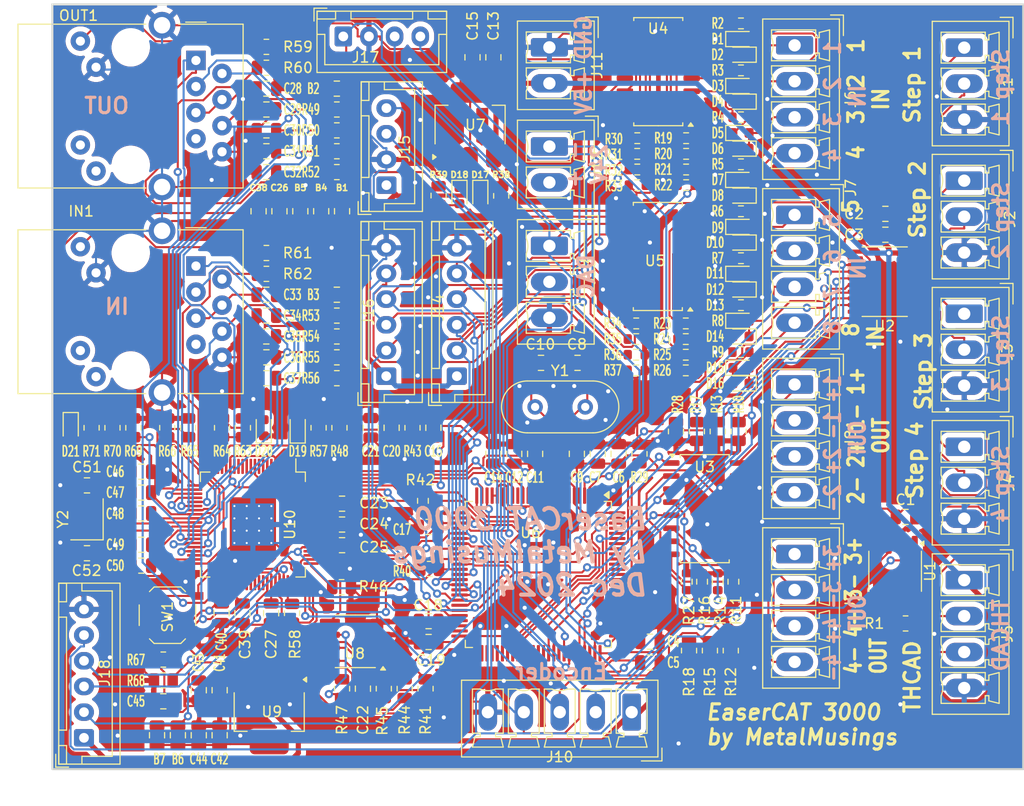
<source format=kicad_pcb>
(kicad_pcb (version 20240108) (generator "pcbnew") (generator_version "8.0")
  (title_block (comment 4 "AISLER Project ID: SJCUDKAH"))
  (layers (0 "F.Cu" signal) (31 "B.Cu" signal) (34 "B.Paste" user) (35 "F.Paste" user) (36 "B.SilkS" user "B.Silkscreen") (37 "F.SilkS" user "F.Silkscreen") (38 "B.Mask" user) (39 "F.Mask" user) (44 "Edge.Cuts" user))
  (net 0 "")
  (net 1 "+1V2")
  (net 2 "+3.3V")
  (net 3 "+3.3VA")
  (net 4 "DAC1")
  (net 5 "Net-(D1-K)")
  (net 6 "GND")
  (net 7 "XSCI")
  (net 8 "SPI_SCK")
  (net 9 "SPI_CS")
  (net 10 "SPI_MISO")
  (net 11 "SPI_MOSI")
  (net 12 "I2C_SDA")
  (net 13 "I2C_SCL")
  (net 14 "+5V")
  (net 15 "Net-(IN1-Pad9)")
  (net 16 "Net-(OUT1-Pad9)")
  (net 17 "P0_TXOP")
  (net 18 "SWCLK")
  (net 19 "SWDIO")
  (net 20 "RX")
  (net 21 "TX")
  (net 22 "/STM32F4/BOOT1")
  (net 23 "Net-(D17-A)")
  (net 24 "Net-(D1-A)")
  (net 25 "Net-(IN1-RCT)")
  (net 26 "Net-(OUT1-RCT)")
  (net 33 "Net-(D3-K)")
  (net 34 "Net-(D3-A)")
  (net 35 "SYNC0")
  (net 36 "SYNC1")
  (net 37 "P1_TXOP")
  (net 38 "STEP1_DIR")
  (net 39 "STEP1_STEP")
  (net 40 "STEP2_DIR")
  (net 41 "STEP2_STEP")
  (net 42 "IO1")
  (net 43 "IO2")
  (net 44 "IO3")
  (net 45 "IO4")
  (net 46 "IO5")
  (net 47 "IO6")
  (net 48 "IO7")
  (net 49 "IO8")
  (net 50 "IO9")
  (net 51 "IO10")
  (net 52 "IO11")
  (net 53 "IO12")
  (net 54 "P0_TXON")
  (net 55 "P1_TXON")
  (net 56 "P0_RXIP")
  (net 57 "P1_RXIP")
  (net 58 "P0_RXIN")
  (net 59 "P1_RXIN")
  (net 60 "RESET_MCU")
  (net 61 "EEP_DONE")
  (net 62 "Net-(D5-K)")
  (net 63 "Net-(D5-A)")
  (net 64 "Net-(D7-K)")
  (net 65 "Net-(D7-A)")
  (net 66 "Net-(D15-K)")
  (net 67 "Net-(D15-A)")
  (net 68 "Net-(D18-A)")
  (net 69 "Net-(D19-A)")
  (net 70 "XSCO")
  (net 71 "Net-(D20-A)")
  (net 72 "RSTO")
  (net 73 "P0_ACT")
  (net 74 "P1_ACT")
  (net 75 "PDI_EMU")
  (net 76 "LED_RUN")
  (net 77 "LED_ERR")
  (net 78 "SINT")
  (net 79 "Net-(D21-K)")
  (net 80 "Net-(J5-Pin_2)")
  (net 81 "Net-(J5-Pin_3)")
  (net 82 "Net-(J9-Pin_1)")
  (net 83 "Net-(J9-Pin_2)")
  (net 84 "Net-(J9-Pin_3)")
  (net 85 "Net-(J9-Pin_4)")
  (net 86 "Net-(R6-Pad2)")
  (net 87 "Net-(R7-Pad2)")
  (net 88 "Net-(R8-Pad2)")
  (net 89 "Net-(R9-Pad2)")
  (net 90 "A1V2")
  (net 91 "SCS_FUNC")
  (net 93 "Net-(D10-K)")
  (net 94 "Net-(D10-A)")
  (net 95 "Net-(D11-K)")
  (net 96 "Net-(D11-A)")
  (net 97 "Net-(D13-K)")
  (net 98 "Net-(D13-A)")
  (net 99 "ENC_A")
  (net 100 "ENC_B")
  (net 101 "ENC_Z")
  (net 102 "STEP1_DIR_OUT")
  (net 103 "STEP1_STEP_OUT")
  (net 104 "STEP2_DIR_OUT")
  (net 105 "STEP2_STEP_OUT")
  (net 106 "-24V_FIELD")
  (net 107 "+24V_FIELD")
  (net 108 "STEP3_DIR_OUT")
  (net 109 "STEP3_STEP_OUT")
  (net 110 "STEP4_DIR_OUT")
  (net 111 "STEP4_STEP_OUT")
  (net 112 "STEP3_STEP")
  (net 113 "STEP3_DIR")
  (net 114 "THCAD_CTR")
  (net 115 "STEP4_DIR")
  (net 116 "STEP4_STEP")
  (net 117 "Net-(U6-VCAP_2)")
  (net 118 "Net-(U6-PH0)")
  (net 119 "Net-(U6-PH1)")
  (net 120 "Net-(U6-VCAP_1)")
  (net 121 "Net-(J8-Pin_1)")
  (net 122 "Net-(J8-Pin_2)")
  (net 123 "Net-(J8-Pin_3)")
  (net 124 "Net-(J8-Pin_4)")
  (net 125 "Net-(R5-Pad2)")
  (net 126 "Net-(R2-Pad2)")
  (net 127 "Net-(R16-Pad1)")
  (net 128 "Net-(R19-Pad1)")
  (net 129 "Net-(R20-Pad1)")
  (net 130 "Net-(R21-Pad1)")
  (net 131 "Net-(R22-Pad1)")
  (net 132 "Net-(R23-Pad1)")
  (net 133 "Net-(R24-Pad1)")
  (net 134 "Net-(R25-Pad1)")
  (net 135 "Net-(R3-Pad2)")
  (net 136 "Net-(R27-Pad1)")
  (net 137 "Net-(U6-BOOT0)")
  (net 138 "Net-(U10-I2C_SCL)")
  (net 139 "Net-(U8-WP)")
  (net 140 "Net-(U10-TEST)")
  (net 141 "Net-(U10-SPI_MISO)")
  (net 142 "Net-(U10-P1_SD)")
  (net 143 "Net-(U10-RESET_BG)")
  (net 144 "Net-(U10-P0_SD)")
  (net 218 "Net-(R4-Pad2)")
  (net 219 "Net-(R11-Pad1)")
  (net 220 "Net-(R14-Pad1)")
  (net 221 "Net-(R26-Pad1)")
  (footprint "Connector_Phoenix_MC:PhoenixContact_MCV_1,5_3-G-3.5_1x03_P3.50mm_Vertical" (layer "F.Cu") (at 174.8715 54.1755 -90)
    (property "Reference" "J1")
    (property "Value" "Step1")
  )
  (footprint "Resistor_SMD:R_0603_1608Metric" (layer "F.Cu") (at 153.1365 74.676 180)
    (property "Reference" "R7")
    (property "Value" "4k7")
  )
  (footprint "HakansLibrary:LQFP-80-1EP_10x10mm_P0.4mm_EP5.3x4.5mm_ThermalVias" (layer "F.Cu") (at 105.618 100.605 -90)
    (property "Reference" "U10")
    (property "Value" "AX58100")
  )
  (footprint "Capacitor_SMD:C_0805_2012Metric" (layer "F.Cu") (at 114.3 70.104 -90)
    (property "Reference" "B1")
    (property "Value" "BLM18EG221SN1D")
  )
  (footprint "Resistor_SMD:R_0805_2012Metric" (layer "F.Cu") (at 146.812 91.5435 90)
    (property "Reference" "R28")
    (property "Value" "4k7")
  )
  (footprint "Resistor_SMD:R_0603_1608Metric" (layer "F.Cu") (at 153.1365 65.532 180)
    (property "Reference" "R5")
    (property "Value" "4k7")
  )
  (footprint "Package_QFP:LQFP-100_14x14mm_P0.5mm" (layer "F.Cu") (at 133.414 105.465 -90)
    (property "Reference" "U6")
    (property "Value" "STM32F407VGT6")
  )
  (footprint "Package_SO:SOIC-8_3.9x4.9mm_P1.27mm" (layer "F.Cu") (at 115.59 111.974 180)
    (property "Reference" "U8")
    (property "Value" "24LC32A")
  )
  (footprint "Resistor_SMD:R_0603_1608Metric" (layer "F.Cu") (at 153.1365 79.248 180)
    (property "Reference" "R8")
    (property "Value" "4k7")
  )
  (footprint "Resistor_SMD:R_0805_2012Metric" (layer "F.Cu") (at 121.158 91.186 -90)
    (property "Reference" "R43")
    (property "Value" "22")
  )
  (footprint "Capacitor_SMD:C_0805_2012Metric" (layer "F.Cu") (at 106.9238 82.296)
    (property "Reference" "C35")
    (property "Value" "10pF")
  )
  (footprint "Connector_JST:JST_XH_B6B-XH-A_1x06_P2.50mm_Vertical" (layer "F.Cu") (at 89.174 121.372 90)
    (property "Reference" "J18")
    (property "Value" "Out_opt")
  )
  (footprint "Connector_JST:JST_XH_B6B-XH-A_1x06_P2.50mm_Vertical" (layer "F.Cu") (at 125.476 86.16 90)
    (property "Reference" "J14")
    (property "Value" "In_opt1")
  )
  (footprint "Resistor_SMD:R_0805_2012Metric" (layer "F.Cu") (at 148.082 112.8795 -90)
    (property "Reference" "R18")
    (property "Value" "1k")
  )
  (footprint "Resistor_SMD:R_0603_1608Metric" (layer "F.Cu") (at 153.1365 83.82 180)
    (property "Reference" "R9")
    (property "Value" "4k7")
  )
  (footprint "Resistor_SMD:R_0805_2012Metric" (layer "F.Cu") (at 122.8295 104.931)
    (property "Reference" "R40")
    (property "Value" "22")
  )
  (footprint "Capacitor_SMD:C_0805_2012Metric" (layer "F.Cu") (at 139.192 93.726 90)
    (property "Reference" "C7")
    (property "Value" "0.1uF")
  )
  (footprint "Crystal:Crystal_HC49-4H_Vertical" (layer "F.Cu") (at 133.096 89.154)
    (property "Reference" "Y1")
    (property "Value" "8 MHz")
  )
  (footprint "Resistor_SMD:R_0805_2012Metric" (layer "F.Cu") (at 122.428 116.586 -90)
    (property "Reference" "R41")
    (property "Value" "4k7")
  )
  (footprint "LED_SMD:LED_0603_1608Metric" (layer "F.Cu") (at 87.884 91.186 -90)
    (property "Reference" "D21")
    (property "Value" "Green led")
  )
  (footprint "Capacitor_SMD:C_0805_2012Metric" (layer "F.Cu") (at 106.934 84.328)
    (property "Reference" "C36")
    (property "Value" "10pF")
  )
  (footprint "Capacitor_SMD:C_0805_2012Metric" (layer "F.Cu") (at 144.272 112.014)
    (property "Reference" "C4")
    (property "Value" "0.1uF")
  )
  (footprint "Resistor_SMD:R_0805_2012Metric" (layer "F.Cu") (at 106.934 56.134)
    (property "Reference" "R60")
    (property "Value" "510")
  )
  (footprint "Connector_Phoenix_MC:PhoenixContact_MCV_1,5_3-G-3.5_1x03_P3.50mm_Vertical" (layer "F.Cu") (at 134.4855 73.4795 -90)
    (property "Reference" "J13")
    (property "Value" "DAC")
  )
  (footprint "Resistor_SMD:R_0805_2012Metric" (layer "F.Cu") (at 99.314 91.186 90)
    (property "Reference" "R65")
    (property "Value" "4k7")
  )
  (footprint "Capacitor_SMD:C_0805_2012Metric" (layer "F.Cu") (at 141.224 93.726 90)
    (property "Reference" "C6")
    (property "Value" "0.1uF")
  )
  (footprint "LED_SMD:LED_0603_1608Metric" (layer "F.Cu") (at 153.1365 86.868 180)
    (property "Reference" "D16")
    (property "Value" "Red led")
  )
  (footprint "Resistor_SMD:R_0603_1608Metric" (layer "F.Cu") (at 147.797 67.564)
    (property "Reference" "R22")
    (property "Value" "1k")
  )
  (footprint "Capacitor_SMD:C_0805_2012Metric" (layer "F.Cu") (at 106.934 62.23)
    (property "Reference" "C30")
    (property "Value" "10pF")
  )
  (footprint "Capacitor_SMD:C_0805_2012Metric" (layer "F.Cu") (at 129.032 55.118 90)
    (property "Reference" "C13")
    (property "Value" "10uF")
  )
  (footprint "LED_SMD:LED_0603_1608Metric" (layer "F.Cu") (at 153.1365 85.344)
    (property "Reference" "D15")
    (property "Value" "Yellow led")
  )
  (footprint "Resistor_SMD:R_0603_1608Metric" (layer "F.Cu") (at 147.797 66.04)
    (property "Reference" "R21")
    (property "Value" "1k")
  )
  (footprint "Resistor_SMD:R_0805_2012Metric" (layer "F.Cu") (at 91.948 91.186 -90)
    (property "Reference" "R70")
    (property "Value" "510")
  )
  (footprint "Capacitor_SMD:C_0805_2012Metric" (layer "F.Cu") (at 122.726 112.043 180)
    (property "Reference" "C19")
    (property "Value" "0.1uF")
  )
  (footprint "LED_SMD:LED_0603_1608Metric" (layer "F.Cu") (at 153.1365 80.772)
    (property "Reference" "D13")
    (property "Value" "Yellow led")
  )
  (footprint "Resistor_SMD:R_0603_1608Metric" (layer "F.Cu") (at 142.939 81.026)
    (property "Reference" "R34")
    (property "Value" "39k")
  )
  (footprint "Capacitor_SMD:C_0805_2012Metric" (layer "F.Cu") (at 122.726 100.838 180)
    (property "Reference" "C17")
    (property "Value" "0.1uF")
  )
  (footprint "Resistor_SMD:R_0603_1608Metric" (layer "F.Cu") (at 153.1365 60.96 180)
    (property "Reference" "R4")
    (property "Value" "4k7")
  )
  (footprint "Capacitor_SMD:C_0805_2012Metric" (layer "F.Cu") (at 106.934 64.262)
    (property "Reference" "C31")
    (property "Value" "10pF")
  )
  (footprint "LED_SMD:LED_0603_1608Metric" (layer "F.Cu") (at 153.1365 73.152 180)
    (property "Reference" "D10")
    (property "Value" "Red led")
  )
  (footprint "Capacitor_SMD:C_0805_2012Metric" (layer "F.Cu") (at 107.396 109.241 -90)
    (property "Reference" "C27")
    (property "Value" "0.1uF")
  )
  (footprint "Capacitor_SMD:C_0805_2012Metric" (layer "F.Cu") (at 122.726 110.011)
    (property "Reference" "C18")
    (property "Value" "2.2uF")
  )
  (footprint "LED_SMD:LED_0603_1608Metric" (layer "F.Cu") (at 127.762 68.58 -90)
    (property "Reference" "D17")
    (property "Value" "Blue led")
  )
  (footprint "LED_SMD:LED_0603_1608Metric" (layer "F.Cu") (at 153.125 67.056)
    (property "Reference" "D7")
    (property "Value" "Yellow led")
  )
  (footprint "LED_SMD:LED_0603_1608Metric" (layer "F.Cu") (at 153.1365 62.484)
    (property "Reference" "D5")
    (property "Value" "Yellow led")
  )
  (footprint "Resistor_SMD:R_0805_2012Metric" (layer "F.Cu") (at 106.934 74.168)
    (property "Reference" "R61")
    (property "Value" "510")
  )
  (footprint "Capacitor_SMD:C_0805_2012Metric" (layer "F.Cu") (at 131.064 93.726 90)
    (property "Reference" "C12")
    (property "Value" "0.1uF")
  )
  (footprint "LED_SMD:LED_0603_1608Metric" (layer "F.Cu") (at 153.1365 82.296 180)
    (property "Reference" "D14")
    (property "Value" "Red led")
  )
  (footprint "Resistor_SMD:R_0805_2012Metric" (layer "F.Cu") (at 113.792 62.23)
    (property "Reference" "R50")
    (property "Value" "49.9")
  )
  (footprint "Resistor_SMD:R_0805_2012Metric" (layer "F.Cu") (at 114.254 106.701 180)
    (property "Reference" "R46")
    (property "Value" "4k7")
  )
  (footprint "Resistor_SMD:R_0603_1608Metric" (layer "F.Cu") (at 147.797 64.516)
    (property "Reference" "R20")
    (property "Value" "1k")
  )
  (footprint "Capacitor_SMD:C_0805_2012Metric" (layer "F.Cu") (at 106.9238 78.232 180)
    (property "Reference" "C33")
    (property "Value" "0.1uF")
  )
  (footprint "Resistor_SMD:R_0603_1608Metric" (layer "F.Cu") (at 153.1365 51.816 180)
    (property "Reference" "R2")
    (property "Value" "4k7")
  )
  (footprint "Capacitor_SMD:C_0805_2012Metric" (layer "F.Cu") (at 89.466 96.795)
    (property "Reference" "C51")
    (property "Value" "18pF")
  )
  (footprint "Crystal:Crystal_SMD_SeikoEpson_TSX3225-4Pin_3.2x2.5mm" (layer "F.Cu") (at 89.466 100.097 90)
    (property "Reference" "Y2")
    (property "Value" "NXK25.000AE12F-KAB6-12")
  )
  (footprint "Resistor_SMD:R_0805_2012Metric" (layer "F.Cu") (at 96.8975 115.784)
    (property "Reference" "R68")
    (property "Value" "4k7")
  )
  (footprint "Resistor_SMD:R_0603_1608Metric" (layer "F.Cu") (at 153.1365 56.388 180)
    (property "Reference" "R3")
    (property "Value" "4k7")
  )
  (footprint "Resistor_SMD:R_0805_2012Metric" (layer "F.Cu") (at 112.014 91.186 90)
    (property "Reference" "R57")
    (property "Value" "510")
  )
  (footprint "Connector_Phoenix_MC:PhoenixContact_MCV_1,5_3-G-3.5_1x03_P3.50mm_Vertical" (layer "F.Cu") (at 174.8715 80.0835 -90)
    (property "Reference" "J3")
    (property "Value" "Step3")
  )
  (footprint "Package_SO:SO-8_3.9x4.9mm_P1.27mm" (layer "F.Cu") (at 168.148 105.156 -90)
    (property "Reference" "U1")
    (property "Value" "MAX3485CSA/ESA")
  )
  (footprint "Resistor_SMD:R_0805_2012Metric" (layer "F.Cu") (at 129.794 68.605 90)
    (property "Reference" "R38")
    (property "Value" "1k")
  )
  (footprint "Connector_JST:JST_XH_B6B-XH-A_1x06_P2.50mm_Vertical" (layer "F.Cu") (at 118.601 86.16 90)
    (property "Reference" "J16")
    (property "Value" "In_opt2")
  )
  (footprint "Capacitor_SMD:C_0805_2012Metric" (layer "F.Cu") (at 144.272 114.046 180)
    (property "Reference" "C5")
    (property "Value" "2.2uF")
  )
  (footprint "Connector_Phoenix_MC:PhoenixContact_MCV_1,5_4-G-3.5_1x04_P3.50mm_Vertical" (layer "F.Cu") (at 158.3615 103.4795 -90)
    (property "Reference" "J9")
    (property "Value" "Output3-4")
  )
  (footprint "Capacitor_SMD:C_0805_2012Metric" (layer "F.Cu") (at 117.094 91.186 90)
    (property "Reference" "C21")
    (property "Value" "0.1uF")
  )
  (footprint "Capacitor_SMD:C_0805_2012Metric" (layer "F.Cu") (at 106.934 86.36)
    (property "Reference" "C37")
    (property "Value" "10pF")
  )
  (footprint "Capacitor_SMD:C_0805_2012Metric" (layer "F.Cu") (at 123.19 91.186 90)
    (property "Reference" "C16")
    (property "Value" "0.1uF")
  )
  (footprint "Resistor_SMD:R_0805_2012Metric" (layer "F.Cu") (at 93.98 91.186 90)
    (property "Reference" "R69")
    (property "Value" "4k7")
  )
  (footprint "Connector_Phoenix_MC:PhoenixContact_MCV_1,5_2-G-3.5_1x02_P3.50mm_Vertical" (layer "F.Cu") (at 134.4855 54.1475 -90)
    (property "Reference" "J11")
    (property "Value" "5V Power IN")
  )
  (footprint "Capacitor_SMD:C_0805_2012Metric" (layer "F.Cu") (at 133.096 93.726 90)
    (property "Reference" "C11")
    (property "Value" "0.1uF")
  )
  (footprint "LED_SMD:LED_0603_1608Metric" (layer "F.Cu") (at 153.1365 59.436 180)
    (property "Reference" "D4")
    (property "Value" "Red led")
  )
  (footprint "HakansLibrary:PulseJack JB0011D01BNL" (layer "F.Cu") (at 100.076 75.438 90)
    (property "Reference" "IN1")
    (property "Value" "J0011D01BNL")
  )
  (footprint "Connector_JST:JST_XH_B4B-XH-A_1x04_P2.50mm_Vertical" (layer "F.Cu") (at 114.42 53.086)
    (property "Reference" "J17")
    (property "Value" "STLINK")
  )
  (footprint "Capacitor_SMD:C_0805_2012Metric" (layer "F.Cu") (at 104.602 109.241 -90)
    (property "Reference" "C39")
    (property "Value" "0.1uF")
  )
  (footprint "Capacitor_SMD:C_0805_2012Metric" (layer "F.Cu") (at 133.67 84.865 180)
    (property "Reference" "C10")
    (property "Value" "22pF")
  )
  (footprint "Capacitor_SMD:C_0805_2012Metric" (layer "F.Cu") (at 98.318 121.118 90)
    (property "Reference" "B6")
    (property "Value" "BLM18EG221SN1D")
  )
  (footprint "Capacitor_SMD:C_0805_2012Metric" (layer "F.Cu") (at 113.792 58.166 180)
    (property "Reference" "B2")
    (property "Value" "BLM18EG221S")
  )
  (footprint "Resistor_SMD:R_0805_2012Metric" (layer "F.Cu") (at 118.364 116.586 -90)
    (property "Reference" "R45")
    (property "Value" "4k7")
  )
  (footprint "Capacitor_SMD:C_0805_2012Metric" (layer "F.Cu") (at 137.226 84.865)
    (property "Reference" "C8")
    (property "Value" "22pF")
  )
  (footprint "Resistor_SMD:R_0805_2012Metric" (layer "F.Cu") (at 109.428 109.241 -90)
    (property "Reference" "R58")
    (property "Value" "22")
  )
  (footprint "Capacitor_SMD:C_0805_2012Metric" (layer "F.Cu") (at 94.762 95.464 180)
    (property "Reference" "C46")
    (property "Value" "0.1uF")
  )
  (footprint "Resistor_SMD:R_0603_1608Metric" (layer "F.Cu") (at 142.939 85.598)
    (property "Reference" "R37")
    (property "Value" "39k")
  )
  (footprint "LED_SMD:LED_0603_1608Metric" (layer "F.Cu") (at 153.1365 57.912)
    (property "Reference" "D3")
    (property "Value" "Yellow led")
  )
  (footprint "Connector_Phoenix_MC:PhoenixContact_MCV_1,5_2-G-3.5_1x02_P3.50mm_Vertical" (layer "F.Cu") (at 134.4855 63.7995 -90)
    (property "Reference" "J12")
    (property "Value" "24V Field")
  )
  (footprint "Capacitor_SMD:C_0805_2012Metric" (layer "F.Cu") (at 113.792 78.232 180)
    (property "Reference" "B3")
    (property "Value" "BLM18EG221S")
  )
  (footprint "Connector_Phoenix_MC:PhoenixContact_MCV_1,5_4-G-3.5_1x04_P3.50mm_Vertical" (layer "F.Cu") (at 158.3615 53.9495 -90)
    (property "Reference" "J6")
    (property "Value" "In1-4")
  )
  (footprint "Resistor_SMD:R_0805_2012Metric" (layer "F.Cu") (at 113.792 66.294)
    (property "Reference" "R52")
    (property "Value" "49.9")
  )
  (footprint "Capacitor_SMD:C_0805_2012Metric" (layer "F.Cu") (at 94.762 102.576 180)
    (property "Reference" "C49")
    (property "Value" "0.1uF")
  )
  (footprint "Connector_Phoenix_MC:PhoenixContact_MCV_1,5_5-G-3.5_1x05_P3.50mm_Vertical" (layer "F.Cu") (at 142.494 118.872 180)
    (property "Reference" "J10")
    (property "Value" "Encoder")
  )
  (footprint "Resistor_SMD:R_0805_2012Metric" (layer "F.Cu") (at 106.934 54.102)
    (property "Reference" "R59")
    (property "Value" "510")
  )
  (footprint "Capacitor_SMD:C_0805_2012Metric" (layer "F.Cu") (at 100.35 116.734 -90)
    (property "Reference" "C43")
    (property "Value" "0.1uF")
  )
  (footprint "Resistor_SMD:R_0805_2012Metric" (layer "F.Cu") (at 113.792 84.328)
    (property "Reference" "R55")
    (property "Value" "49.9")
  )
  (footprint "Capacitor_SMD:C_0805_2012Metric" (layer "F.Cu") (at 114.3 100.605)
    (property "Reference" "C24")
    (property "Value" "0.1uF")
  )
  (footprint "Capacitor_SMD:C_0805_2012Metric" (layer "F.Cu") (at 129.032 93.726 90)
    (property "Reference" "C14")
    (property "Value" "0.1uF")
  )
  (footprint "Capacitor_SMD:C_0805_2012Metric" (layer "F.Cu") (at 89.466 103.399 180)
    (property "Reference" "C52")
    (property "Value" "18pF")
  )
  (footprint "Package_TO_SOT_SMD:SOT-223-3_TabPin2" (layer "F.Cu") (at 126.766 61.6945 90)
    (property "Reference" "U7")
    (property "Value" "AMS1117-3.3")
  )
  (footprint "Capacitor_SMD:C_0805_2012Metric" (layer "F.Cu") (at 112.268 70.104 -90)
    (property "Reference" "B4")
    (property "Value" "BLM18EG221SN1D")
  )
  (footprint "Resistor_SMD:R_0805_2012Metric" (layer "F.Cu") (at 102.616 91.186 -90)
    (property "Reference" "R64")
    (property "Value" "4k7")
  )
  (footprint "Capacitor_SMD:C_0805_2012Metric" (layer "F.Cu") (at 106.934 58.166 180)
    (property "Reference" "C28")
    (property "Value" "0.1uF")
  )
  (footprint "Capacitor_SMD:C_0805_2012Metric" (layer "F.Cu") (at 114.3 102.616)
    (property "Reference" "C25")
    (property "Value" "0.1uF")
  )
  (footprint "Resistor_SMD:R_0603_1608Metric" (layer "F.Cu") (at 142.939 82.55)
    (property "Reference" "R35")
    (property "Value" "39k")
  )
  (footprint "Capacitor_SMD:C_0805_2012Metric" (layer "F.Cu") (at 169.158 99.867)
    (property "Reference" "C1")
    (property "Value" "0.1uF")
  )
  (footprint "Connector_Phoenix_MC:PhoenixContact_MCV_1,5_3-G-3.5_1x03_P3.50mm_Vertical" (layer "F.Cu") (at 174.8715 67.1295 -90)
    (property "Reference" "J2")
    (property "Value" "Step2")
  )
  (footprint "Connector_JST:JST_XH_B4B-XH-A_1x04_P2.50mm_Vertical" (layer "F.Cu") (at 118.618 67.564 90)
    (property "Reference" "J15")
    (property "Value" "Serial usart1")
  )
  (footprint "Resistor_SMD:R_0805_2012Metric" (layer "F.Cu") (at 152.146 112.8795 -90)
    (property "Reference" "R12")
    (property "Value" "1k")
  )
  (footprint "Button_Switch_SMD:SW_Push_1P1T_XKB_TS-1187A" (layer "F.Cu") (at 97.302 109.434 180)
    (property "Reference" "SW1")
    (property "Value" "SW PB")
  )
  (footprint "Package_SO:SOIC-16_4.55x10.3mm_P1.27mm" (layer "F.Cu") (at 149.606 99.06)
    (property "Reference" "U3")
    (property "Value" "TLP292-4")
  )
  (footprint "Resistor_SMD:R_0805_2012Metric" (layer "F.Cu") (at 104.648 91.186 90)
    (property "Reference" "R63")
    (property "Value" "510")
  )
  (footprint "Resistor_SMD:R_0603_1608Metric" (layer "F.Cu") (at 147.765 82.55)
    (property "Reference" "R24")
    (property "Value" "1k")
  )
  (footprint "Resistor_SMD:R_0603_1608Metric" (layer "F.Cu") (at 147.797 62.992)
    (property "Reference" "R19")
    (property "Value" "1k")
  )
  (footprint "Capacitor_SMD:C_0805_2012Metric" (layer "F.Cu") (at 96.8975 117.816 180)
    (property "Reference" "C45")
    (property "Value" "1uF")
  )
  (footprint "Resistor_SMD:R_0603_1608Metric" (layer "F.Cu") (at 147.765 81.026)
    (property "Reference" "R23")
    (property "Value" "1k")
  )
  (footprint "Capacitor_SMD:C_0805_2012Metric" (layer "F.Cu") (at 167.198 72.39)
    (property "Reference" "C3")
    (property "Value" "0.1uF")
  )
  (footprint "Capacitor_SMD:C_0805_2012Metric" (layer "F.Cu") (at 106.934 80.264)
    (property "Reference" "C34")
    (property "Value" "10pF")
  )
  (footprint "LED_SMD:LED_0603_1608Metric" (layer "F.Cu") (at 106.68 91.186 90)
    (property "Reference" "D20")
    (property "Value" "Red led")
  )
  (footprint "Capacitor_SMD:C_0805_2012Metric" (layer "F.Cu") (at 127 55.118 90)
    (property "Reference" "C15")
    (property "Value" "0.1uF")
  )
  (footprint "Connector_Phoenix_MC:PhoenixContact_MCV_1,5_3-G-3.5_1x03_P3.50mm_Vertical" (layer "F.Cu") (at 174.8715 93.0375 -90)
    (property "Reference" "J4")
    (property "Value" "Step4")
  )
  (footprint "Connector_Phoenix_MC:PhoenixContact_MCV_1,5_4-G-3.5_1x04_P3.50mm_Vertical" (layer "F.Cu") (at 158.3615 86.9695 -90)
    (property "Reference" "J8")
    (property "Value" "Output1-2")
  )
  (footprint "Resistor_SMD:R_0603_1608Metric" (layer "F.Cu") (at 143.034 64.516)
    (property "Reference" "R31")
    (property "Value" "39k")
  )
  (footprint "Resistor_SMD:R_0603_1608Metric" (layer "F.Cu") (at 150.876 106.172 90)
    (property "Reference" "R14")
    (property "Value" "330")
  )
  (footprint "Resistor_SMD:R_0603_1608Metric" (layer "F.Cu") (at 122.174 98.298 -90)
    (property "Reference" "R42")
    (property "Value" "4k7")
  )
  (footprint "Resistor_SMD:R_0603_1608Metric" (layer "F.Cu") (at 147.765 84.074)
    (property "Reference" "R25")
    (property "Value" "1k")
  )
  (footprint "Resistor_SMD:R_0805_2012Metric" (layer "F.Cu") (at 120.396 116.586 -90)
    (property "Reference" "R44")
    (property "Value" "4k7")
  )
  (footprint "Resistor_SMD:R_0603_1608Metric" (layer "F.Cu") (at 147.765 85.598)
    (property "Reference" "R26")
    (property "Value" "1k")
  )
  (footprint "LED_SMD:LED_0603_1608Metric" (layer "F.Cu") (at 153.1365 53.34)
    (property "Reference" "D1")
    (property "Value" "Yellow led")
  )
  (footprint "Capacitor_SMD:C_0805_2012Metric" (layer "F.Cu") (at 108.204 70.104 -90)
    (property "Reference" "C26")
    (property "Value" "0.1uF")
  )
  (footprint "Capacitor_SMD:C_0805_2012Metric" (layer "F.Cu") (at 94.762 104.608 180)
    (property "Reference" "C50")
    (property "Value" "0.1uF")
  )
  (footprint "LED_SMD:LED_0603_1608Metric" (layer "F.Cu") (at 153.1365 68.58 180)
    (property "Reference" "D8")
    (property "Value" "Red led")
  )
  (footprint "Capacitor_SMD:C_0805_2012Metric" (layer "F.Cu") (at 114.3 98.573)
    (property "Reference" "C23")
    (property "Value" "0.1uF")
  )
  (footprint "Capacitor_SMD:C_0805_2012Metric" (layer "F.Cu") (at 106.934 60.198 180)
    (property "Reference" "C29")
    (property "Value" "10pF")
  )
  (footprint "LED_SMD:LED_0603_1608Metric" (layer "F.Cu") (at 109.982 91.186 90)
    (property "Reference" "D19")
    (property "Value" "Green led")
  )
  (footprint "Capacitor_SMD:C_0805_2012Metric" (layer "F.Cu") (at 102.382 121.118 90)
    (property "Reference" "C42")
    (property "Value" "10uF")
  )
  (footprint "LED_SMD:LED_0603_1608Metric" (layer "F.Cu") (at 153.1365 64.008 180)
    (property "Reference" "D6")
    (property "Value" "Red led")
  )
  (footprint "Package_SO:SOIC-16_4.55x10.3mm_P1.27mm" (layer "F.Cu") (at 145.086 56.515 180)
    (property "Reference" "U4")
    (property "Value" "TLP292-4")
  )
  (footprint "LED_SMD:LED_0603_1608Metric" (layer "F.Cu") (at 153.1365 76.2)
    (property "Reference" "D11")
    (property "Value" "Yellow led")
  )
  (footprint "Connector_Phoenix_MC:PhoenixContact_MCV_1,5_4-G-3.5_1x04_P3.50mm_Vertical" (layer "F.Cu") (at 174.8715 106.0195 -90)
    (property "Reference" "J5")
    (property "Value" "THCAD")
  )
  (footprint "Resistor_SMD:R_0805_2012Metric" (layer "F.Cu") (at 143.256 93.726 -90)
    (property "Reference" "R29")
    (property "Value" "22")
  )
  (footprint "Resistor_SMD:R_0805_2012Metric" (layer "F.Cu") (at 89.916 91.186 -90)
    (property "Reference" "R71")
    (property "Value" "4k7")
  )
  (footprint "Capacitor_SMD:C_0805_2012Metric" (layer "F.Cu") (at 100.35 121.118 90)
    (property "Reference" "C44")
    (property "Value" "0.1uF")
  )
  (footprint "LED_SMD:LED_0603_1608Metric" (layer "F.Cu") (at 125.73 68.58 -90)
    (property "Reference" "D18")
    (property "Value" "Blue led")
  )
  (footprint "Resistor_SMD:R_0603_1608Metric" (layer "F.Cu") (at 153.1365 70.104 180)
    (property "Reference" "R6")
    (property "Value" "4k7")
  )
  (footprint "Package_TO_SOT_SMD:SOT-223-3_TabPin2" (layer "F.Cu") (at 107.208 118.832 -90)
    (property "Reference" "U9")
    (property "Value" "AMS1117-1.2")
  )
  (footprint "Capacitor_SMD:C_0805_2012Metric" (layer "F.Cu") (at 116.332 116.586 90)
    (property "Reference" "C22")
    (property "Value" "0.1uF")
  )
  (footprint "Package_SO:SOIC-16_4.55x10.3mm_P1.27mm" (layer "F.Cu") (at 145.043 74.509 180)
    (property "Reference" "U5")
    (property "Value" "TLP292-4")
  )
  (footprint "Resistor_SMD:R_0805_2012Metric" (layer "F.Cu") (at 113.792 64.262)
    (property "Reference" "R51")
    (property "Value" "49.9")
  )
  (footprint "Resistor_SMD:R_0805_2012Metric" (layer "F.Cu") (at 113.792 86.36)
    (property "Reference" "R56")
    (property "Value" "49.9")
  )
  (footprint "Capacitor_SMD:C_0805_2012Metric" (layer "F.Cu") (at 167.198 70.358)
    (property "Reference" "C2")
    (property "Value" "0.1uF")
  )
  (footprint "Resistor_SMD:R_0603_1608Metric" (layer "F.Cu") (at 143.043 62.992)
    (property "Reference" "R30")
    (property "Value" "39k")
  )
  (footprint "Resistor_SMD:R_0805_2012Metric" (layer "F.Cu") (at 113.792 80.264)
    (property "Reference" "R53")
    (property "Value" "49.9")
  )
  (footprint "LED_SMD:LED_0603_1608Metric" (layer "F.Cu") (at 153.1365 77.724 180)
    (property "Reference" "D12")
    (property "Value" "Red led")
  )
  (footprint "Capacitor_SMD:C_0805_2012Metric" (layer "F.Cu") (at 137.16 93.726 90)
    (property "Reference" "C9")
    (property "Value" "0.1uF")
  )
  (footprint "Resistor_SMD:R_0805_2012Metric" (layer "F.Cu") (at 114.046 91.186 90)
    (property "Reference" "R48")
    (property "Value" "4k7")
  )
  (footprint "Resistor_SMD:R_0805_2012Metric" (layer "F.Cu") (at 114.3 116.586 90)
    (property "Reference" "R47")
    (property "Value" "22")
  )
  (footprint "Resistor_SMD:R_0805_2012Metric" (layer "F.Cu") (at 106.934 76.2)
    (property "Reference" "R62")
    (property "Value" "510")
  )
  (footprint "Resistor_SMD:R_0603_1608Metric" (layer "F.Cu") (at 142.939 84.074)
    (property "Reference" "R36")
    (property "Value" "39k")
  )
  (footprint "Resistor_SMD:R_0805_2012Metric" (layer "F.Cu") (at 169.164 110.236)
    (property "Reference" "R1")
    (property "Value" "120")
  )
  (footprint "Capacitor_SMD:C_0805_2012Metric" (layer "F.Cu") (at 94.762 99.528 180)
    (property "Reference" "C48")
    (property "Value" "0.1uF")
  )
  (footprint "HakansLibrary:PulseJack JB0011D01BNL" (layer "F.Cu") (at 100.076 55.4228 90)
    (property "Reference" "OUT1")
    (property "Value" "J0011D01BNL")
  )
  (footprint "Capacitor_SMD:C_0805_2012Metric" (layer "F.Cu") (at 106.934 66.294)
    (property "Reference" "C32")
    (property "Value" "10pF")
  )
  (footprint "Capacitor_SMD:C_0805_2012Metric" (layer "F.Cu") (at 106.172 70.104 -90)
    (property "Reference" "C38")
    (property "Value" "10uF")
  )
  (footprint "Resistor_SMD:R_0805_2012Metric" (layer "F.Cu") (at 96.8975 113.752)
    (property "Reference" "R67")
    (property "Value" "4k7")
  )
  (footprint "LED_SMD:LED_0603_1608Metric" (layer "F.Cu") (at 153.1365 71.628)
    (property "Reference" "D9")
    (property "Value" "Yellow led")
  )
  (footprint "Capacitor_SMD:C_0805_2012Metric" (layer "F.Cu") (at 96.286 121.118 90)
    (property "Reference" "B7")
    (property "Value" "BLM18EG221SN1D")
  )
  (footprint "Resistor_SMD:R_0603_1608Metric" (layer "F.Cu") (at 143.043 66.04)
    (property "Reference" "R32")
    (property "Value" "39k")
  )
  (footprint "Resistor_SMD:R_0805_2012Metric" (layer "F.Cu") (at 97.282 91.186 90)
    (property "Reference" "R66")
    (property "Value" "12k 1%")
  )
  (footprint "Capacitor_SMD:C_0805_2012Metric" (layer "F.Cu") (at 110.236 70.104 -90)
    (property "Reference" "B5")
    (property "Value" "BLM18EG221SN1D")
  )
  (footprint "Capacitor_SMD:C_0805_2012Metric" (layer "F.Cu") (at 119.126 91.186 90)
    (property "Reference" "C20")
    (property "Value" "0.1uF")
  )
  (footprint "Resistor_SMD:R_0805_2012Metric" (layer "F.Cu") (at 150.876 91.5435 90)
    (property "Reference" "R13")
    (property "Value" "4k7")
  )
  (footprint "Resistor_SMD:R_0805_2012Metric" (layer "F.Cu") (at 150.114 112.8795 -90)
    (property "Reference" "R15")
    (property "Value" "1k")
  )
  (footprint "Capacitor_SMD:C_0805_2012Metric" (layer "F.Cu") (at 102.382 116.734 -90)
    (property "Reference" "C41")
    (property "Value" "10uF")
  )
  (footprint "Resistor_SMD:R_0805_2012Metric" (layer "F.Cu") (at 123.698 68.58 90)
    (property "Reference" "R39")
    (property "Value" "1k")
  )
  (footprint "Capacitor_SMD:C_0805_2012Metric" (layer "F.Cu") (at 94.762 97.496 180)
    (property "Reference" "C47")
    (property "Value" "0.1uF")
  )
  (footprint "Resistor_SMD:R_0805_2012Metric" (layer "F.Cu") (at 113.792 82.296)
    (property "Reference" "R54")
    (property "Value" "49.9")
  )
  (footprint "Resistor_SMD:R_0603_1608Metric" (layer "F.Cu") (at 152.4 106.172 90)
    (property "Reference" "R11")
    (property "Value" "330")
  )
  (footprint "Capacitor_SMD:C_0805_2012Metric" (layer "F.Cu") (at 102.57 109.241 -90)
    (property "Reference" "C40")
    (property "Value" "0.1uF")
  )
  (footprint "LED_SMD:LED_0603_1608Metric" (layer "F.Cu") (at 153.1365 54.864 180)
    (property "Reference" "D2")
    (property "Value" "Red led")
  )
  (footprint "Package_SO:TSSOP-20_4.4x6.5mm_P0.65mm" (layer "F.Cu") (at 167.132 76.962)
    (property "Reference" "U2")
    (property "Value" "TXS0108EPW")
  )
  (footprint "Resistor_SMD:R_0603_1608Metric" (layer "F.Cu") (at 143.043 67.564)
    (property "Reference" "R33")
    (property "Value" "39k")
  )
  (footprint "Connector_Phoenix_MC:PhoenixContact_MCV_1,5_4-G-3.5_1x04_P3.50mm_Vertical" (layer "F.Cu") (at 158.3615 70.4595 -90)
    (property "Reference" "J7")
    (property "Value" "In5-8")
  )
  (footprint "Resistor_SMD:R_0805_2012Metric" (layer "F.Cu") (at 152.908 91.5435 90)
    (property "Reference" "R10")
    (property "Value" "4k7")
  )
  (footprint "Resistor_SMD:R_0805_2012Metric" (layer "F.Cu") (at 113.792 60.198)
    (property "Reference" "R49")
    (property "Value" "49.9")
  )
  (footprint "Resistor_SMD:R_0603_1608Metric" (layer "F.Cu") (at 147.858 106.172 90)
    (property "Reference" "R27")
    (property "Value" "330")
  )
  (footprint "Resistor_SMD:R_0805_2012Metric" (layer "F.Cu") (at 148.844 91.5435 90)
    (property "Reference" "R17")
    (property "Value" "4k7")
  )
  (footprint "Resistor_SMD:R_0603_1608Metric" (layer "F.Cu") (at 149.352 106.172 90)
    (property "Reference" "R16")
    (property "Value" "330")
  )
  (gr_rect (start 86.1006 49.9726) (end 180.614 124.42) (stroke (width 0.2)) (fill none) (layer "Edge.Cuts"))
  (gr_text "1  2  3  4\nIN " (at 165.354 59.436 90) (layer "B.SilkS") (effects (font (size 1.5 1.4) (thickness 0.3) (bold yes)) (justify bottom mirror)))
  (gr_text "IN" (at 93.726 80.264 0) (layer "B.SilkS") (effects (font (size 1.5 1.5) (thickness 0.3) (bold yes)) (justify left bottom mirror)))
  (gr_text "1+ 1- 2+ 2-\nOUT " (at 165.354 92.71 90) (layer "B.SilkS") (effects (font (size 1.5 1.2) (thickness 0.3) (bold yes)) (justify bottom mirror)))
  (gr_text "Step 2" (at 179.324 67.056 90) (layer "B.SilkS") (effects (font (size 1.5 1.5) (thickness 0.3) (bold yes)) (justify left bottom mirror)))
  (gr_text "GND +5V" (at 138.684 55.88 90) (layer "B.SilkS") (effects (font (size 1.5 1.4) (thickness 0.3) (bold yes)) (justify bottom mirror)))
  (gr_text "3+ 3- 4+ 4-\nOUT" (at 165.354 109.22 90) (layer "B.SilkS") (effects (font (size 1.5 1.2) (thickness 0.3) (bold yes)) (justify bottom mirror)))
  (gr_text "EaserCAT 3000\nby MetalMusings\nDec 2024" (at 144.272 107.696 0) (layer "B.SilkS") (effects (font (size 2 2) (thickness 0.4) (bold yes) (italic yes)) (justify left bottom mirror)))
  (gr_text "- +\n24V" (at 140.208 65.532 90) (layer "B.SilkS") (effects (font (size 1.5 1.4) (thickness 0.3) (bold yes)) (justify bottom mirror)))
  (gr_text "Encoder" (at 135.636 115.824 0) (layer "B.SilkS") (effects (font (size 1.5 1.5) (thickness 0.3) (bold yes)) (justify bottom mirror)))
  (gr_text "THCAD" (at 179.324 107.696 90) (layer "B.SilkS") (effects (font (size 1.5 1.5) (thickness 0.3) (bold yes)) (justify left bottom mirror)))
  (gr_text "OUT" (at 93.726 60.706 0) (layer "B.SilkS") (effects (font (size 1.5 1.5) (thickness 0.3) (bold yes)) (justify left bottom mirror)))
  (gr_text "DAC" (at 138.938 76.454 90) (layer "B.SilkS") (effects (font (size 1.5 1.5) (thickness 0.3) (bold yes)) (justify bottom mirror)))
  (gr_text "Step 4" (at 179.324 92.71 90) (layer "B.SilkS") (effects (font (size 1.5 1.5) (thickness 0.3) (bold yes)) (justify left bottom mirror)))
  (gr_text "Step 3" (at 179.324 80.01 90) (layer "B.SilkS") (effects (font (size 1.5 1.5) (thickness 0.3) (bold yes)) (justify left bottom mirror)))
  (gr_text "5  6  7  8\nIN " (at 165.354 76.2 90) (layer "B.SilkS") (effects (font (size 1.5 1.4) (thickness 0.3) (bold yes)) (justify bottom mirror)))
  (gr_text "Step 1" (at 179.324 54.102 90) (layer "B.SilkS") (effects (font (size 1.5 1.5) (thickness 0.3) (bold yes)) (justify left bottom mirror)))
  (gr_text "Step 2" (at 171.196 72.898 90) (layer "F.SilkS") (effects (font (size 1.5 1.5) (thickness 0.3) (bold yes)) (justify left bottom)))
  (gr_text "Step 4" (at 170.942 98.298 90) (layer "F.SilkS") (effects (font (size 1.5 1.5) (thickness 0.3) (bold yes)) (justify left bottom)))
  (gr_text "4- 4+ 3- 3+\nOUT" (at 167.386 115.316 90) (layer "F.SilkS") (effects (font (size 1.5 1.2) (thickness 0.3) (bold yes)) (justify left bottom)))
  (gr_text "2- 2+ 1- 1+\nOUT" (at 167.64 91.948 90) (layer "F.SilkS") (effects (font (size 1.5 1.2) (thickness 0.3) (bold yes)) (justify bottom)))
  (gr_text "4  3  2  1\nIN" (at 167.64 59.182 90) (layer "F.SilkS") (effects (font (size 1.5 1.4) (thickness 0.3) (bold yes)) (justify bottom)))
  (gr_text "EaserCAT 3000\nby MetalMusings" (at 149.606 122.174 0) (layer "F.SilkS") (effects (font (size 1.5 1.5) (thickness 0.3) (bold yes) (italic yes)) (justify left bottom)))
  (gr_text "Step 3" (at 171.7615 89.6435 90) (layer "F.SilkS") (effects (font (size 1.5 1.5) (thickness 0.3) (bold yes)) (justify left bottom)))
  (gr_text "THCAD" (at 170.688 119.126 90) (layer "F.SilkS") (effects (font (size 1.5 1.5) (thickness 0.3) (bold yes)) (justify left bottom)))
  (gr_text "Step 1" (at 170.688 61.722 90) (layer "F.SilkS") (effects (font (size 1.5 1.5) (thickness 0.3) (bold yes)) (justify left bottom)))
  (gr_text " 8          5\nIN" (at 167.132 83.566 90) (layer "F.SilkS") (effects (font (size 1.5 1.4) (thickness 0.3) (bold yes)) (justify left bottom)))
  (segment (start 103.4164 117.2809) (end 102.8695 116.734) (width 0.2) (layer "F.Cu") (net 1))
  (segment (start 100.4972 109.8119) (end 100.7521 109.8119) (width 0.2) (layer "F.Cu") (net 1))
  (segment (start 103.965 96.98) (end 107.474326 96.98) (width 0.2) (layer "F.Cu") (net 1))
  (segment (start 107.6192 93.9376) (end 107.818 94.1364) (width 0.2) (layer "F.Cu") (net 1))
  (segment (start 106.2061 115.682) (end 106.2061 114.8053) (width 0.2) (layer "F.Cu") (net 1))
  (segment (start 100.2282 114.0257) (end 100.2282 113.4858) (width 0.2) (layer "F.Cu") (net 1))
  (segment (start 102.8695 116.734) (end 99.8138 116.734) (width 0.2) (layer "F.Cu") (net 1))
  (segment (start 107.396 108.291) (end 107.396 106.2895) (width 0.2) (layer "F.Cu") (net 1))
  (segment (start 103.4164 121.982) (end 107.208 121.982) (width 0.2) (layer "F.Cu") (net 1))
  (segment (start 101.1351 100.005) (end 101.2982 100.1681) (width 0.2) (layer "F.Cu") (net 1))
  (segment (start 100.35 122.068) (end 98.318 122.068) (width 0.2) (layer "F.Cu") (net 1))
  (segment (start 107.208 115.682) (end 106.2061 115.682) (width 0.2) (layer "F.Cu") (net 1))
  (segment (start 96.189 100.005) (end 95.712 99.528) (width 0.2) (layer "F.Cu") (net 1))
  (segment (start 99.9555 100.005) (end 101.1351 100.005) (width 0.2) (layer "F.Cu") (net 1))
  (segment (start 104.602 108.291) (end 103.818 107.507) (width 0.2) (layer "F.Cu") (net 1))
  (segment (start 103.418 94.9425) (end 103.418 94.1051) (width 0.2) (layer "F.Cu") (net 1))
  (segment (start 103.62849 96.426749) (end 103.62849 96.64349) (width 0.2) (layer "F.Cu") (net 1))
  (segment (start 122.4367 92.8893) (end 123.19 92.136) (width 0.2) (layer "F.Cu") (net 1))
  (segment (start 107.818 94.1364) (end 107.818 94.9425) (width 0.2) (layer "F.Cu") (net 1))
  (segment (start 103.4164 121.982) (end 103.4164 117.2809) (width 0.2) (layer "F.Cu") (net 1))
  (segment (start 103.652 109.241) (end 104.602 108.291) (width 0.2) (layer "F.Cu") (net 1))
  (segment (start 99.3716 116.2918) (end 99.3716 114.8823) (width 0.2) (layer "F.Cu") (net 1))
  (segment (start 103.9738 105.2743) (end 107.2079 105.2743) (width 0.2) (layer "F.Cu") (net 1))
  (segment (start 107.418 105.4844) (end 107.418 106.2675) (width 0.2) (layer "F.Cu") (net 1))
  (segment (start 115.9292 93.3008) (end 108.6536 93.3008) (width 0.2) (layer "F.Cu") (net 1))
  (segment (start 103.62849 96.426749) (end 103.418 96.216259) (width 0.2) (layer "F.Cu") (net 1))
  (segment (start 99.9555 100.005) (end 96.189 100.005) (width 0.2) (layer "F.Cu") (net 1))
  (segment (start 103.62849 96.64349) (end 103.965 96.98) (width 0.2) (layer "F.Cu") (net 1))
  (segment (start 103.818 107.507) (end 103.818 106.2675) (width 0.2) (layer "F.Cu") (net 1))
  (segment (start 105.4265 114.0257) (end 100.2282 114.0257) (width 0.2) (layer "F.Cu") (net 1))
  (segment (start 103.418 94.1051) (end 103.5855 93.9376) (width 0.2) (layer "F.Cu") (net 1))
  (segment (start 102.382 122.068) (end 100.35 122.068) (width 0.2) (layer "F.Cu") (net 1))
  (segment (start 117.8473 92.8893) (end 122.4367 92.8893) (width 0.2) (layer "F.Cu") (net 1))
  (segment (start 100.7521 109.8119) (end 101.4924 109.8119) (width 0.2) (layer "F.Cu") (net 1))
  (segment (start 103.818 105.4301) (end 103.9738 105.2743) (width 0.2) (layer "F.Cu") (net 1))
  (segment (start 107.2079 105.2743) (end 107.418 105.4844) (width 0.2) (layer "F.Cu") (net 1))
  (segment (start 103.818 106.2675) (end 103.818 105.4301) (width 0.2) (layer "F.Cu") (net 1))
  (segment (start 110.499326 100.005) (end 111.2805 100.005) (width 0.2) (layer "F.Cu") (net 1))
  (segment (start 103.418 96.216259) (end 103.418 94.9425) (width 0.2) (layer "F.Cu") (net 1))
  (segment (start 99.156 112.4136) (end 99.156 111.1531) (width 0.2) (layer "F.Cu") (net 1))
  (segment (start 102.0633 109.241) (end 103.652 109.241) (width 0.2) (layer "F.Cu") (net 1))
  (segment (start 117.094 92.136) (end 115.9292 93.3008) (width 0.2) (layer "F.Cu") (net 1))
  (segment (start 108.6536 93.3008) (end 107.818 94.1364) (width 0.2) (layer "F.Cu") (net 1))
  (segment (start 106.2061 114.8053) (end 105.4265 114.0257) (width 0.2) (layer "F.Cu") (net 1))
  (segment (start 99.156 111.1531) (end 100.4972 109.8119) (width 0.2) (layer "F.Cu") (net 1))
  (segment (start 100.2282 113.4858) (end 99.156 112.4136) (width 0.2) (layer "F.Cu") (net 1))
  (segment (start 103.5855 93.9376) (end 107.6192 93.9376) (width 0.2) (layer "F.Cu") (net 1))
  (segment (start 112.75 100.005) (end 111.2805 100.005) (width 0.2) (layer "F.Cu") (net 1))
  (segment (start 99.3716 114.8823) (end 100.2282 114.0257) (width 0.2) (layer "F.Cu") (net 1))
  (segment (start 99.8138 116.734) (end 99.3716 116.2918) (width 0.2) (layer "F.Cu") (net 1))
  (segment (start 98.318 122.068) (end 96.286 122.068) (width 0.2) (layer "F.Cu") (net 1))
  (segment (start 103.4164 121.982) (end 102.468 121.982) (width 0.2) (layer "F.Cu") (net 1))
  (segment (start 117.094 92.136) (end 117.8473 92.8893) (width 0.2) (layer "F.Cu") (net 1))
  (segment (start 107.474326 96.98) (end 110.499326 100.005) (width 0.2) (layer "F.Cu") (net 1))
  (segment (start 101.4924 109.8119) (end 102.0633 109.241) (width 0.2) (layer "F.Cu") (net 1))
  (segment (start 113.35 100.605) (end 112.75 100.005) (width 0.2) (layer "F.Cu") (net 1))
  (via (at 101.2982 100.1681) (size 0.8) (drill 0.4) (layers "F.Cu" "B.Cu") (net 1))
  (via (at 103.62849 96.426749) (size 0.8) (drill 0.4) (layers "F.Cu" "B.Cu") (net 1))
  (via (at 100.7521 109.8119) (size 0.8) (drill 0.4) (layers "F.Cu" "B.Cu") (net 1))
  (segment (start 102.266 97.789239) (end 102.266 98.915026) (width 0.2) (layer "B.Cu") (net 1))
  (segment (start 101.2982 99.882826) (end 101.2982 100.1681) (width 0.2) (layer "B.Cu") (net 1))
  (segment (start 103.62849 96.426749) (end 102.266 97.789239) (width 0.2) (layer "B.Cu") (net 1))
  (segment (start 102.266 98.915026) (end 101.2982 99.882826) (width 0.2) (layer "B.Cu") (net 1))
  (segment (start 100.7521 109.8119) (end 100.598 109.6578) (width 0.2) (layer "B.Cu") (net 1))
  (segment (start 100.598 109.6578) (end 100.598 100.8683) (width 0.2) (layer "B.Cu") (net 1))
  (segment (start 100.598 100.8683) (end 101.2982 100.1681) (width 0.2) (layer "B.Cu") (net 1))
  (segment (start 106.7181 96.63) (end 108.822 96.63) (width 0.2) (layer "F.Cu") (net 2))
  (segment (start 131.064 94.676) (end 129.032 94.676) (width 0.2) (layer "F.Cu") (net 2))
  (segment (start 142.9224 57.4651) (end 141.9675 58.42) (width 0.2) (layer "F.Cu") (net 2))
  (segment (start 142.8962 59.3487) (end 141.9675 58.42) (width 0.2) (layer "F.Cu") (net 2))
  (segment (start 136.914 98.5687) (end 136.914 97.79) (width 0.2) (layer "F.Cu") (net 2))
  (segment (start 138.989 103.130339) (end 137.9592 102.100539) (width 0.2) (layer "F.Cu") (net 2))
  (segment (start 114.742 78.232) (end 114.742 80.2265) (width 0.2) (layer "F.Cu") (net 2))
  (segment (start 140.7826 54.2616) (end 141.7042 53.34) (width 0.2) (layer "F.Cu") (net 2))
  (segment (start 117.082 114.4401) (end 120.8484 114.4401) (width 0.2) (layer "F.Cu") (net 2))
  (segment (start 134.414 97.79) (end 134.414 98.589999) (width 0.2) (layer "F.Cu") (net 2))
  (segment (start 123.676 100.838) (end 123.676 100.613) (width 0.2) (layer "F.Cu") (net 2))
  (segment (start 98.806 110.8351) (end 98.806 112.756) (width 0.2) (layer "F.Cu") (net 2))
  (segment (start 131.88191 98.84) (end 131.87911 98.8428) (width 0.2) (layer "F.Cu") (net 2))
  (segment (start 115.2821 70.1361) (end 115.2821 77.6919) (width 0.2) (layer "F.Cu") (net 2))
  (segment (start 125.739 100.465) (end 123.824 100.465) (width 0.2) (layer "F.Cu") (net 2))
  (segment (start 141.368 113.14) (end 139.414 113.14) (width 0.2) (layer "F.Cu") (net 2))
  (segment (start 130.414 96.990001) (end 130.163999 96.74) (width 0.2) (layer "F.Cu") (net 2))
  (segment (start 168.208 99.867) (end 167.4011 99.0601) (width 0.2) (layer "F.Cu") (net 2))
  (segment (start 132.588 98.8428) (end 132.128498 98.8428) (width 0.2) (layer "F.Cu") (net 2))
  (segment (start 113.35 98.573) (end 114.1219 99.3449) (width 0.2) (layer "F.Cu") (net 2))
  (segment (start 144.9835 95.326) (end 144.9835 94.9225) (width 0.2) (layer "F.Cu") (net 2))
  (segment (start 114.7045 86.36) (end 114.7045 84.328) (width 0.2) (layer "F.Cu") (net 2))
  (segment (start 163.4565 72.6423) (end 163.2385 72.8603) (width 0.2) (layer "F.Cu") (net 2))
  (segment (start 105.818 94.9425) (end 105.818 95.7299) (width 0.2) (layer "F.Cu") (net 2))
  (segment (start 125.739 111.465) (end 125.161 112.043) (width 0.2) (layer "F.Cu") (net 2))
  (segment (start 106.172 69.154) (end 108.204 69.154) (width 0.2) (layer "F.Cu") (net 2))
  (segment (start 143.934 93.873) (end 142.027 93.873) (width 0.2) (layer "F.Cu") (net 2))
  (segment (start 111.884 112.2355) (end 112.0719 112.0476) (width 0.2) (layer "F.Cu") (net 2))
  (segment (start 114.7697 103.6045) (end 120.1695 103.6045) (width 0.2) (layer "F.Cu") (net 2))
  (segment (start 141.3542 55.88) (end 140.7826 55.3084) (width 0.2) (layer "F.Cu") (net 2))
  (segment (start 136.3159 96.3487) (end 136.236477 96.428123) (width 0.2) (layer "F.Cu") (net 2))
  (segment (start 163.2385 72.8603) (end 163.2385 74.2475) (width 0.2) (layer "F.Cu") (net 2))
  (segment (start 123.698 67.6675) (end 122.3245 66.294) (width 0.2) (layer "F.Cu") (net 2))
  (segment (start 122.726 112.043) (end 123.676 112.043) (width 0.2) (layer "F.Cu") (net 2))
  (segment (start 142.8962 59.9937) (end 142.8962 59.3487) (width 0.2) (layer "F.Cu") (net 2))
  (segment (start 115.0197 91.3705) (end 115.0197 86.6752) (width 0.2) (layer "F.Cu") (net 2))
  (segment (start 137.16 95.5046) (end 136.3159 96.3487) (width 0.2) (layer "F.Cu") (net 2))
  (segment (start 141.9968 55.88) (end 142.9224 56.8056) (width 0.2) (layer "F.Cu") (net 2))
  (segment (start 160.0529 69.2387) (end 163.4565 72.6423) (width 0.2) (layer "F.Cu") (net 2))
  (segment (start 129.414 96.990001) (end 129.414 97.79) (width 0.2) (layer "F.Cu") (net 2))
  (segment (start 137.16 94.676) (end 137.16 95.5046) (width 0.2) (layer "F.Cu") (net 2))
  (segment (start 130.6438 98.8428) (end 130.414 98.613) (width 0.2) (layer "F.Cu") (net 2))
  (segment (start 102.0696 108.291) (end 101.3685 108.9921) (width 0.2) (layer "F.Cu") (net 2))
  (segment (start 125.8496 55.7765) (end 125.8496 58.166) (width 0.2) (layer "F.Cu") (net 2))
  (segment (start 176.2413 98.8593) (end 169.2157 98.8593) (width 0.2) (layer "F.Cu") (net 2))
  (segment (start 169.2157 98.8593) (end 168.208 99.867) (width 0.2) (layer "F.Cu") (net 2))
  (segment (start 122.726 112.043) (end 122.726 109.01) (width 0.2) (layer "F.Cu") (net 2))
  (segment (start 137.1296 105.6215) (end 138.305261 105.6215) (width 0.2) (layer "F.Cu") (net 2))
  (segment (start 152.0211 99.0601) (end 148.287 95.326) (width 0.2) (layer "F.Cu") (net 2))
  (segment (start 126.766 59.0824) (end 126.766 64.8445) (width 0.2) (layer "F.Cu") (net 2))
  (segment (start 114.3 69.154) (end 115.2821 70.1361) (width 0.2) (layer "F.Cu") (net 2))
  (segment (start 114.7045 64.262) (end 114.7045 62.23) (width 0.2) (layer "F.Cu") (net 2))
  (segment (start 130.163999 96.74) (end 129.664001 96.74) (width 0.2) (layer "F.Cu") (net 2))
  (segment (start 122.726 109.01) (end 120.396 106.68) (width 0.2) (layer "F.Cu") (net 2))
  (segment (start 126.3177 55.3084) (end 125.8496 55.7765) (width 0.2) (layer "F.Cu") (net 2))
  (segment (start 167.4011 99.0601) (end 152.0211 99.0601) (width 0.2) (layer "F.Cu") (net 2))
  (segment (start 164.8552 79.887) (end 165.2897 79.4525) (width 0.2) (layer "F.Cu") (net 2))
  (segment (start 142.8437 73.874) (end 142.884 73.8337) (width 0.2) (layer "F.Cu") (net 2))
  (segment (start 170.145 107.731) (end 176.9266 100.9494) (width 0.2) (layer "F.Cu") (net 2))
  (segment (start 114.7045 60.198) (end 114.7045 62.23) (width 0.2) (layer "F.Cu") (net 2))
  (segment (start 137.9592 99.465) (end 137.8103 99.465) (width 0.2) (layer "F.Cu") (net 2))
  (segment (start 132.9244 94.8476) (end 132.264481 95.507519) (width 0.2) (layer "F.Cu") (net 2))
  (segment (start 139.192 94.676) (end 141.224 94.676) (width 0.2) (layer "F.Cu") (net 2))
  (segment (start 143.2316 77.5977) (end 141.8753 78.954) (width 0.2) (layer "F.Cu") (net 2))
  (segment (start 120.396 115.6735) (end 118.364 115.6735) (width 0.2) (layer "F.Cu") (net 2))
  (segment (start 112.8244 113.879) (end 111.884 112.9386) (width 0.2) (layer "F.Cu") (net 2))
  (segment (start 122.3245 66.294) (end 114.7045 66.294) (width 0.2) (layer "F.Cu") (net 2))
  (segment (start 165.2897 79.4525) (end 165.2897 75.1215) (width 0.2) (layer "F.Cu") (net 2))
  (segment (start 163.9637 72.6423) (end 166.248 70.358) (width 0.2) (layer "F.Cu") (net 2))
  (segment (start 170.053 107.731) (end 170.145 107.731) (width 0.2) (layer "F.Cu") (net 2))
  (segment (start 105.818 95.7299) (end 106.7181 96.63) (width 0.2) (layer "F.Cu") (net 2))
  (segment (start 140.7826 55.3084) (end 140.7826 54.2616) (width 0.2) (layer "F.Cu") (net 2))
  (segment (start 114.6895 112.0476) (end 117.082 114.4401) (width 0.2) (layer "F.Cu") (net 2))
  (segment (start 142.884 73.8337) (end 142.884 72.2885) (width 0.2) (layer "F.Cu") (net 2))
  (segment (start 131.2861 111.465) (end 137.1296 105.6215) (width 0.2) (layer "F.Cu") (net 2))
  (segment (start 120.8484 114.4401) (end 122.726 112.5625) (width 0.2) (layer "F.Cu") (net 2))
  (segment (start 132.2972 98.8428) (end 132.588 98.8428) (width 0.2) (layer "F.Cu") (net 2))
  (segment (start 142.494 111.186) (end 143.322 112.014) (width 0.2) (layer "F.Cu") (net 2))
  (segment (start 114.7045 58.166) (end 114.7045 60.198) (width 0.2) (layer "F.Cu") (net 2))
  (segment (start 114.3 66.6985) (end 114.3 69.154) (width 0.2) (layer "F.Cu") (net 2))
  (segment (start 114.575 113.879) (end 113.115 113.879) (width 0.2) (layer "F.Cu") (net 2))
  (segment (start 140.7826 55.3084) (end 126.3177 55.3084) (width 0.2) (layer "F.Cu") (net 2))
  (segment (start 123.676 100.613) (end 123.824 100.465) (width 0.2) (layer "F.Cu") (net 2))
  (segment (start 120.1695 103.6045) (end 121.92 101.854) (width 0.2) (layer "F.Cu") (net 2))
  (segment (start 142.8437 73.874) (end 143.2316 74.2619) (width 0.2) (layer "F.Cu") (net 2))
  (segment (start 142.884 72.2885) (end 145.8644 69.3081) (width 0.2) (layer "F.Cu") (net 2))
  (segment (start 115.2821 77.6919) (end 114.742 78.232) (width 0.2) (layer "F.Cu") (net 2))
  (segment (start 144.9835 94.9225) (end 143.934 93.873) (width 0.2) (layer "F.Cu") (net 2))
  (segment (start 112.268 69.154) (end 110.236 69.154) (width 0.2) (layer "F.Cu") (net 2))
  (segment (start 145.8644 69.3081) (end 156.0298 69.3081) (width 0.2) (layer "F.Cu") (net 2))
  (segment (start 131.861502 99.278498) (end 132.2972 98.8428) (width 0.2) (layer "F.Cu") (net 2))
  (segment (start 134.414 96.990001) (end 134.414 97.79) (width 0.2) (layer "F.Cu") (net 2))
  (segment (start 136.3159 96.3487) (end 136.914 96.9468) (width 0.2) (layer "F.Cu") (net 2))
  (segment (start 142.9224 56.8056) (end 142.9224 57.4651) (width 0.2) (layer "F.Cu") (net 2))
  (segment (start 129.664001 96.74) (end 129.414 96.990001) (width 0.2) (layer "F.Cu") (net 2))
  (segment (start 143.2316 74.2619) (end 143.2316 77.5977) (width 0.2) (layer "F.Cu") (net 2))
  (segment (start 114.7045 66.294) (end 114.7045 64.262) (width 0.2) (layer "F.Cu") (net 2))
  (segment (start 114.2917 92.0985) (end 115.0197 91.3705) (width 0.2) (layer "F.Cu") (net 2))
  (segment (start 163.2385 74.2475) (end 163.678 74.687) (width 0.2) (layer "F.Cu") (net 2))
  (segment (start 103.418 106.2675) (end 103.418 107.443) (width 0.2) (layer "F.Cu") (net 2))
  (segment (start 142.027 93.873) (end 141.224 94.676) (width 0.2) (layer "F.Cu") (net 2))
  (segment (start 134.414 98.589999) (end 134.161199 98.8428) (width 0.2) (layer "F.Cu") (net 2))
  (segment (start 111.2805 98.005) (end 112.782 98.005) (width 0.2) (layer "F.Cu") (net 2))
  (segment (start 165.2897 75.1215) (end 164.8552 74.687) (width 0.2) (layer "F.Cu") (net 2))
  (segment (start 132.264481 95.507519) (end 132.128181 95.507519) (width 0.2) (layer "F.Cu") (net 2))
  (segment (start 143.995034 95.326) (end 143.920034 95.401) (width 0.2) (layer "F.Cu") (net 2))
  (segment (start 148.287 95.326) (end 144.9835 95.326) (width 0.2) (layer "F.Cu") (net 2))
  (segment (start 103.418 107.443) (end 102.57 108.291) (width 0.2) (layer "F.Cu") (net 2))
  (segment (start 110.197 98.005) (end 111.2805 98.005) (width 0.2) (layer "F.Cu") (net 2))
  (segment (start 120.396 106.68) (end 119.888 106.68) (width 0.2) (layer "F.Cu") (net 2))
  (segment (start 140.715 74.8706) (end 141.7116 73.874) (width 0.2) (layer "F.Cu") (net 2))
  (segment (start 112.014 92.0985) (end 114.046 92.0985) (width 0.2) (layer "F.Cu") (net 2))
  (segment (start 130.414 98.613) (end 130.414 97.79) (width 0.2) (layer "F.Cu") (net 2))
  (segment (start 116.332 115.636) (end 114.575 113.879) (width 0.2) (layer "F.Cu") (net 2))
  (segment (start 118.3605 91.3705) (end 119.126 92.136) (width 0.2) (layer "F.Cu") (net 2))
  (segment (start 114.7045 82.296) (end 114.7045 84.328) (width 0.2) (layer "F.Cu") (net 2))
  (segment (start 143.920034 95.401) (end 143.867 95.401) (width 0.2) (layer "F.Cu") (net 2))
  (segment (start 156.0992 69.2387) (end 160.0529 69.2387) (width 0.2) (layer "F.Cu") (net 2))
  (segment (start 176.9266 100.9494) (end 176.9266 99.5446) (width 0.2) (layer "F.Cu") (net 2))
  (segment (start 114.7045 53.3705) (end 114.7045 58.166) (width 0.2) (layer "F.Cu") (net 2))
  (segment (start 141.6855 76.414) (end 140.715 75.4435) (width 0.2) (layer "F.Cu") (net 2))
  (segment (start 122.174 99.123) (end 122.174 99.336) (width 0.2) (layer "F.Cu") (net 2))
  (segment (start 144.9835 95.326) (end 143.995034 95.326) (width 0.2) (layer "F.Cu") (net 2))
  (segment (start 136.631 71.334) (end 141.793 71.334) (width 0.2) (layer "F.Cu") (net 2))
  (segment (start 111.2805 102.805) (end 113.161 102.805) (width 0.2) (layer "F.Cu") (net 2))
  (segment (start 108.822 96.63) (end 110.197 98.005) (width 0.2) (layer "F.Cu") (net 2))
  (segment (start 112.268 69.154) (end 114.3 69.154) (width 0.2) (layer "F.Cu") (net 2))
  (segment (start 114.1219 101.8441) (end 113.5656 102.4004) (width 0.2) (layer "F.Cu") (net 2))
  (segment (start 132.125698 98.84) (end 131.88191 98.84) (width 0.2) (layer "F.Cu") (net 2))
  (segment (start 156.0298 69.3081) (end 156.0992 69.2387) (width 0.2) (layer "F.Cu") (net 2))
  (segment (start 114.7045 80.264) (end 114.7045 82.296) (width 0.2) (layer "F.Cu") (net 2))
  (segment (start 142.494 96.774) (end 142.494 111.186) (width 0.2) (layer "F.Cu") (net 2))
  (segment (start 132.128498 98.8428) (end 132.125698 98.84) (width 0.2) (layer "F.Cu") (net 2))
  (segment (start 137.9592 102.100539) (end 137.9592 99.465) (width 0.2) (layer "F.Cu") (net 2))
  (segment (start 112.0719 112.0476) (end 114.6895 112.0476) (width 0.2) (layer "F.Cu") (net 2))
  (segment (start 122.726 112.5625) (end 122.726 112.043) (width 0.2) (layer "F.Cu") (net 2))
  (segment (start 134.975878 96.428123) (end 134.414 96.990001) (width 0.2) (layer "F.Cu") (net 2))
  (segment (start 101.3685 108.9921) (end 100.649 108.9921) (width 0.2) (layer "F.Cu") (net 2))
  (segment (start 121.92 101.854) (end 122.435 101.854) (width 0.2) (layer "F.Cu") (net 2))
  (segment (start 113.5656 102.4004) (end 114.7697 103.6045) (width 0.2) (layer "F.Cu") (net 2))
  (segment (start 143.867 95.401) (end 142.494 96.774) (width 0.2) (layer "F.Cu") (net 2))
  (segment (start 163.4565 72.6423) (end 163.9637 72.6423) (width 0.2) (layer "F.Cu") (net 2))
  (segment (start 141.9299 60.96) (end 142.8962 59.9937) (width 0.2) (layer "F.Cu") (net 2))
  (segment (start 111.884 112.9386) (end 111.884 112.2355) (width 0.2) (layer "F.Cu") (net 2))
  (segment (start 134.161199 98.8428) (end 132.588 98.8428) (width 0.2) (layer "F.Cu") (net 2))
  (segment (start 112.782 98.005) (end 113.35 98.573) (width 0.2) (layer "F.Cu") (net 2))
  (segment (start 142.494 112.014) (end 141.368 113.14) (width 0.2) (layer "F.Cu") (net 2))
  (segment (start 134.4855 73.4795) (end 136.631 71.334) (width 0.2) (layer "F.Cu") (net 2))
  (segment (start 131.87911 98.8428) (end 130.6438 98.8428) (width 0.2) (layer "F.Cu") (net 2))
  (segment (start 114.1219 99.3449) (end 114.1219 101.8441) (width 0.2) (layer "F.Cu") (net 2))
  (segment (start 138.989 104.937761) (end 138.989 103.130339) (width 0.2) (layer "F.Cu") (net 2))
  (segment (start 125.739 111.465) (end 131.2861 111.465) (width 0.2) (layer "F.Cu") (net 2))
  (segment (start 132.7528 94.676) (end 131.064 94.676) (width 0.2) (layer "F.Cu") (net 2))
  (segment (start 138.305261 105.6215) (end 138.989 104.937761) (width 0.2) (layer "F.Cu") (net 2))
  (segment (start 110.236 69.154) (end 108.204 69.154) (width 0.2) (layer "F.Cu") (net 2))
  (segment (start 130.414 97.79) (end 130.414 96.990001) (width 0.2) (layer "F.Cu") (net 2))
  (segment (start 136.914 96.9468) (end 136.914 97.79) (width 0.2) (layer "F.Cu") (net 2))
  (segment (start 137.8103 99.465) (end 136.914 98.5687) (width 0.2) (layer "F.Cu") (net 2))
  (segment (start 141.089 99.465) (end 137.9592 99.465) (width 0.2) (layer "F.Cu") (net 2))
  (segment (start 125.161 112.043) (end 123.676 112.043) (width 0.2) (layer "F.Cu") (net 2))
  (segment (start 109.9901 103.2667) (end 110.4518 102.805) (width 0.2) (layer "F.Cu") (net 2))
  (segment (start 122.174 99.336) (end 123.676 100.838) (width 0.2) (layer "F.Cu") (net 2))
  (segment (start 140.715 75.4435) (end 140.715 74.8706) (width 0.2) (layer "F.Cu") (net 2))
  (segment (start 110.4518 102.805) (end 111.2805 102.805) (width 0.2) (layer "F.Cu") (net 2))
  (segment (start 129.414 97.79) (end 128.914 97.79) (width 0.2) (layer "F.Cu") (net 2))
  (segment (start 141.793 73.874) (end 142.8437 73.874) (width 0.2) (layer "F.Cu") (net 2))
  (segment (start 137.16 94.676) (end 139.192 94.676) (width 0.2) (layer "F.Cu") (net 2))
  (segment (start 100.649 108.9921) (end 98.806 110.8351) (width 0.2) (layer "F.Cu") (net 2))
  (segment (start 142.884 72.2885) (end 141.9295 71.334) (width 0.2) (layer "F.Cu") (net 2))
  (segment (start 122.435 101.854) (end 123.676 100.613) (width 0.2) (layer "F.Cu") (net 2))
  (segment (start 98.806 112.756) (end 97.81 113.752) (width 0.2) (layer "F.Cu") (net 2))
  (segment (start 143.322 112.014) (end 142.494 112.014) (width 0.2) (layer "F.Cu") (net 2))
  (segment (start 115.0197 91.3705) (end 118.3605 91.3705) (width 0.2) (layer "F.Cu") (net 2))
  (segment (start 114.742 58.166) (end 125.8496 58.166) (width 0.2) (layer "F.Cu") (net 2))
  (segment (start 136.236477 96.428123) (end 134.975878 96.428123) (width 0.2) (layer "F.Cu") (net 2))
  (segment (start 176.9266 99.5446) (end 176.2413 98.8593) (width 0.2) (layer "F.Cu") (net 2))
  (segment (start 116.332 115.636) (end 118.3265 115.636) (width 0.2) (layer "F.Cu") (net 2))
  (via (at 109.9901 103.2667) (size 0.8) (drill 0.4) (layers "F.Cu" "B.Cu") (net 2))
  (via (at 132.128181 95.507519) (size 0.8) (drill 0.4) (layers "F.Cu" "B.Cu") (net 2))
  (via (at 101.3685 108.9921) (size 0.8) (drill 0.4) (layers "F.Cu" "B.Cu") (net 2))
  (via (at 119.888 106.68) (size 0.8) (drill 0.4) (layers "F.Cu" "B.Cu") (net 2))
  (via (at 131.861502 99.278498) (size 0.8) (drill 0.4) (layers "F.Cu" "B.Cu") (net 2))
  (segment (start 109.3313 103.2667) (end 103.378 109.22) (width 0.2) (layer "B.Cu") (net 2))
  (segment (start 113.5304 106.807) (end 119.761 106.807) (width 0.2) (layer "B.Cu") (net 2))
  (segment (start 136.652 76.59201) (end 136.652 80.839346) (width 0.2) (layer "B.Cu") (net 2))
  (segment (start 103.378 109.22) (end 101.5964 109.22) (width 0.2) (layer "B.Cu") (net 2))
  (segment (start 131.765267 99.182263) (end 131.765267 95.870433) (width 0.2) (layer "B.Cu") (net 2))
  (segment (start 101.5964 109.22) (end 101.3685 108.9921) (width 0.2) (layer "B.Cu") (net 2))
  (segment (start 109.9901 103.2667) (end 113.5304 106.807) (width 0.2) (layer "B.Cu") (net 2))
  (segment (start 136.652 80.839346) (end 135.861846 81.6295) (width 0.2) (layer "B.Cu") (net 2))
  (segment (start 134.4855 73.4795) (end 134.4855 74.42551) (width 0.2) (layer "B.Cu") (net 2))
  (segment (start 130.364 83.276052) (end 130.364 93.743338) (width 0.2) (layer "B.Cu") (net 2))
  (segment (start 135.861846 81.6295) (end 132.010552 81.6295) (width 0.2) (layer "B.Cu") (net 2))
  (segment (start 118.17 55.178) (end 118.17 52.6071) (width 0.2) (layer "B.Cu") (net 2))
  (segment (start 117.4145 51.8516) (end 115.6544 51.8516) (width 0.2) (layer "B.Cu") (net 2))
  (segment (start 134.4855 73.4795) (end 134.4855 71.4935) (width 0.2) (layer "B.Cu") (net 2))
  (segment (start 132.010552 81.6295) (end 130.364 83.276052) (width 0.2) (layer "B.Cu") (net 2))
  (segment (start 119.761 106.807) (end 119.888 106.68) (width 0.2) (layer "B.Cu") (net 2))
  (segment (start 131.765267 95.870433) (end 132.128181 95.507519) (width 0.2) (layer "B.Cu") (net 2))
  (segment (start 131.861502 99.278498) (end 131.765267 99.182263) (width 0.2) (layer "B.Cu") (net 2))
  (segment (start 115.6544 51.8516) (end 114.42 53.086) (width 0.2) (layer "B.Cu") (net 2))
  (segment (start 109.9901 103.2667) (end 109.3313 103.2667) (width 0.2) (layer "B.Cu") (net 2))
  (segment (start 134.4855 71.4935) (end 118.17 55.178) (width 0.2) (layer "B.Cu") (net 2))
  (segment (start 130.364 93.743338) (end 132.128181 95.507519) (width 0.2) (layer "B.Cu") (net 2))
  (segment (start 134.4855 74.42551) (end 136.652 76.59201) (width 0.2) (layer "B.Cu") (net 2))
  (segment (start 118.17 52.6071) (end 117.4145 51.8516) (width 0.2) (layer "B.Cu") (net 2))
  (segment (start 99.9555 97.205) (end 97.8925 97.205) (width 0.2) (layer "F.Cu") (net 3))
  (segment (start 101.5459 99.4901) (end 101.9528 99.897) (width 0.2) (layer "F.Cu") (net 3))
  (segment (start 89.2463 71.374) (end 94.742 71.374) (width 0.2) (layer "F.Cu") (net 3))
  (segment (start 112.268 71.054) (end 114.3 71.054) (width 0.2) (layer "F.Cu") (net 3))
  (segment (start 96.315 103.179) (end 96.315 104.005) (width 0.2) (layer "F.Cu") (net 3))
  (segment (start 96.315 104.005) (end 99.9555 104.005) (width 0.2) (layer "F.Cu") (net 3))
  (segment (start 112.268 71.054) (end 110.236 71.054) (width 0.2) (layer "F.Cu") (net 3))
  (segment (start 109.4641 70.2821) (end 110.236 71.054) (width 0.2) (layer "F.Cu") (net 3))
  (segment (start 97.8925 97.205) (end 97.7821 97.0946) (width 0.2) (layer "F.Cu") (net 3))
  (segment (start 95.712 93.934) (end 94.996 93.218) (width 0.2) (layer "F.Cu") (net 3))
  (segment (start 97.6693 99.605) (end 99.9555 99.605) (width 0.2) (layer "F.Cu") (net 3))
  (segment (start 97.7821 97.0946) (end 96.1134 97.0946) (width 0.2) (layer "F.Cu") (net 3))
  (segment (start 94.996 93.218) (end 87.5495 93.218) (width 0.2) (layer "F.Cu") (net 3))
  (segment (start 95.712 104.608) (end 96.315 104.005) (width 0.2) (layer "F.Cu") (net 3))
  (segment (start 94.742 71.374) (end 95.8339 70.2821) (width 0.2) (layer "F.Cu") (net 3))
  (segment (start 101.2023 101.205) (end 99.9555 101.205) (width 0.2) (layer "F.Cu") (net 3))
  (segment (start 96.315 103.179) (end 95.712 102.576) (width 0.2) (layer "F.Cu") (net 3))
  (segment (start 98.3048 101.1892) (end 96.315 103.179) (width 0.2) (layer "F.Cu") (net 3))
  (segment (start 96.1134 97.0946) (end 95.712 97.496) (width 0.2) (layer "F.Cu") (net 3))
  (segment (start 100.9373 99.605) (end 101.0522 99.4901) (width 0.2) (layer "F.Cu") (net 3))
  (segment (start 99.9397 101.1892) (end 98.3048 101.1892) (width 0.2) (layer "F.Cu") (net 3))
  (segment (start 96.1134 95.8654) (end 95.712 95.464) (width 0.2) (layer "F.Cu") (net 3))
  (segment (start 86.9236 73.6967) (end 89.2463 71.374) (width 0.2) (layer "F.Cu") (net 3))
  (segment (start 95.8339 70.2821) (end 109.4641 70.2821) (width 0.2) (layer "F.Cu") (net 3))
  (segment (start 99.9555 99.605) (end 100.9373 99.605) (width 0.2) (layer "F.Cu") (net 3))
  (segment (start 95.712 97.6477) (end 97.6693 99.605) (width 0.2) (layer "F.Cu") (net 3))
  (segment (start 101.9528 100.4545) (end 101.2023 101.205) (width 0.2) (layer "F.Cu") (net 3))
  (segment (start 87.5495 93.218) (end 86.9236 92.5921) (width 0.2) (layer "F.Cu") (net 3))
  (segment (start 86.9236 92.5921) (end 86.9236 73.6967) (width 0.2) (layer "F.Cu") (net 3))
  (segment (start 101.0522 99.4901) (end 101.5459 99.4901) (width 0.2) (layer "F.Cu") (net 3))
  (segment (start 101.9528 99.897) (end 101.9528 100.4545) (width 0.2) (layer "F.Cu") (net 3))
  (segment (start 95.712 95.3754) (end 95.712 93.934) (width 0.2) (layer "F.Cu") (net 3))
  (segment (start 96.1134 97.0946) (end 96.1134 95.8654) (width 0.2) (layer "F.Cu") (net 3))
  (segment (start 126.5894 100.965) (end 126.8338 101.2094) (width 0.2) (layer "F.Cu") (net 4))
  (segment (start 130.328285 101.2094) (end 130.576914 101.458029) (width 0.2) (layer "F.Cu") (net 4))
  (segment (start 125.739 100.965) (end 126.5894 100.965) (width 0.2) (layer "F.Cu") (net 4))
  (segment (start 126.8338 101.2094) (end 130.328285 101.2094) (width 0.2) (layer "F.Cu") (net 4))
  (via (at 130.576914 101.458029) (size 0.8) (drill 0.4) (layers "F.Cu" "B.Cu") (net 4))
  (segment (start 134.4855 76.9795) (end 129.664 81.801) (width 0.2) (layer "B.Cu") (net 4))
  (segment (start 129.664 81.801) (end 129.664 94.748501) (width 0.2) (layer "B.Cu") (net 4))
  (segment (start 130.46 95.544501) (end 130.46 101.341115) (width 0.2) (layer "B.Cu") (net 4))
  (segment (start 130.46 101.341115) (end 130.576914 101.458029) (width 0.2) (layer "B.Cu") (net 4))
  (segment (start 129.664 94.748501) (end 130.46 95.544501) (width 0.2) (layer "B.Cu") (net 4))
  (segment (start 152.349 54.864) (end 152.349 53.34) (width 0.2) (layer "F.Cu") (net 5))
  (segment (start 152.4375 53.34) (end 153.9615 51.816) (width 0.2) (layer "F.Cu") (net 5))
  (segment (start 163.068 111.8502) (end 166.243 108.6752) (width 0.2) (layer "F.Cu") (net 6))
  (segment (start 102.616 89.728) (end 102.616 90.2735) (width 0.2) (layer "F.Cu") (net 6))
  (segment (start 134.914 98.589999) (end 133.341685 100.162314) (width 0.2) (layer "F.Cu") (net 6))
  (segment (start 94.817 105.613) (end 93.812 104.608) (width 0.2) (layer "F.Cu") (net 6))
  (segment (start 109.508 115.682) (end 109.508 114.4301) (width 0.2) (layer "F.Cu") (net 6))
  (segment (start 135.818 52.815) (end 142.662818 52.815) (width 0.2) (layer "F.Cu") (net 6))
  (segment (start 100.3214 117.7126) (end 100.3214 118.2778) (width 0.2) (layer "F.Cu") (net 6))
  (segment (start 115.1665 106.701) (end 115.1665 105.0065) (width 0.2) (layer "F.Cu") (net 6))
  (segment (start 145.222 113.03) (end 141.972974 113.03) (width 0.2) (layer "F.Cu") (net 6))
  (segment (start 167.4038 75.4303) (end 165.1 73.1265) (width 0.2) (layer "F.Cu") (net 6))
  (segment (start 96.2659 89.5024) (end 96.774 89.5024) (width 0.2) (layer "F.Cu") (net 6))
  (segment (start 113.6525 80.9804) (end 113.358 81.2749) (width 0.2) (layer "F.Cu") (net 6))
  (segment (start 100.3214 118.2778) (end 99.3642 118.2778) (width 0.2) (layer "F.Cu") (net 6))
  (segment (start 108.4245 110.1535) (end 107.4335 110.1535) (width 0.2) (layer "F.Cu") (net 6))
  (segment (start 105.984 62.23) (end 105.984 64.262) (width 0.2) (layer "F.Cu") (net 6))
  (segment (start 115.1665 105.0065) (end 115.062 104.902) (width 0.2) (layer "F.Cu") (net 6))
  (segment (start 136.276 84.865) (end 134.62 84.865) (width 0.2) (layer "F.Cu") (net 6))
  (segment (start 151.8188 109.4917) (end 151.8188 109.9893) (width 0.2) (layer "F.Cu") (net 6))
  (segment (start 101.452 111.309) (end 100.302 111.309) (width 0.2) (layer "F.Cu") (net 6))
  (segment (start 92.554 107.876) (end 94.817 105.613) (width 0.2) (layer "F.Cu") (net 6))
  (segment (start 108.6569 53.4752) (end 108.6569 55.3236) (width 0.2) (layer "F.Cu") (net 6))
  (segment (start 138.914 113.14) (end 138.914 111.8861) (width 0.2) (layer "F.Cu") (net 6))
  (segment (start 89.174 107.7701) (end 88.516 107.1121) (width 0.2) (layer "F.Cu") (net 6))
  (segment (start 95.9475 115.784) (end 95.9475 117.816) (width 0.2) (layer "F.Cu") (net 6))
  (segment (start 125.739 99.965) (end 124.857 99.965) (width 0.2) (layer "F.Cu") (net 6))
  (segment (start 120.0644 64.8445) (end 119.8449 65.064) (width 0.2) (layer "F.Cu") (net 6))
  (segment (start 143.868 55.743026) (end 143.868 62.992) (width 0.2) (layer "F.Cu") (net 6))
  (segment (start 163.4735 85.7555) (end 163.062 85.344) (width 0.2) (layer "F.Cu") (net 6))
  (segment (start 90.416 97.8951) (end 90.416 97.496) (width 0.2) (layer "F.Cu") (net 6))
  (segment (start 118.065 110.069) (end 118.065 111.339) (width 0.2) (layer "F.Cu") (net 6))
  (segment (start 142.662818 52.815) (end 142.886 53.038182) (width 0.2) (layer "F.Cu") (net 6))
  (segment (start 118.958 54.3129) (end 126.8551 54.3129) (width 0.2) (layer "F.Cu") (net 6))
  (segment (start 90.3478 76.0984) (end 96.774 82.5246) (width 0.2) (layer "F.Cu") (net 6))
  (segment (start 122.428 117.4985) (end 121.655 116.7255) (width 0.2) (layer "F.Cu") (net 6))
  (segment (start 163.4735 87.7197) (end 173.4969 97.7431) (width 0.2) (layer "F.Cu") (net 6))
  (segment (start 165.1 73.1265) (end 165.1 72.0528) (width 0.2) (layer "F.Cu") (net 6))
  (segment (start 134.62 84.865) (end 133.6232 83.8682) (width 0.2) (layer "F.Cu") (net 6))
  (segment (start 124.857 99.965) (end 123.952 99.06) (width 0.2) (layer "F.Cu") (net 6))
  (segment (start 153.129 106.076) (end 153.129 108.1815) (width 0.2) (layer "F.Cu") (net 6))
  (segment (start 140.039 100.215001) (end 140.289001 99.965) (width 0.2) (layer "F.Cu") (net 6))
  (segment (start 167.4038 79.887) (end 163.4735 83.8173) (width 0.2) (layer "F.Cu") (net 6))
  (segment (start 90.266 98.997) (end 90.266 98.0451) (width 0.2) (layer "F.Cu") (net 6))
  (segment (start 131.826785 100.162314) (end 132.538406 100.162314) (width 0.2) (layer "F.Cu") (net 6))
  (segment (start 108.4245 110.1535) (end 108.4245 107.8556) (width 0.2) (layer "F.Cu") (net 6))
  (segment (start 146.812 92.456) (end 145.034 92.456) (width 0.2) (layer "F.Cu") (net 6))
  (segment (start 93.98 90.2735) (end 91.948 90.2735) (width 0.2) (layer "F.Cu") (net 6))
  (segment (start 100.61 105.613) (end 94.817 105.613) (width 0.2) (layer "F.Cu") (net 6))
  (segment (start 141.972974 113.03) (end 141.512974 113.49) (width 0.2) (layer "F.Cu") (net 6))
  (segment (start 143.868 67.564) (end 143.868 66.04) (width 0.2) (layer "F.Cu") (net 6))
  (segment (start 129.032 92.776) (end 131.064 92.776) (width 0.2) (layer "F.Cu") (net 6))
  (segment (start 110.5099 115.682) (end 113.8249 118.997) (width 0.2) (layer "F.Cu") (net 6))
  (segment (start 107.884 56.1715) (end 107.884 58.166) (width 0.2) (layer "F.Cu") (net 6))
  (segment (start 121.014 100.076) (end 121.776 100.838) (width 0.2) (layer "F.Cu") (net 6))
  (segment (start 152.4 105.347) (end 153.129 106.076) (width 0.2) (layer "F.Cu") (net 6))
  (segment (start 88.666 101.197) (end 88.666 102.1489) (width 0.2) (layer "F.Cu") (net 6))
  (segment (start 115.8181 52.3973) (end 115.2319 51.8111) (width 0.2) (layer "F.Cu") (net 6))
  (segment (start 129.914 97.79) (end 129.914 98.6906) (width 0.2) (layer "F.Cu") (net 6))
  (segment (start 100.35 120.168) (end 102.382 120.168) (width 0.2) (layer "F.Cu") (net 6))
  (segment (start 147.858 105.347) (end 149.352 105.347) (width 0.2) (layer "F.Cu") (net 6))
  (segment (start 115.25 98.573) (end 115.25 100.605) (width 0.2) (layer "F.Cu") (net 6))
  (segment (start 87.227 101.197) (end 87.122 101.092) (width 0.2) (layer "F.Cu") (net 6))
  (segment (start 94.302 111.309) (end 94.302 114.1385) (width 0.2) (layer "F.Cu") (net 6))
  (segment (start 162.9042 115.824) (end 163.068 115.6602) (width 0.2) (layer "F.Cu") (net 6))
  (segment (start 133.6232 83.8682) (end 132.2015 83.8682) (width 0.2) (layer "F.Cu") (net 6))
  (segment (start 142.886 54.761026) (end 143.868 55.743026) (width 0.2) (layer "F.Cu") (net 6))
  (segment (start 115.2319 51.8111) (end 110.321 51.8111) (width 0.2) (layer "F.Cu") (net 6))
  (segment (start 122.4498 89.4958) (end 119.8662 89.4958) (width 0.2) (layer "F.Cu") (net 6))
  (segment (start 120.081365 104.931) (end 117.8438 107.168565) (width 0.2) (layer "F.Cu") (net 6))
  (segment (start 156.21 85.344) (end 155.448 86.106) (width 0.2) (layer "F.Cu") (net 6))
  (segment (start 109.508 114.4301) (end 109.428 114.3501) (width 0.2) (layer "F.Cu") (net 6))
  (segment (start 138.6288 83.8818) (end 137.2592 83.8818) (width 0.2) (layer "F.Cu") (net 6))
  (segment (start 92.554 108.872) (end 89.174 108.872) (width 0.2) (layer "F.Cu") (net 6))
  (segment (start 168.783 101.533) (end 170.2785 100.0375) (width 0.2) (layer "F.Cu") (net 6))
  (segment (start 118.0219 53.086) (end 118.0219 53.3768) (width 0.2) (layer "F.Cu") (net 6))
  (segment (start 143.764 85.598) (end 143.764 84.074) (width 0.2) (layer "F.Cu") (net 6))
  (segment (start 143.0363 86.3257) (end 143.0363 91.9163) (width 0.2) (layer "F.Cu") (net 6))
  (segment (start 99.3642 118.2778) (end 98.7903 118.8517) (width 0.2) (layer "F.Cu") (net 6))
  (segment (start 109.508 115.682) (end 110.5099 115.682) (width 0.2) (layer "F.Cu") (net 6))
  (segment (start 87.122 95.25) (end 90.416 95.25) (width 0.2) (layer "F.Cu") (net 6))
  (segment (start 102.57 110.191) (end 101.452 111.309) (width 0.2) (layer "F.Cu") (net 6))
  (segment (start 118.065 113.879) (end 118.065 112.609) (width 0.2) (layer "F.Cu") (net 6))
  (segment (start 100.35 118.3064) (end 100.35 120.168) (width 0.2) (layer "F.Cu") (net 6))
  (segment (start 96.774 87.757) (end 96.774 89.5024) (width 0.2) (layer "F.Cu") (net 6))
  (segment (start 108.6569 55.3236) (end 107.8465 56.134) (width 0.2) (layer "F.Cu") (net 6))
  (segment (start 150.876 105.347) (end 152.4 105.347) (width 0.2) (layer "F.Cu") (net 6))
  (segment (start 134.4855 54.1475) (end 135.818 52.815) (width 0.2) (layer "F.Cu") (net 6))
  (segment (start 99.187 67.7418) (end 102.616 64.3128) (width 0.2) (layer "F.Cu") (net 6))
  (segment (start 174.8715 100.0375) (end 172.8196 100.0375) (width 0.2) (layer "F.Cu") (net 6))
  (segment (start 127 54.168) (end 129.032 54.168) (width 0.2) (layer "F.Cu") (net 6))
  (segment (start 91.948 90.2735) (end 89.916 90.2735) (width 0.2) (layer "F.Cu") (net 6))
  (segment (start 130.048 116.292) (end 130.048 115.824) (width 0.2) (layer "F.Cu") (net 6))
  (segment (start 153.129 108.1815) (end 151.8188 109.4917) (width 0.2) (layer "F.Cu") (net 6))
  (segment (start 140.039 100.753302) (end 140.077302 100.715) (width 0.2) (layer "F.Cu") (net 6))
  (segment (start 102.382 117.684) (end 100.35 117.684) (width 0.2) (layer "F.Cu") (net 6))
  (segment (start 106.7851 81.4847) (end 106.7851 81.2749) (width 0.2) (layer "F.Cu") (net 6))
  (segment (start 166.243 104.5826) (end 167.513 103.3126) (width 0.2) (layer "F.Cu") (net 6))
  (segment (start 117.8438 107.168565) (end 117.8438 108.5718) (width 0.2) (layer "F.Cu") (net 6))
  (segment (start 151.5815 109.752) (end 147.484 109.752) (width 0.2) (layer "F.Cu") (net 6))
  (segment (start 116.1315 101.6014) (end 115.25 102.4829) (width 0.2) (layer "F.Cu") (net 6))
  (segment (start 148.844 92.456) (end 146.812 92.456) (width 0.2) (layer "F.Cu") (net 6))
  (segment (start 155.448 86.106) (end 155.448 88.392) (width 0.2) (layer "F.Cu") (net 6))
  (segment (start 127.762 67.6425) (end 127.5865 67.818) (width 0.2) (layer "F.Cu") (net 6))
  (segment (start 167.132 71.374) (end 168.148 70.358) (width 0.2) (layer "F.Cu") (net 6))
  (segment (start 109.697 104.665975) (end 111.125 106.093975) (width 0.2) (layer "F.Cu") (net 6))
  (segment (start 108.4245 110.1535) (end 109.428 110.1535) (width 0.2) (layer "F.Cu") (net 6))
  (segment (start 87.122 97.028) (end 86.868 96.774) (width 0.2) (layer "F.Cu") (net 6))
  (segment (start 98.7903 118.8517) (end 96.9832 118.8517) (width 0.2) (layer "F.Cu") (net 6))
  (segment (start 133.6232 82.4937) (end 134.4855 81.6314) (width 0.2) (layer "F.Cu") (net 6))
  (segment (start 100.3214 118.2778) (end 100.35 118.3064) (width 0.2) (layer "F.Cu") (net 6))
  (segment (start 138.914 113.9416) (end 138.914 113.14) (width 0.2) (layer "F.Cu") (net 6))
  (segment (start 139.192 92.776) (end 141.224 92.776) (width 0.2) (layer "F.Cu") (net 6))
  (segment (start 151.8188 109.9893) (end 151.5815 109.752) (width 0.2) (layer "F.Cu") (net 6))
  (segment (start 108.4245 107.8556) (end 107.818 107.2491) (width 0.2) (layer "F.Cu") (net 6))
  (segment (start 129.914 98.6906) (end 130.6524 99.429) (width 0.2) (layer "F.Cu") (net 6))
  (segment (start 106.7851 81.0651) (end 105.984 80.264) (width 0.2) (layer "F.Cu") (net 6))
  (segment (start 107.418 102.405) (end 107.771553 102.405) (width 0.2) (layer "F.Cu") (net 6))
  (segment (start 174.8715 87.0835) (end 174.8715 88.2354) (width 0.2) (layer "F.Cu") (net 6))
  (segment (start 143.764 82.55) (end 143.764 81.026) (width 0.2) (layer "F.Cu") (net 6))
  (segment (start 90.416 95.25) (end 90.416 96.795) (width 0.2) (layer "F.Cu") (net 6))
  (segment (start 96.774 51.9938) (end 107.1755 51.9938) (width 0.2) (layer "F.Cu") (net 6))
  (segment (start 105.9738 84.3178) (end 105.9738 82.296) (width 0.2) (layer "F.Cu") (net 6))
  (segment (start 117.6569 100.076) (end 116.1315 101.6014) (width 0.2) (layer "F.Cu") (net 6))
  (segment (start 117.1425 116.7255) (end 116.332 117.536) (width 0.2) (layer "F.Cu") (net 6))
  (segment (start 88.666 101.197) (end 87.227 101.197) (width 0.2) (layer "F.Cu") (net 6))
  (segment (start 108.204 71.054) (end 106.172 71.054) (width 0.2) (layer "F.Cu") (net 6))
  (segment (start 92.554 108.872) (end 92.554 107.876) (width 0.2) (layer "F.Cu") (net 6))
  (segment (start 134.4855 80.4795) (end 134.4855 81.6314) (width 0.2) (layer "F.Cu") (net 6))
  (segment (start 118.0219 53.3768) (end 118.958 54.3129) (width 0.2) (layer "F.Cu") (net 6))
  (segment (start 102.616 64.3128) (end 105.9332 64.3128) (width 0.2) (layer "F.Cu") (net 6))
  (segment (start 102.616 90.2735) (end 103.5285 91.186) (width 0.2) (layer "F.Cu") (net 6))
  (segment (start 96.774 67.7418) (end 99.187 67.7418) (width 0.2) (layer "F.Cu") (net 6))
  (segment (start 117.0373 108.5718) (end 115.1665 106.701) (width 0.2) (layer "F.Cu") (net 6))
  (segment (start 143.868 66.04) (end 143.868 64.516) (width 0.2) (layer "F.Cu") (net 6))
  (segment (start 130.048 115.824) (end 130.516 115.824) (width 0.2) (layer "F.Cu") (net 6))
  (segment (start 116.1315 101.6014) (end 115.25 100.7199) (width 0.2) (layer "F.Cu") (net 6))
  (segment (start 168.783 102.581) (end 168.783 101.533) (width 0.2) (layer "F.Cu") (net 6))
  (segment (start 125.9055 67.818) (end 123.9651 65.8776) (width 0.2) (layer "F.Cu") (net 6))
  (segment (start 155.5537 89.7773) (end 152.908 92.423) (width 0.2) (layer "F.Cu") (net 6))
  (segment (start 93.812 97.496) (end 93.812 99.528) (width 0.2) (layer "F.Cu") (net 6))
  (segment (start 140.077302 100.715) (end 140.039 100.676698) (width 0.2) (layer "F.Cu") (net 6))
  (segment (start 109.697 104.330447) (end 109.697 104.665975) (width 0.2) (layer "F.Cu") (net 6))
  (segment (start 113.6525 79.582) (end 113.6525 80.9804) (width 0.2) (layer "F.Cu") (net 6))
  (segment (start 87.122 96.52) (end 87.122 95.25) (width 0.2) (layer "F.Cu") (net 6))
  (segment (start 151.8188 109.9893) (end 154.94 113.1105) (width 0.2) (layer "F.Cu") (net 6))
  (segment (start 117.8438 108.5718) (end 117.701999 108.713601) (width 0.2) (layer "F.Cu") (net 6))
  (segment (start 123.9651 65.8776) (end 123.9651 64.8445) (width 0.2) (layer "F.Cu") (net 6))
  (segment (start 123.19 90.236) (end 126.492 90.236) (width 0.2) (layer "F.Cu") (net 6))
  (segment (start 106.407034 59.182) (end 104.648 59.182) (width 0.2) (layer "F.Cu") (net 6))
  (segment (start 99.314 90.2735) (end 97.282 90.2735) (width 0.2) (layer "F.Cu") (net 6))
  (segment (start 90.266 98.0451) (end 90.416 97.8951) (width 0.2) (layer "F.Cu") (net 6))
  (segment (start 155.194 88.646) (end 155.5537 89.0057) (width 0.2) (layer "F.Cu") (net 6))
  (segment (start 140.039 101.253302) (end 140.077302 101.215) (width 0.2) (layer "F.Cu") (net 6))
  (segment (start 163.4735 83.8173) (end 163.4735 85.7555) (width 0.2) (layer "F.Cu") (net 6))
  (segment (start 128.494 117.846) (end 122.7755 117.846) (width 0.2) (layer "F.Cu") (net 6))
  (segment (start 140.039 101.176698) (end 140.039 100.753302) (width 0.2) (layer "F.Cu") (net 6))
  (segment (start 88.516 102.2989) (end 88.516 103.399) (width 0.2) (layer "F.Cu") (net 6))
  (segment (start 107.818 107.2491) (end 107.818 106.2675) (width 0.2) (layer "F.Cu") (net 6))
  (segment (start 147.484 109.752) (end 145.222 112.014) (width 0.2) (layer "F.Cu") (net 6))
  (segment (start 88.516 107.1121) (end 88.516 103.399) (width 0.2) (layer "F.Cu") (net 6))
  (segment (start 103.5285 91.186) (end 105.7425 91.186) (width 0.2) (layer "F.Cu") (net 6))
  (segment (start 141.512974 113.49) (end 140.3974 113.49) (width 0.2) (layer "F.Cu") (net 6))
  (segment (start 113.8249 118.997) (end 120.9295 118.997) (width 0.2) (layer "F.Cu") (net 6))
  (segment (start 103.818 102.405) (end 100.61 105.613) (width 0.2) (layer "F.Cu") (net 6))
  (segment (start 107.423034 60.198) (end 106.407034 59.182) (width 0.2) (layer "F.Cu") (net 6))
  (segment (start 130.516 115.824) (end 131.0358 115.3042) (width 0.2) (layer "F.Cu") (net 6))
  (segment (start 95.4948 90.2735) (end 96.2659 89.5024) (width 0.2) (layer "F.Cu") (net 6))
  (segment (start 143.0363 86.3257) (end 143.764 85.598) (width 0.2) (layer "F.Cu") (net 6))
  (segment (start 176.9778 96.9902) (end 176.9778 90.3417) (width 0.2) (layer "F.Cu") (net 6))
  (segment (start 89.174 108.872) (end 89.174 107.7701) (width 0.2) (layer "F.Cu") (net 6))
  (segment (start 128.494 117.846) (end 130.048 116.292) (width 0.2) (layer "F.Cu") (net 6))
  (segment (start 106.172 71.054) (end 97.729 71.054) (width 0.2) (layer "F.Cu") (net 6))
  (segment (start 163.4735 85.7555) (end 163.4735 87.7197) (width 0.2) (layer "F.Cu") (net 6))
  (segment (start 143.0363 91.9163) (end 143.576 92.456) (width 0.2) (layer "F.Cu") (net 6))
  (segment (start 132.2015 83.8682) (end 126.492 89.5777) (width 0.2) (layer "F.Cu") (net 6))
  (segment (start 107.771553 102.405) (end 109.697 104.330447) (width 0.2) (layer "F.Cu") (net 6))
  (segment (start 88.666 102.1489) (end 88.516 102.2989) (width 0.2) (layer "F.Cu") (net 6))
  (segment (start 113.5995 78.9888) (end 113.5995 76.4495) (width 0.2) (layer "F.Cu") (net 6))
  (segment (start 127.5865 67.818) (end 125.9055 67.818) (width 0.2) (layer "F.Cu") (net 6))
  (segment (start 116.92 53.086) (end 115.8181 53.086) (width 0.2) (layer "F.Cu") (net 6))
  (segment (start 166.243 107.731) (end 166.243 104.5826) (width 0.2) (layer "F.Cu") (net 6))
  (segment (start 141.224 92.776) (end 143.256 92.776) (width 0.2) (layer "F.Cu") (net 6))
  (segment (start 163.068 115.6602) (end 163.068 111.8502) (width 0.2) (layer "F.Cu") (net 6))
  (segment (start 117.8438 108.5718) (end 117.0373 108.5718) (width 0.2) (layer "F.Cu") (net 6))
  (segment (start 169.9945 79.887) (end 167.4038 79.887) (width 0.2) (layer "F.Cu") (net 6))
  (segment (start 111.125 110.1535) (end 109.428 110.1535) (width 0.2) (layer "F.Cu") (net 6))
  (segment (start 130.6524 99.429) (end 131.093471 99.429) (width 0.2) (layer "F.Cu") (net 6))
  (segment (start 118.872 100.076) (end 121.014 100.076) (width 0.2) (layer "F.Cu") (net 6))
  (segment (start 126.492 89.5777) (end 126.492 90.236) (width 0.2) (layer "F.Cu") (net 6))
  (segment (start 86.868 96.774) (end 87.122 96.52) (width 0.2) (layer "F.Cu") (net 6))
  (segment (start 94.302 111.309) (end 94.302 110.6821) (width 0.2) (layer "F.Cu") (net 6))
  (segment (start 143.9638 115.3042) (end 145.222 114.046) (width 0.2) (layer "F.Cu") (net 6))
  (segment (start 111.4735 109.805) (end 111.125 110.1535) (width 0.2) (layer "F.Cu") (net 6))
  (segment (start 106.7851 81.2749) (end 106.7851 81.0651) (width 0.2) (layer "F.Cu") (net 6))
  (segment (start 143.868 64.516) (end 143.868 62.992) (width 0.2) (layer "F.Cu") (net 6))
  (segment (start 133.6232 83.8682) (end 133.6232 82.4937) (width 0.2) (layer "F.Cu") (net 6))
  (segment (start 163.062 85.344) (end 156.21 85.344) (width 0.2) (layer "F.Cu") (net 6))
  (segment (start 131.0358 115.3042) (end 143.9638 115.3042) (width 0.2) (layer "F.Cu") (net 6))
  (segment (start 113.3294 79.2589) (end 113.5995 78.9888) (width 0.2) (layer "F.Cu") (net 6))
  (segment (start 111.125 108.853422) (end 111.4735 109.201922) (width 0.2) (layer "F.Cu") (net 6))
  (segment (start 119.8662 89.4958) (end 119.126 90.236) (width 0.2) (layer "F.Cu") (net 6))
  (segment (start 121.917 104.931) (end 120.081365 104.931) (width 0.2) (layer "F.Cu") (net 6))
  (segment (start 108.9007 79.2589) (end 113.3294 79.2589) (width 0.2) (layer "F.Cu") (net 6))
  (segment (start 107.1755 51.9938) (end 108.6569 53.4752) (width 0.2) (layer "F.Cu") (net 6))
  (segment (start 154.94 113.1105) (end 154.94 114.808) (width 0.2) (layer "F.Cu") (net 6))
  (segment (start 117.701999 109.705999) (end 118.065 110.069) (width 0.2) (layer "F.Cu") (net 6))
  (segment (start 166.243 108.6752) (end 166.243 107.731) (width 0.2) (layer "F.Cu") (net 6))
  (segment (start 113.3294 79.2589) (end 113.6525 79.582) (width 0.2) (layer "F.Cu") (net 6))
  (segment (start 94.302 110.6821) (end 92.554 108.9341) (width 0.2) (layer "F.Cu") (net 6))
  (segment (start 139.6834 114.204) (end 139.1764 114.204) (width 0.2) (layer "F.Cu") (net 6))
  (segment (start 126.492 90.236) (end 129.032 92.776) (width 0.2) (layer "F.Cu") (net 6))
  (segment (start 116.92 53.086) (end 118.0219 53.086) (width 0.2) (layer "F.Cu") (net 6))
  (segment (start 165.7788 71.374) (end 167.132 71.374) (width 0.2) (layer "F.Cu") (net 6))
  (segment (start 107.884 60.198) (end 107.423034 60.198) (width 0.2) (layer "F.Cu") (net 6))
  (segment (start 96.774 82.5246) (end 96.774 87.757) (width 0.2) (layer "F.Cu") (net 6))
  (segment (start 143.764 84.074) (end 143.764 82.55) (width 0.2) (layer "F.Cu") (net 6))
  (segment (start 168.783 102.581) (end 167.513 102.581) (width 0.2) (layer "F.Cu") (net 6))
  (segment (start 105.984 84.328) (end 105.984 86.36) (width 0.2) (layer "F.Cu") (net 6))
  (segment (start 155.448 88.392) (end 155.194 88.646) (width 0.2) (layer "F.Cu") (net 6))
  (segment (start 133.096 92.776) (end 131.064 92.776) (width 0.2) (layer "F.Cu") (net 6))
  (segment (start 131.093471 99.429) (end 131.826785 100.162314) (width 0.2) (layer "F.Cu") (net 6))
  (segment (start 139.1764 114.204) (end 138.914 113.9416) (width 0.2) (layer "F.Cu") (net 6))
  (segment (start 173.4969 97.7431) (end 176.2249 97.7431) (width 0.2) (layer "F.Cu") (net 6))
  (segment (start 140.289001 99.965) (end 141.089 99.965) (width 0.2) (layer "F.Cu") (net 6))
  (segment (start 143.0363 86.3257) (end 141.0727 86.3257) (width 0.2) (layer "F.Cu") (net 6))
  (segment (start 96.774 89.5024) (end 97.282 90.0104) (width 0.2) (layer "F.Cu") (net 6))
  (segment (start 105.7425 91.186) (end 106.68 92.1235) (width 0.2) (layer "F.Cu") (net 6))
  (segment (start 133.341685 100.162314) (end 132.538406 100.162314) (width 0.2) (layer "F.Cu") (net 6))
  (segment (start 165.1 72.0528) (end 165.7788 71.374) (width 0.2) (layer "F.Cu") (net 6))
  (segment (start 134.914 97.79) (end 134.914 98.589999) (width 0.2) (layer "F.Cu") (net 6))
  (segment (start 149.352 105.347) (end 150.876 105.347) (width 0.2) (layer "F.Cu") (net 6))
  (segment (start 123.19 90.236) (end 122.4498 89.4958) (width 0.2) (layer "F.Cu") (net 6))
  (segment (start 87.122 101.092) (end 87.122 97.028) (width 0.2) (layer "F.Cu") (net 6))
  (segment (start 138.914 111.8861) (end 140.039 110.7611) (width 0.2) (layer "F.Cu") (net 6))
  (segment (start 90.416 97.496) (end 90.416 96.795) (width 0.2) (layer "F.Cu") (net 6))
  (segment (start 107.2229 110.3641) (end 104.7751 110.3641) (width 0.2) (layer "F.Cu") (net 6))
  (segment (start 118.065 111.339) (end 118.065 112.609) (width 0.2) (layer "F.Cu") (net 6))
  (segment (start 123.9651 64.8445) (end 120.0644 64.8445) (width 0.2) (layer "F.Cu") (net 6))
  (segment (start 140.077302 101.215) (end 140.039 101.176698) (width 0.2) (layer "F.Cu") (net 6))
  (segment (start 137.16 92.776) (end 139.192 92.776) (width 0.2) (layer "F.Cu") (net 6))
  (segment (start 105.9738 84.3178) (end 102.6262 84.3178) (width 0.2) (layer "F.Cu") (net 6))
  (segment (start 105.9738 82.296) (end 106.7851 81.4847) (width 0.2) (layer "F.Cu") (net 6))
  (segment (start 152.908 92.456) (end 150.876 92.456) (width 0.2) (layer "F.Cu") (net 6))
  (segment (start 93.98 90.2735) (end 95.4948 90.2735) (width 0.2) (layer "F.Cu") (net 6))
  (segment (start 176.2249 97.7431) (end 176.9778 96.9902) (width 0.2) (layer "F.Cu") (net 6))
  (segment (start 109.428 114.3501) (end 109.428 110.1535) (width 0.2) (layer "F.Cu") (net 6))
  (segment (start 119.8449 65.064) (end 118.618 65.064) (width 0.2) (layer "F.Cu") (net 6))
  (segment (start 113.358 81.2749) (end 106.7851 81.2749) (width 0.2) (layer "F.Cu") (net 6))
  (segment (start 145.222 114.046) (end 145.222 113.03) (width 0.2) (layer "F.Cu") (net 6))
  (segment (start 154.94 114.808) (end 155.956 115.824) (width 0.2) (layer "F.Cu") (net 6))
  (segment (start 111.125 106.093975) (end 111.125 108.853422) (width 0.2) (layer "F.Cu") (net 6))
  (segment (start 137.2592 83.8818) (end 136.276 84.865) (width 0.2) (layer "F.Cu") (net 6))
  (segment (start 113.5995 76.4495) (end 108.204 71.054) (width 0.2) (layer "F.Cu") (net 6))
  (segment (start 105.9332 66.2432) (end 105.9332 64.3128) (width 0.2) (layer "F.Cu") (net 6))
  (segment (start 150.876 92.456) (end 148.844 92.456) (width 0.2) (layer "F.Cu") (net 6))
  (segment (start 142.886 53.038182) (end 142.886 54.761026) (width 0.2) (layer "F.Cu") (net 6))
  (segment (start 94.302 114.1385) (end 95.9475 115.784) (width 0.2) (layer "F.Cu") (net 6))
  (segment (start 141.0727 86.3257) (end 138.6288 83.8818) (width 0.2) (layer "F.Cu") (net 6))
  (segment (start 155.956 115.824) (end 162.9042 115.824) (width 0.2) (layer "F.Cu") (net 6))
  (segment (start 176.9778 90.3417) (end 174.8715 88.2354) (width 0.2) (layer "F.Cu") (net 6))
  (segment (start 118.065 110.069) (end 121.718 110.069) (width 0.2) (layer "F.Cu") (net 6))
  (segment (start 121.718 110.069) (end 121.718 111.985) (width 0.2) (layer "F.Cu") (net 6))
  (segment (start 167.132 71.374) (end 168.148 72.39) (width 0.2) (layer "F.Cu") (net 6))
  (segment (start 96.9832 118.8517) (end 95.9475 117.816) (width 0.2) (layer "F.Cu") (net 6))
  (segment (start 105.984 86.36) (end 102.616 89.728) (width 0.2) (layer "F.Cu") (net 6))
  (segment (start 129.032 54.168) (end 134.465 54.168) (width 0.2) (layer "F.Cu") (net 6))
  (segment (start 107.8738 78.232) (end 108.9007 79.2589) (width 0.2) (layer "F.Cu") (net 6))
  (segment (start 119.126 90.236) (end 117.094 90.236) (width 0.2) (layer "F.Cu") (net 6))
  (segment (start 92.554 108.9341) (end 92.554 108.872) (width 0.2) (layer "F.Cu") (net 6))
  (segment (start 172.8196 100.0375) (end 170.2785 100.0375) (width 0.2) (layer "F.Cu") (net 6))
  (segment (start 97.729 71.054) (end 96.774 72.009) (width 0.2) (layer "F.Cu") (net 6))
  (segment (start 145.222 113.03) (end 145.222 112.014) (width 0.2) (layer "F.Cu") (net 6))
  (segment (start 120.9295 118.997) (end 122.428 117.4985) (width 0.2) (layer "F.Cu") (net 6))
  (segment (start 105.984 62.23) (end 107.884 60.33) (width 0.2) (layer "F.Cu") (net 6))
  (segment (start 104.602 110.191) (end 102.57 110.191) (width 0.2) (layer "F.Cu") (net 6))
  (segment (start 155.5537 89.0057) (end 155.5537 89.7773) (width 0.2) (layer "F.Cu") (net 6))
  (segment (start 121.655 116.7255) (end 117.1425 116.7255) (width 0.2) (layer "F.Cu") (net 6))
  (segment (start 93.812 104.608) (end 93.812 102.576) (width 0.2) (layer "F.Cu") (net 6))
  (segment (start 167.4038 79.887) (end 167.4038 75.4303) (width 0.2) (layer "F.Cu") (net 6))
  (segment (start 145.034 92.456) (end 143.576 92.456) (width 0.2) (layer "F.Cu") (net 6))
  (segment (start 110.321 51.8111) (end 108.6569 53.4752) (width 0.2) (layer "F.Cu") (net 6))
  (segment (start 115.8181 53.086) (end 115.8181 52.3973) (width 0.2) (layer "F.Cu") (net 6))
  (segment (start 107.8738 76.2273) (end 107.8738 78.232) (width 0.2) (layer "F.Cu") (net 6))
  (segment (start 117.701999 108.713601) (end 117.701999 109.705999) (width 0.2) (layer "F.Cu") (net 6))
  (segment (start 90.416 97.496) (end 93.812 97.496) (width 0.2) (layer "F.Cu") (net 6))
  (segment (start 111.4735 109.201922) (end 111.4735 109.805) (width 0.2) (layer "F.Cu") (net 6))
  (segment (start 118.872 100.076) (end 117.6569 100.076) (width 0.2) (layer "F.Cu") (net 6))
  (segment (start 93.812 97.496) (end 93.812 95.464) (width 0.2) (layer "F.Cu") (net 6))
  (segment (start 140.039 110.7611) (end 140.039 101.253302) (width 0.2) (layer "F.Cu") (net 6))
  (segment (start 140.3974 113.49) (end 139.6834 114.204) (width 0.2) (layer "F.Cu") (net 6))
  (segment (start 140.039 100.676698) (end 140.039 100.215001) (width 0.2) (layer "F.Cu") (net 6))
  (via (at 92.202 99.06) (size 0.8) (drill 0.4) (layers "F.Cu" "B.Cu") (net 6))
  (via (at 150.368 72.644) (size 0.8) (drill 0.4) (layers "F.Cu" "B.Cu") (net 6))
  (via (at 116.1315 101.6014) (size 0.8) (drill 0.4) (layers "F.Cu" "B.Cu") (net 6))
  (via (at 162.306 103.886) (size 0.8) (drill 0.4) (layers "F.Cu" "B.Cu") (net 6))
  (via (at 120.396 94.234) (size 0.8) (drill 0.4) (layers "F.Cu" "B.Cu") (net 6))
  (via (at 109.22 100.33) (size 0.8) (drill 0.4) (layers "F.Cu" "B.Cu") (net 6))
  (via (at 109.22 118.11) (size 0.8) (drill 0.4) (layers "F.Cu" "B.Cu") (net 6))
  (via (at 132.334 106.172) (size 0.8) (drill 0.4) (layers "F.Cu" "B.Cu") (net 6))
  (via (at 113.284 73.66) (size 0.8) (drill 0.4) (layers "F.Cu" "B.Cu") (net 6))
  (via (at 150.622 75.438) (size 0.8) (drill 0.4) (layers "F.Cu" "B.Cu") (net 6))
  (via (at 132.08 102.616) (size 0.8) (drill 0.4) (layers "F.Cu" "B.Cu") (net 6))
  (via (at 120.481831 111.166169) (size 0.8) (drill 0.4) (layers "F.Cu" "B.Cu") (net 6))
  (via (at 121.666 86.106) (size 0.8) (drill 0.4) (layers "F.Cu" "B.Cu") (net 6))
  (via (at 97.536 109.728) (size 0.8) (drill 0.4) (layers "F.Cu" "B.Cu") (net 6))
  (via (at 92.202 102.616) (size 0.8) (drill 0.4) (layers "F.Cu" "B.Cu") (net 6))
  (via (at 168.656 118.11) (size 0.8) (drill 0.4) (layers "F.Cu" "B.Cu") (net 6))
  (via (at 131.826 71.628) (size 0.8) (drill 0.4) (layers "F.Cu" "B.Cu") (net 6))
  (via (at 150.622 61.468) (size 0.8) (drill 0.4) (layers "F.Cu" "B.Cu") (net 6))
  (via (at 160.528 66.548) (size 0.8) (drill 0.4) (layers "F.Cu" "B.Cu") (net 6))
  (via (at 131.572 87.122) (size 0.8) (drill 0.4) (layers "F.Cu" "B.Cu") (net 6))
  (via (at 103.886 104.14) (size 0.8) (drill 0.4) (layers "F.Cu" "B.Cu") (net 6))
  (via (at 154.686 107.442) (size 0.8) (drill 0.4) (layers "F.Cu" "B.Cu") (net 6))
  (via (at 127.762 110.49) (size 0.8) (drill 0.4) (layers "F.Cu" "B.Cu") (net 6))
  (via (at 170.688 72.39) (size 0.8) (drill 0.4) (layers "F.Cu" "B.Cu") (net 6))
  (via (at 113.538 94.234) (size 0.8) (drill 0.4) (layers "F.Cu" "B.Cu") (net 6))
  (via (at 116.332 68.326) (size 0.8) (drill 0.4) (layers "F.Cu" "B.Cu") (net 6))
  (via (at 122.682 78.486) (size 0.8) (drill 0.4) (layers "F.Cu" "B.Cu") (net 6))
  (via (at 121.412 67.31) (size 0.8) (drill 0.4) (layers "F.Cu" "B.Cu") (net 6))
  (via (at 121.92 81.28) (size 0.8) (drill 0.4) (layers "F.Cu" "B.Cu") (net 6))
  (via (at 151.13 97.028) (size 0.8) (drill 0.4) (layers "F.Cu" "B.Cu") (net 6))
  (via (at 132.334 90.678) (size 0.8) (drill 0.4) (layers "F.Cu" "B.Cu") (net 6))
  (via (at 104.648 59.182) (size 0.8) (drill 0.4) (layers "F.Cu" "B.Cu") (net 6))
  (via (at 150.622 83.82) (size 0.8) (drill 0.4) (layers "F.Cu" "B.Cu") (net 6))
  (via (at 147.828 96.266) (size 0.8) (drill 0.4) (layers "F.Cu" "B.Cu") (net 6))
  (via (at 86.868 102.362) (size 0.8) (drill 0.4) (layers "F.Cu" "B.Cu") (net 6))
  (via (at 134.874 87.122) (size 0.8) (drill 0.4) (layers "F.Cu" "B.Cu") (net 6))
  (via (at 131.318 65.532) (size 0.8) (drill 0.4) (layers "F.Cu" "B.Cu") (net 6))
  (via (at 92.202 118.11) (size 0.8) (drill 0.4) (layers "F.Cu" "B.Cu") (net 6))
  (via (at 121.666 83.82) (size 0.8) (drill 0.4) (layers "F.Cu" "B.Cu") (net 6))
  (via (at 105.664 88.392) (size 0.8) (drill 0.4) (layers "F.Cu" "B.Cu") (net 6))
  (via (at 112.225 107.188) (size 0.8) (drill 0.4) (layers "F.Cu" "B.Cu") (net 6))
  (via (at 145.034 92.456) (size 0.8) (drill 0.4) (layers "F.Cu" "B.Cu") (net 6))
  (via (at 124.206 119.38) (size 0.8) (drill 0.4) (layers "F.Cu" "B.Cu") (net 6))
  (via (at 162.052 73.152) (size 0.8) (drill 0.4) (layers "F.Cu" "B.Cu") (net 6))
  (via (at 143.764 70.104) (size 0.8) (drill 0.4) (layers "F.Cu" "B.Cu") (net 6))
  (via (at 145.542 67.056) (size 0.8) (drill 0.4) (layers "F.Cu" "B.Cu") (net 6))
  (via (at 130.302 110.49) (size 0.8) (drill 0.4) (layers "F.Cu" "B.Cu") (net 6))
  (via (at 120.396 107.95) (size 0.8) (drill 0.4) (layers "F.Cu" "B.Cu") (net 6))
  (via (at 110.744 67.564) (size 0.8) (drill 0.4) (layers "F.Cu" "B.Cu") (net 6))
  (via (at 136.906 87.122) (size 0.8) (drill 0.4) (layers "F.Cu" "B.Cu") (net 6))
  (via (at 144.78 107.188) (size 0.8) (drill 0.4) (layers "F.Cu" "B.Cu") (net 6))
  (via (at 155.194 78.486) (size 0.8) (drill 0.4) (layers "F.Cu" "B.Cu") (net 6))
  (via (at 112.522 88.392) (size 0.8) (drill 0.4) (layers "F.Cu" "B.Cu") (net 6))
  (via (at 120.65 88.646) (size 0.8) (drill 0.4) (layers "F.Cu" "B.Cu") (net 6))
  (via (at 149.86 100.584) (size 0.8) (drill 0.4) (layers "F.Cu" "B.Cu") (net 6))
  (via (at 150.622 78.994) (size 0.8) (drill 0.4) (layers "F.Cu" "B.Cu") (net 6))
  (via (at 155.702 59.182) (size 0.8) (drill 0.4) (layers "F.Cu" "B.Cu") (net 6))
  (via (at 130.556 75.184) (size 0.8) (drill 0.4) (layers "F.Cu" "B.Cu") (net 6))
  (via (at 123.952 99.06) (size 0.8) (drill 0.4) (layers "F.Cu" "B.Cu") (net 6))
  (via (at 155.194 100.33) (size 0.8) (drill 0.4) (layers "F.Cu" "B.Cu") (net 6))
  (via (at 155.194 88.646) (size 0.8) (drill 0.4) (layers "F.Cu" "B.Cu") (net 6))
  (via (at 120.904 55.372) (size 0.8) (drill 0.4) (layers "F.Cu" "B.Cu") (net 6))
  (via (at 140.716 97.282) (size 0.8) (drill 0.4) (layers "F.Cu" "B.Cu") (net 6))
  (via (at 150.622 53.34) (size 0.8) (drill 0.4) (layers "F.Cu" "B.Cu") (net 6))
  (via (at 172.212 58.928) (size 0.8) (drill 0.4) (layers "F.Cu" "B.Cu") (net 6))
  (via (at 139.7 61.722) (size 0.8) (drill 0.4) (layers "F.Cu" "B.Cu") (net 6))
  (via (at 104.394 121.158) (size 0.8) (drill 0.4) (layers "F.Cu" "B.Cu") (net 6))
  (via (at 105.156 118.364) (size 0.8) (drill 0.4) (layers "F.Cu" "B.Cu") (net 6))
  (via (at 144.272 73.152) (size 0.8) (drill 0.4) (layers "F.Cu" "B.Cu") (net 6))
  (via (at 134.874 102.362) (size 0.8) (drill 0.4) (layers "F.Cu" "B.Cu") (net 6))
  (via (at 156.21 62.738) (size 0.8) (drill 0.4) (layers "F.Cu" "B.Cu") (net 6))
  (via (at 140.208 87.63) (size 0.8) (drill 0.4) (layers "F.Cu" "B.Cu") (net 6))
  (via (at 132.08 108.712) (size 0.8) (drill 0.4) (layers "F.Cu" "B.Cu") (net 6))
  (via (at 139.954 90.424) (size 0.8) (drill 0.4) (layers "F.Cu" "B.Cu") (net 6))
  (via (at 163.83 70.358) (size 0.8) (drill 0.4) (layers "F.Cu" "B.Cu") (net 6))
  (via (at 99.06 106.172) (size 0.8) (drill 0.4) (layers "F.Cu" "B.Cu") (net 6))
  (via (at 147.066 121.92) (size 0.8) (drill 0.4) (layers "F.Cu" "B.Cu") (net 6))
  (via (at 151.13 87.63) (size 0.8) (drill 0.4) (layers "F.Cu" "B.Cu") (net 6))
  (via (at 139.446 110.236) (size 0.8) (drill 0.4) (layers "F.Cu" "B.Cu") (net 6))
  (via (at 127.762 62.23) (size 0.8) (drill 0.4) (layers "F.Cu" "B.Cu") (net 6))
  (via (at 104.902 63.246) (size 0.8) (drill 0.4) (layers "F.Cu" "B.Cu") (net 6))
  (via (at 86.868 96.774) (size 0.8) (drill 0.4) (layers "F.Cu" "B.Cu") (net 6))
  (via (at 171.958 111.252) (size 0.8) (drill 0.4) (layers "F.Cu" "B.Cu") (net 6))
  (via (at 150.368 70.358) (size 0.8) (drill 0.4) (layers "F.Cu" "B.Cu") (net 6))
  (via (at 115.062 104.902) (size 0.8) (drill 0.4) (layers "F.Cu" "B.Cu") (net 6))
  (via (at 121.412 75.184) (size 0.8) (drill 0.4) (layers "F.Cu" "B.Cu") (net 6))
  (via (at 173.228 89.408) (size 0.8) (drill 0.4) (layers "F.Cu" "B.Cu") (net 6))
  (via (at 136.398 68.834) (size 0.8) (drill 0.4) (layers "F.Cu" "B.Cu") (net 6))
  (via (at 154.432 114.554) (size 0.8) (drill 0.4) (layers "F.Cu" "B.Cu") (net 6))
  (via (at 92.202 95.758) (size 0.8) (drill 0.4) (layers "F.Cu" "B.Cu") (net 6))
  (via (at 102.616 87.63) (size 0.8) (drill 0.4) (layers "F.Cu" "B.Cu") (net 6))
  (via (at 101.6 67.056) (size 0.8) (drill 0.4) (layers "F.Cu" "B.Cu") (net 6))
  (via (at 139.7 77.724) (size 0.8) (drill 0.4) (layers "F.Cu" "B.Cu") (net 6))
  (via (at 121.92 61.214) (size 0.8) (drill 0.4) (layers "F.Cu" "B.Cu") (net 6))
  (via (at 140.97 68.834) (size 0.8) (drill 0.4) (layers "F.Cu" "B.Cu") (net 6))
  (via (at 118.872 100.076) (size 0.8) (drill 0.4) (layers "F.Cu" "B.Cu") (net 6))
  (via (at 130.048 115.824) (size 0.8) (drill 0.4) (layers "F.Cu" "B.Cu") (net 6))
  (via (at 168.656 82.804) (size 0.8) (drill 0.4) (layers "F.Cu" "B.Cu") (net 6))
  (via (at 155.194 72.898) (size 0.8) (drill 0.4) (layers "F.Cu" "B.Cu") (net 6))
  (via (at 123.444 76.454) (size 0.8) (drill 0.4) (layers "F.Cu" "B.Cu") (net 6))
  (via (at 149.352 108.712) (size 0.8) (drill 0.4) (layers "F.Cu" "B.Cu") (net 6))
  (via (at 91.694 113.538) (size 0.8) (drill 0.4) (layers "F.Cu" "B.Cu") (net 6))
  (via (at 150.622 66.548) (size 0.8) (drill 0.4) (layers "F.Cu" "B.Cu") (net 6))
  (via (at 166.116 83.312) (size 0.8) (drill 0.4) (layers "F.Cu" "B.Cu") (net 6))
  (via (at 125.222 113.296) (size 0.8) (drill 0.4) (layers "F.Cu" "B.Cu") (net 6))
  (via (at 97.282 95.25) (size 0.8) (drill 0.4) (layers "F.Cu" "B.Cu") (net 6))
  (via (at 92.456 121.158) (size 0.8) (drill 0.4) (layers "F.Cu" "B.Cu") (net 6))
  (via (at 139.7 74.93) (size 0.8) (drill 0.4) (layers "F.Cu" "B.Cu") (net 6))
  (via (at 144.78 52.578) (size 0.8) (drill 0.4) (layers "F.Cu" "B.Cu") (net 6))
  (via (at 132.538406 100.162314) (size 0.8) (drill 0.4) (layers "F.Cu" "B.Cu") (net 6))
  (via (at 162.306 110.744) (size 0.8) (drill 0.4) (layers "F.Cu" "B.Cu") (net 6))
  (via (at 134.366 106.426) (size 0.8) (drill 0.4) (layers "F.Cu" "B.Cu") (net 6))
  (via (at 155.448 70.358) (size 0.8) (drill 0.4) (layers "F.Cu" "B.Cu") (net 6))
  (via (at 154.94 97.028) (size 0.8) (drill 0.4) (layers "F.Cu" "B.Cu") (net 6))
  (via (at 155.702 67.564) (size 0.8) (drill 0.4) (layers "F.Cu" "B.Cu") (net 6))
  (via (at 134.62 116.078) (size 0.8) (drill 0.4) (layers "F.Cu" "B.Cu") (net 6))
  (via (at 149.606 93.98) (size 0.8) (drill 0.4) (layers "F.Cu" "B.Cu") (net 6))
  (segment (start 117.602 97.028) (end 117.602 98.806) (width 0.2) (layer "B.Cu") (net 6))
  (segment (start 118.601 72.5581) (end 117.3867 71.3438) (width 0.2) (layer "B.Cu") (net 6))
  (segment (start 121.158 106.172) (end 121.158 107.672) (width 0.2) (layer "B.Cu") (net 6))
  (segment (start 130.81 99.265022) (end 131.707292 100.162314) (width 0.2) (layer "B.Cu") (net 6))
  (segment (start 120.396 107.95) (end 120.118 107.672) (width 0.2) (layer "B.Cu") (net 6))
  (segment (start 123.952 99.06) (end 121.666 99.06) (width 0.2) (layer "B.Cu") (net 6))
  (segment (start 176.9274 64.3833) (end 176.9274 71.1377) (width 0.2) (layer "B.Cu") (net 6))
  (segment (start 176.9274 97.0457) (end 175.0875 98.8856) (width 0.2) (layer "B.Cu") (net 6))
  (segment (start 119.888 104.902) (end 121.158 106.172) (width 0.2) (layer "B.Cu") (net 6))
  (segment (start 118.3272 63.9621) (end 118.618 63.9621) (width 0.2) (layer "B.Cu") (net 6))
  (segment (start 96.774 94.742) (end 96.774 87.757) (width 0.2) (layer "B.Cu") (net 6))
  (segment (start 176.9391 103.257) (end 174.8715 101.1894) (width 0.2) (layer "B.Cu") (net 6))
  (segment (start 90.3478 74.4931) (end 92.8319 72.009) (width 0.2) (layer "B.Cu") (net 6))
  (segment (start 118.601 74.7619) (end 118.3102 74.7619) (width 0.2) (layer "B.Cu") (net 6))
  (segment (start 174.8715 87.0835) (end 174.8715 85.9316) (width 0.2) (layer "B.Cu") (net 6))
  (segment (start 176.9391 116.5038) (end 176.9391 103.257) (width 0.2) (layer "B.Cu") (net 6))
  (segment (start 112.709 107.672) (end 112.225 107.188) (width 0.2) (layer "B.Cu") (net 6))
  (segment (start 117.3867 66.6855) (end 117.9063 66.1659) (width 0.2) (layer "B.Cu") (net 6))
  (segment (start 117.9063 66.1659) (end 118.618 66.1659) (width 0.2) (layer "B.Cu") (net 6))
  (segment (start 118.618 65.064) (end 118.618 63.9621) (width 0.2) (layer "B.Cu") (net 6))
  (segment (start 174.8715 88.2354) (end 176.9274 90.2913) (width 0.2) (layer "B.Cu") (net 6))
  (segment (start 118.601 73.66) (end 118.601 72.5581) (width 0.2) (layer "B.Cu") (net 6))
  (segment (start 115.0054 102.405) (end 115.0054 104.8454) (width 0.2) (layer "B.Cu") (net 6))
  (segment (start 174.8715 100.0375) (end 174.8715 101.1894) (width 0.2) (layer "B.Cu") (net 6))
  (segment (start 121.158 107.672) (end 120.674 107.672) (width 0.2) (layer "B.Cu") (net 6))
  (segment (start 96.774 56.3145) (end 90.5791 56.3145) (width 0.2) (layer "B.Cu") (net 6))
  (segment (start 120.118 107.672) (end 112.709 107.672) (width 0.2) (layer "B.Cu") (net 6))
  (segment (start 174.8715 61.1755) (end 174.8715 62.3274) (width 0.2) (layer "B.Cu") (net 6))
  (segment (start 116.92 62.5549) (end 118.3272 63.9621) (width 0.2) (layer "B.Cu") (net 6))
  (segment (start 116.1315 76.9406) (end 116.1315 101.6014) (width 0.2) (layer "B.Cu") (net 6))
  (segment (start 176.9274 90.2913) (end 176.9274 97.0457) (width 0.2) (layer "B.Cu") (net 6))
  (segment (start 174.8715 74.1295) (end 174.8715 72.9776) (width 0.2) (layer "B.Cu") (net 6))
  (segment (start 116.92 53.086) (end 116.92 62.5549) (width 0.2) (layer "B.Cu") (net 6))
  (segment (start 117.3867 71.3438) (end 117.3867 66.6855) (width 0.2) (layer "B.Cu") (net 6))
  (segment (start 131.707292 100.162314) (end 132.538406 100.162314) (width 0.2) (layer "B.Cu") (net 6))
  (segment (start 115.0054 102.405) (end 115.3279 102.405) (width 0.2) (layer "B.Cu") (net 6))
  (segment (start 121.666 99.06) (end 118.618 96.012) (width 0.2) (layer "B.Cu") (net 6))
  (segment (start 130.81 95.399526) (end 130.81 99.265022) (width 0.2) (layer "B.Cu") (net 6))
  (segment (start 96.774 56.3145) (end 96.774 51.9938) (width 0.2) (layer "B.Cu") (net 6))
  (segment (start 134.4855 80.4795) (end 132.665576 80.4795) (width 0.2) (layer "B.Cu") (net 6))
  (segment (start 115.3279 102.405) (end 116.1315 101.6014) (width 0.2) (layer "B.Cu") (net 6))
  (segment (start 118.618 96.012) (end 117.602 97.028) (width 0.2) (layer "B.Cu") (net 6))
  (segment (start 92.8319 72.009) (end 96.774 72.009) (width 0.2) (layer "B.Cu") (net 6))
  (segment (start 118.601 73.66) (end 118.601 74.7619) (width 0.2) (layer "B.Cu") (net 6))
  (segment (start 120.674 107.672) (end 120.396 107.95) (width 0.2) (layer "B.Cu") (net 6))
  (segment (start 174.8715 87.6594) (end 174.8715 88.2354) (width 0.2) (layer "B.Cu") (net 6))
  (segment (start 90.3478 76.0984) (end 90.3478 74.4931) (width 0.2) (layer "B.Cu") (net 6))
  (segment (start 132.665576 80.4795) (end 130.014 83.131076) (width 0.2) (layer "B.Cu") (net 6))
  (segment (start 176.9391 77.349) (end 174.8715 75.2814) (width 0.2) (layer "B.Cu") (net 6))
  (segment (start 115.0054 104.8454) (end 115.062 104.902) (width 0.2) (layer "B.Cu") (net 6))
  (segment (start 174.8715 85.9316) (end 175.0875 85.9316) (width 0.2) (layer "B.Cu") (net 6))
  (segment (start 107.418 102.405) (end 115.0054 102.405) (width 0.2) (layer "B.Cu") (net 6))
  (segment (start 174.8715 100.0375) (end 174.8715 98.8856) (width 0.2) (layer "B.Cu") (net 6))
  (segment (start 117.602 98.806) (end 118.872 100.076) (width 0.2) (layer "B.Cu") (net 6))
  (segment (start 174.8715 62.3274) (end 176.9274 64.3833) (width 0.2) (layer "B.Cu") (net 6))
  (segment (start 97.282 95.25) (end 96.774 94.742) (width 0.2) (layer "B.Cu") (net 6))
  (segment (start 118.618 65.064) (end 118.618 66.1659) (width 0.2) (layer "B.Cu") (net 6))
  (segment (start 176.9274 71.1377) (end 175.0875 72.9776) (width 0.2) (layer "B.Cu") (net 6))
  (segment (start 96.774 72.009) (end 96.774 67.7418) (width 0.2) (layer "B.Cu") (net 6))
  (segment (start 176.9391 84.08) (end 176.9391 77.349) (width 0.2) (layer "B.Cu") (net 6))
  (segment (start 115.062 104.902) (end 119.888 104.902) (width 0.2) (layer "B.Cu") (net 6))
  (segment (start 118.601 73.66) (end 124.2491 73.66) (width 0.2) (layer "B.Cu") (net 6))
  (segment (start 174.8715 74.1295) (end 174.8715 75.2814) (width 0.2) (layer "B.Cu") (net 6))
  (segment (start 175.0875 98.8856) (end 174.8715 98.8856) (width 0.2) (layer "B.Cu") (net 6))
  (segment (start 118.3102 74.7619) (end 116.1315 76.9406) (width 0.2) (layer "B.Cu") (net 6))
  (segment (start 175.0875 85.9316) (end 176.9391 84.08) (width 0.2) (layer "B.Cu") (net 6))
  (segment (start 130.014 83.131076) (end 130.014 94.603526) (width 0.2) (layer "B.Cu") (net 6))
  (segment (start 176.9234 116.5195) (end 176.9391 116.5038) (width 0.2) (layer "B.Cu") (net 6))
  (segment (start 174.8715 116.5195) (end 176.9234 116.5195) (width 0.2) (layer "B.Cu") (net 6))
  (segment (start 96.774 67.7418) (end 96.774 56.3145) (width 0.2) (layer "B.Cu") (net 6))
  (segment (start 130.014 94.603526) (end 130.81 95.399526) (width 0.2) (layer "B.Cu") (net 6))
  (segment (start 175.0875 72.9776) (end 174.8715 72.9776) (width 0.2) (layer "B.Cu") (net 6))
  (segment (start 125.476 73.66) (end 124.2491 73.66) (width 0.2) (layer "B.Cu") (net 6))
  (segment (start 90.266 101.197) (end 97.3882 101.197) (width 0.2) (layer "F.Cu") (net 7))
  (segment (start 97.7802 100.805) (end 97.3882 101.197) (width 0.2) (layer "F.Cu") (net 7))
  (segment (start 90.266 101.197) (end 90.266 103.249) (width 0.2) (layer "F.Cu") (net 7))
  (segment (start 99.9555 100.805) (end 97.7802 100.805) (width 0.2) (layer "F.Cu") (net 7))
  (segment (start 113.1819 103.9545) (end 120.314474 103.9545) (width 0.2) (layer "F.Cu") (net 8))
  (segment (start 122.064974 102.204) (end 124.0545 102.204) (width 0.2) (layer "F.Cu") (net 8))
  (segment (start 120.314474 103.9545) (end 122.064974 102.204) (width 0.2) (layer "F.Cu") (net 8))
  (segment (start 124.7935 101.465) (end 125.739 101.465) (width 0.2) (layer "F.Cu") (net 8))
  (segment (start 111.2805 103.205) (end 112.4324 103.205) (width 0.2) (layer "F.Cu") (net 8))
  (segment (start 112.4324 103.205) (end 113.1819 103.9545) (width 0.2) (layer "F.Cu") (net 8))
  (segment (start 124.0545 102.204) (end 124.7935 101.465) (width 0.2) (layer "F.Cu") (net 8))
  (segment (start 125.739 102.965) (end 122.552538 102.965) (width 0.2) (layer "F.Cu") (net 9))
  (segment (start 118.458662 97.205) (end 118.742031 97.488369) (width 0.2) (layer "F.Cu") (net 9))
  (segment (start 122.552538 102.965) (end 122.492758 102.90522) (width 0.2) (layer "F.Cu") (net 9))
  (segment (start 111.2805 97.205) (end 118.458662 97.205) (width 0.2) (layer "F.Cu") (net 9))
  (via (at 122.492758 102.90522) (size 0.8) (drill 0.4) (layers "F.Cu" "B.Cu") (net 9))
  (via (at 118.742031 97.488369) (size 0.8) (drill 0.4) (layers "F.Cu" "B.Cu") (net 9))
  (segment (start 118.742031 97.537831) (end 122.492758 101.288558) (width 0.2) (layer "B.Cu") (net 9))
  (segment (start 118.742031 97.488369) (end 118.742031 97.537831) (width 0.2) (layer "B.Cu") (net 9))
  (segment (start 122.492758 101.288558) (end 122.492758 102.90522) (width 0.2) (layer "B.Cu") (net 9))
  (segment (start 121.893 91.0085) (end 121.158 90.2735) (width 0.2) (layer "F.Cu") (net 10))
  (segment (start 125.8402 91.0085) (end 121.893 91.0085) (width 0.2) (layer "F.Cu") (net 10))
  (segment (start 127.4555 92.6238) (end 125.8402 91.0085) (width 0.2) (layer "F.Cu") (net 10))
  (segment (start 125.739 101.965) (end 127.0193 101.965) (width 0.2) (layer "F.Cu") (net 10))
  (segment (start 127.0193 101.965) (end 127.0941 102.0398) (width 0.2) (layer "F.Cu") (net 10))
  (via (at 127.4555 92.6238) (size 0.8) (drill 0.4) (layers "F.Cu" "B.Cu") (net 10))
  (via (at 127.0941 102.0398) (size 0.8) (drill 0.4) (layers "F.Cu" "B.Cu") (net 10))
  (segment (start 126.452 101.3977) (end 127.0941 102.0398) (width 0.2) (layer "B.Cu") (net 10))
  (segment (start 126.452 93.6273) (end 126.452 101.3977) (width 0.2) (layer "B.Cu") (net 10))
  (segment (start 127.4555 92.6238) (end 126.452 93.6273) (width 0.2) (layer "B.Cu") (net 10))
  (segment (start 118.618 98.298) (end 117.9151 97.5951) (width 0.2) (layer "F.Cu") (net 11))
  (segment (start 125.882 98.298) (end 118.618 98.298) (width 0.2) (layer "F.Cu") (net 11))
  (segment (start 126.8823 102.7499) (end 130.3673 102.7499) (width 0.2) (layer "F.Cu") (net 11))
  (segment (start 130.829146 100.6496) (end 128.2336 100.6496) (width 0.2) (layer "F.Cu") (net 11))
  (segment (start 126.5974 102.465) (end 126.8823 102.7499) (width 0.2) (layer "F.Cu") (net 11))
  (segment (start 125.739 102.465) (end 126.5974 102.465) (width 0.2) (layer "F.Cu") (net 11))
  (segment (start 117.9151 97.5951) (end 111.2904 97.5951) (width 0.2) (layer "F.Cu") (net 11))
  (segment (start 128.2336 100.6496) (end 125.882 98.298) (width 0.2) (layer "F.Cu") (net 11))
  (segment (start 131.648373 101.468827) (end 130.829146 100.6496) (width 0.2) (layer "F.Cu") (net 11))
  (segment (start 130.3673 102.7499) (end 131.648373 101.468827) (width 0.2) (layer "F.Cu") (net 11))
  (segment (start 111.2805 103.605) (end 112.0832 103.605) (width 0.2) (layer "F.Cu") (net 12))
  (segment (start 112.0832 103.605) (end 114.1225 105.6443) (width 0.2) (layer "F.Cu") (net 12))
  (segment (start 115.291 117.9615) (end 115.6205 118.291) (width 0.2) (layer "F.Cu") (net 12))
  (segment (start 112.8349 110.069) (end 111.5321 111.3718) (width 0.2) (layer "F.Cu") (net 12))
  (segment (start 112.1938 114.5405) (end 114.6647 114.5405) (width 0.2) (layer "F.Cu") (net 12))
  (segment (start 114.1225 109.0615) (end 113.115 110.069) (width 0.2) (layer "F.Cu") (net 12))
  (segment (start 114.6647 114.5405) (end 115.291 115.1668) (width 0.2) (layer "F.Cu") (net 12))
  (segment (start 115.291 115.1668) (end 115.291 117.9615) (width 0.2) (layer "F.Cu") (net 12))
  (segment (start 114.1225 105.6443) (end 114.1225 109.0615) (width 0.2) (layer "F.Cu") (net 12))
  (segment (start 117.5715 118.291) (end 118.364 117.4985) (width 0.2) (layer "F.Cu") (net 12))
  (segment (start 115.6205 118.291) (end 117.5715 118.291) (width 0.2) (layer "F.Cu") (net 12))
  (segment (start 111.5321 111.3718) (end 111.5321 113.8788) (width 0.2) (layer "F.Cu") (net 12))
  (segment (start 111.5321 113.8788) (end 112.1938 114.5405) (width 0.2) (layer "F.Cu") (net 12))
  (segment (start 119.2494 118.6451) (end 120.396 117.4985) (width 0.2) (layer "F.Cu") (net 13))
  (segment (start 115.4466 118.6451) (end 119.2494 118.6451) (width 0.2) (layer "F.Cu") (net 13))
  (segment (start 114.3 117.4985) (end 115.4466 118.6451) (width 0.2) (layer "F.Cu") (net 13))
  (segment (start 113.017 117.1132) (end 113.9147 117.1132) (width 0.2) (layer "F.Cu") (net 13))
  (segment (start 113.115 111.339) (end 114.6539 111.339) (width 0.2) (layer "F.Cu") (net 13))
  (via (at 114.6539 111.339) (size 0.8) (drill 0.4) (layers "F.Cu" "B.Cu") (net 13))
  (via (at 113.017 117.1132) (size 0.8) (drill 0.4) (layers "F.Cu" "B.Cu") (net 13))
  (segment (start 113.017 117.1132) (end 114.6539 115.4763) (width 0.2) (layer "B.Cu") (net 13))
  (segment (start 114.6539 115.4763) (end 114.6539 111.339) (width 0.2) (layer "B.Cu") (net 13))
  (segment (start 174.8715 106.0195) (end 177.292 108.44) (width 0.5) (layer "F.Cu") (net 14))
  (segment (start 176.276 117.856) (end 173.469522 117.856) (width 0.5) (layer "F.Cu") (net 14))
  (segment (start 173.469522 117.856) (end 172.609368 116.995846) (width 0.5) (layer "F.Cu") (net 14))
  (segment (start 129.066 64.8445) (end 129.286 64.6245) (width 0.5) (layer "F.Cu") (net 14))
  (segment (start 167.5327 74.1781) (end 167.5327 73.6747) (width 0.5) (layer "F.Cu") (net 14))
  (segment (start 129.286 58.166) (end 129.8045 57.6475) (width 0.5) (layer "F.Cu") (net 14))
  (segment (start 129.794 67.6925) (end 128.9065 68.58) (width 0.5) (layer "F.Cu") (net 14))
  (segment (start 110.042 122.848) (end 110.042 121.3174) (width 0.5) (layer "F.Cu") (net 14))
  (segment (start 102.382 115.784) (end 100.35 115.784) (width 0.2) (layer "F.Cu") (net 14))
  (segment (start 129.066 66.0964) (end 129.794 66.8244) (width 0.5) (layer "F.Cu") (net 14))
  (segment (start 172.609368 116.995846) (end 155.349846 116.995846) (width 0.5) (layer "F.Cu") (net 14))
  (segment (start 91.246 123.444) (end 109.446 123.444) (width 0.5) (layer "F.Cu") (net 14))
  (segment (start 129.8045 57.6475) (end 134.4855 57.6475) (width 0.5) (layer "F.Cu") (net 14))
  (segment (start 109.446 123.444) (end 110.042 122.848) (width 0.5) (layer "F.Cu") (net 14))
  (segment (start 129.794 66.8244) (end 129.794 67.6925) (width 0.5) (layer "F.Cu") (net 14))
  (segment (start 110.042 121.3174) (end 110.3906 121.666) (width 0.5) (layer "F.Cu") (net 14))
  (segment (start 142.494 118.872) (end 143.256 118.872) (width 0.5) (layer "F.Cu") (net 14))
  (segment (start 119.507 68.453) (end 116.84 71.12) (width 0.5) (layer "F.Cu") (net 14))
  (segment (start 167.5327 73.6747) (end 166.248 72.39) (width 0.5) (layer "F.Cu") (net 14))
  (segment (start 104.5086 115.784) (end 102.382 115.784) (width 0.5) (layer "F.Cu") (net 14))
  (segment (start 119.507 68.453) (end 118.618 67.564) (width 0.5) (layer "F.Cu") (net 14))
  (segment (start 143.256 118.872) (end 148.082 114.046) (width 0.5) (layer "F.Cu") (net 14))
  (segment (start 129.032 56.875) (end 129.032 56.068) (width 0.5) (layer "F.Cu") (net 14))
  (segment (start 177.292 108.44) (end 177.292 116.84) (width 0.5) (layer "F.Cu") (net 14))
  (segment (start 110.3906 121.666) (end 139.7 121.666) (width 0.5) (layer "F.Cu") (net 14))
  (segment (start 168.402 74.168) (end 167.5428 74.168) (width 0.5) (layer "F.Cu") (net 14))
  (segment (start 119.634 68.58) (end 119.507 68.453) (width 0.5) (layer "F.Cu") (net 14))
  (segment (start 152.146 113.792) (end 150.114 113.792) (width 0.5) (layer "F.Cu") (net 14))
  (segment (start 129.066 64.8445) (end 129.066 66.0964) (width 0.5) (layer "F.Cu") (net 14))
  (segment (start 177.292 116.84) (end 176.276 117.856) (width 0.5) (layer "F.Cu") (net 14))
  (segment (start 169.9945 74.687) (end 168.921 74.687) (width 0.5) (layer "F.Cu") (net 14))
  (segment (start 89.174 121.372) (end 91.246 123.444) (width 0.5) (layer "F.Cu") (net 14))
  (segment (start 148.082 114.046) (end 148.082 113.792) (width 0.5) (layer "F.Cu") (net 14))
  (segment (start 155.349846 116.995846) (end 152.146 113.792) (width 0.5) (layer "F.Cu") (net 14))
  (segment (start 139.7 121.666) (end 142.494 118.872) (width 0.5) (layer "F.Cu") (net 14))
  (segment (start 150.114 113.792) (end 148.082 113.792) (width 0.5) (layer "F.Cu") (net 14))
  (segment (start 110.042 121.3174) (end 104.5086 115.784) (width 0.5) (layer "F.Cu") (net 14))
  (segment (start 129.032 56.068) (end 127 56.068) (width 0.5) (layer "F.Cu") (net 14))
  (segment (start 129.8045 57.6475) (end 129.032 56.875) (width 0.5) (layer "F.Cu") (net 14))
  (segment (start 116.84 84.399) (end 118.601 86.16) (width 0.5) (layer "F.Cu") (net 14))
  (segment (start 167.5428 74.168) (end 167.5327 74.1781) (width 0.5) (layer "F.Cu") (net 14))
  (segment (start 116.84 71.12) (end 116.84 84.399) (width 0.5) (layer "F.Cu") (net 14))
  (segment (start 168.921 74.687) (end 168.402 74.168) (width 0.5) (layer "F.Cu") (net 14))
  (segment (start 128.9065 68.58) (end 119.634 68.58) (width 0.4) (layer "F.Cu") (net 14))
  (segment (start 129.286 64.6245) (end 129.286 58.166) (width 0.5) (layer "F.Cu") (net 14))
  (via (at 167.5327 74.1781) (size 0.8) (drill 0.4) (layers "F.Cu" "B.Cu") (net 14))
  (segment (start 134.4855 57.6475) (end 148.8335 57.6475) (width 0.5) (layer "B.Cu") (net 14))
  (segment (start 119.563 87.122) (end 118.601 86.16) (width 0.5) (layer "B.Cu") (net 14))
  (segment (start 165.351622 74.1781) (end 167.5327 74.1781) (width 0.5) (layer "B.Cu") (net 14))
  (segment (start 156.1615 64.987978) (end 165.351622 74.1781) (width 0.5) (layer "B.Cu") (net 14))
  (segment (start 156.1615 64.9755) (end 156.1615 64.987978) (width 0.5) (layer "B.Cu") (net 14))
  (segment (start 174.8715 106.0195) (end 167.5327 98.6807) (width 0.5) (layer "B.Cu") (net 14))
  (segment (start 125.476 86.16) (end 124.514 87.122) (width 0.5) (layer "B.Cu") (net 14))
  (segment (start 124.514 87.122) (end 119.563 87.122) (width 0.5) (layer "B.Cu") (net 14))
  (segment (start 167.5327 98.6807) (end 167.5327 74.1781) (width 0.5) (layer "B.Cu") (net 14))
  (segment (start 148.8335 57.6475) (end 156.1615 64.9755) (width 0.5) (layer "B.Cu") (net 14))
  (segment (start 106.8751 73.1966) (end 107.8465 74.168) (width 0.2) (layer "F.Cu") (net 15))
  (segment (start 96.1677 73.5995) (end 105.0329 73.5995) (width 0.2) (layer "F.Cu") (net 15))
  (segment (start 105.0329 73.5995) (end 105.4358 73.1966) (width 0.2) (layer "F.Cu") (net 15))
  (segment (start 105.4358 73.1966) (end 106.8751 73.1966) (width 0.2) (layer "F.Cu") (net 15))
  (segment (start 88.8238 73.5584) (end 90.3444 72.0378) (width 0.2) (layer "F.Cu") (net 15))
  (segment (start 94.606 72.0378) (end 96.1677 73.5995) (width 0.2) (layer "F.Cu") (net 15))
  (segment (start 90.3444 72.0378) (end 94.606 72.0378) (width 0.2) (layer "F.Cu") (net 15))
  (segment (start 105.0353 53.5525) (end 105.4418 53.146) (width 0.2) (layer "F.Cu") (net 16))
  (segment (start 105.4418 53.146) (end 106.8905 53.146) (width 0.2) (layer "F.Cu") (net 16))
  (segment (start 88.8238 53.5432) (end 90.3828 51.9842) (width 0.2) (layer "F.Cu") (net 16))
  (segment (start 94.5676 51.9842) (end 96.1359 53.5525) (width 0.2) (layer "F.Cu") (net 16))
  (segment (start 96.1359 53.5525) (end 105.0353 53.5525) (width 0.2) (layer "F.Cu") (net 16))
  (segment (start 106.8905 53.146) (end 107.8465 54.102) (width 0.2) (layer "F.Cu") (net 16))
  (segment (start 90.3828 51.9842) (end 94.5676 51.9842) (width 0.2) (layer "F.Cu") (net 16))
  (segment (start 109.3738 86.36) (end 109.2806 86.4532) (width 0.2) (layer "F.Cu") (net 17))
  (segment (start 107.9772 86.4532) (end 109.2806 86.4532) (width 0.2) (layer "F.Cu") (net 17))
  (segment (start 101.0488 103.605) (end 101.2499 103.4039) (width 0.2) (layer "F.Cu") (net 17))
  (segment (start 99.9555 103.605) (end 101.0488 103.605) (width 0.2) (layer "F.Cu") (net 17))
  (segment (start 112.8795 86.36) (end 109.3738 86.36) (width 0.2) (layer "F.Cu") (net 17))
  (via (at 109.2806 86.4532) (size 0.8) (drill 0.4) (layers "F.Cu" "B.Cu") (net 17))
  (via (at 101.2499 103.4039) (size 0.8) (drill 0.4) (layers "F.Cu" "B.Cu") (net 17))
  (segment (start 104.626881 96.617416) (end 104.626881 96.922119) (width 0.2) (layer "B.Cu") (net 17))
  (segment (start 110.0361 85.6977) (end 110.0361 81.7731) (width 0.2) (layer "B.Cu") (net 17))
  (segment (start 109.2806 86.4532) (end 110.0361 85.6977) (width 0.2) (layer "B.Cu") (net 17))
  (segment (start 100.076 75.438) (end 101.2779 75.438) (width 0.2) (layer "B.Cu") (net 17))
  (segment (start 109.2806 86.4532) (end 108.458 87.2758) (width 0.2) (layer "B.Cu") (net 17))
  (segment (start 101.9111 101.0349) (end 101.9111 102.7427) (width 0.2) (layer "B.Cu") (net 17))
  (segment (start 104.626881 96.922119) (end 103.0605 98.4885) (width 0.2) (layer "B.Cu") (net 17))
  (segment (start 101.6298 75.0861) (end 101.2779 75.438) (width 0.2) (layer "B.Cu") (net 17))
  (segment (start 103.0605 98.4885) (end 103.0605 99.8855) (width 0.2) (layer "B.Cu") (net 17))
  (segment (start 103.0605 99.8855) (end 101.9111 101.0349) (width 0.2) (layer "B.Cu") (net 17))
  (segment (start 101.9111 102.7427) (end 101.2499 103.4039) (width 0.2) (layer "B.Cu") (net 17))
  (segment (start 110.0361 81.7731) (end 103.3491 75.0861) (width 0.2) (layer "B.Cu") (net 17))
  (segment (start 108.458 92.786297) (end 104.626881 96.617416) (width 0.2) (layer "B.Cu") (net 17))
  (segment (start 103.3491 75.0861) (end 101.6298 75.0861) (width 0.2) (layer "B.Cu") (net 17))
  (segment (start 108.458 87.2758) (end 108.458 92.786297) (width 0.2) (layer "B.Cu") (net 17))
  (segment (start 141.089 111.465) (end 140.3795 112.1745) (width 0.2) (layer "F.Cu") (net 18))
  (segment (start 140.3795 112.1745) (end 140.1544 112.1745) (width 0.2) (layer "F.Cu") (net 18))
  (via (at 140.1544 112.1745) (size 0.8) (drill 0.4) (layers "F.Cu" "B.Cu") (net 18))
  (segment (start 137.16 95.758) (end 137.16 100.076) (width 0.2) (layer "B.Cu") (net 18))
  (segment (start 135.816474 72.3295) (end 136.249534 72.3295) (width 0.2) (layer "B.Cu") (net 18))
  (segment (start 136.144 109.1212) (end 139.1973 112.1745) (width 0.2) (layer "B.Cu") (net 18))
  (segment (start 139.1973 112.1745) (end 140.1544 112.1745) (width 0.2) (layer "B.Cu") (net 18))
  (segment (start 143.256 89.662) (end 137.16 95.758) (width 0.2) (layer "B.Cu") (net 18))
  (segment (start 137.16 100.076) (end 136.144 101.092) (width 0.2) (layer "B.Cu") (net 18))
  (segment (start 119.42 53.086) (end 119.42 55.933026) (width 0.2) (layer "B.Cu") (net 18))
  (segment (start 137.002 79.344) (end 143.256 85.598) (width 0.2) (layer "B.Cu") (net 18))
  (segment (start 137.002 76.447036) (end 137.002 79.344) (width 0.2) (layer "B.Cu") (net 18))
  (segment (start 136.249534 72.3295) (end 136.8382 72.918166) (width 0.2) (layer "B.Cu") (net 18))
  (segment (start 136.144 101.092) (end 136.144 109.1212) (width 0.2) (layer "B.Cu") (net 18))
  (segment (start 119.42 55.933026) (end 135.816474 72.3295) (width 0.2) (layer "B.Cu") (net 18))
  (segment (start 143.256 85.598) (end 143.256 89.662) (width 0.2) (layer "B.Cu") (net 18))
  (segment (start 136.8382 76.283235) (end 137.002 76.447036) (width 0.2) (layer "B.Cu") (net 18))
  (segment (start 136.8382 72.918166) (end 136.8382 76.283235) (width 0.2) (layer "B.Cu") (net 18))
  (segment (start 137.914 113.14) (end 137.914 110.5164) (width 0.2) (layer "F.Cu") (net 19))
  (segment (start 137.914 110.5164) (end 138.2025 110.2279) (width 0.2) (layer "F.Cu") (net 19))
  (via (at 138.2025 110.2279) (size 0.8) (drill 0.4) (layers "F.Cu" "B.Cu") (net 19))
  (segment (start 132.5833 64.9762) (end 136.2896 64.9762) (width 0.2) (layer "B.Cu") (net 19))
  (segment (start 139.6434 64.9204) (end 139.6434 67.3666) (width 0.2) (layer "B.Cu") (net 19))
  (segment (start 137.51 95.902974) (end 137.51 100.336852) (width 0.2) (layer "B.Cu") (net 19))
  (segment (start 139.2732 64.5502) (end 139.6434 64.9204) (width 0.2) (layer "B.Cu") (net 19))
  (segment (start 138.6882 78.9982) (end 143.606 83.916) (width 0.2) (layer "B.Cu") (net 19))
  (segment (start 137.51 100.336852) (end 136.494 101.352852) (width 0.2) (layer "B.Cu") (net 19))
  (segment (start 143.606 89.806974) (end 137.51 95.902974) (width 0.2) (layer "B.Cu") (net 19))
  (segment (start 139.6434 67.3666) (end 138.6882 68.3218) (width 0.2) (layer "B.Cu") (net 19))
  (segment (start 138.6882 68.3218) (end 138.6882 78.9982) (width 0.2) (layer "B.Cu") (net 19))
  (segment (start 136.7156 64.5502) (end 139.2732 64.5502) (width 0.2) (layer "B.Cu") (net 19))
  (segment (start 136.494 108.5194) (end 138.2025 110.2279) (width 0.2) (layer "B.Cu") (net 19))
  (segment (start 143.606 83.916) (end 143.606 89.806974) (width 0.2) (layer "B.Cu") (net 19))
  (segment (start 121.92 54.3129) (end 132.5833 64.9762) (width 0.2) (layer "B.Cu") (net 19))
  (segment (start 136.494 101.352852) (end 136.494 108.5194) (width 0.2) (layer "B.Cu") (net 19))
  (segment (start 121.92 53.086) (end 121.92 54.3129) (width 0.2) (layer "B.Cu") (net 19))
  (segment (start 136.2896 64.9762) (end 136.7156 64.5502) (width 0.2) (layer "B.Cu") (net 19))
  (segment (start 136.414 114.1657) (end 136.0675 114.5122) (width 0.2) (layer "F.Cu") (net 20))
  (segment (start 136.414 113.14) (end 136.414 114.1657) (width 0.2) (layer "F.Cu") (net 20))
  (via (at 136.0675 114.5122) (size 0.8) (drill 0.4) (layers "F.Cu" "B.Cu") (net 20))
  (segment (start 130.968 103.40475) (end 130.968 109.137026) (width 0.2) (layer "B.Cu") (net 20))
  (segment (start 129.476914 101.002394) (end 129.476914 101.913664) (width 0.2) (layer "B.Cu") (net 20))
  (segment (start 129.476914 101.913664) (end 130.968 103.40475) (width 0.2) (layer "B.Cu") (net 20))
  (segment (start 129.76 95.834451) (end 129.76 100.719308) (width 0.2) (layer "B.Cu") (net 20))
  (segment (start 135.224 113.393026) (end 135.224 113.6687) (width 0.2) (layer "B.Cu") (net 20))
  (segment (start 128.964 95.03845) (end 129.76 95.834451) (width 0.2) (layer "B.Cu") (net 20))
  (segment (start 128.964 72.91) (end 128.964 95.03845) (width 0.2) (layer "B.Cu") (net 20))
  (segment (start 129.76 100.719308) (end 129.476914 101.002394) (width 0.2) (layer "B.Cu") (net 20))
  (segment (start 118.618 62.564) (end 128.964 72.91) (width 0.2) (layer "B.Cu") (net 20))
  (segment (start 130.968 109.137026) (end 135.224 113.393026) (width 0.2) (layer "B.Cu") (net 20))
  (segment (start 135.224 113.6687) (end 136.0675 114.5122) (width 0.2) (layer "B.Cu") (net 20))
  (segment (start 135.9904 111.4967) (end 135.914 111.5731) (width 0.2) (layer "F.Cu") (net 21))
  (segment (start 135.914 111.5731) (end 135.914 113.14) (width 0.2) (layer "F.Cu") (net 21))
  (via (at 135.9904 111.4967) (size 0.8) (drill 0.4) (layers "F.Cu" "B.Cu") (net 21))
  (segment (start 135.9904 111.0984) (end 135.9904 111.4967) (width 0.2) (layer "B.Cu") (net 21))
  (segment (start 129.826914 101.147368) (end 129.826914 101.76869) (width 0.2) (layer "B.Cu") (net 21))
  (segment (start 129.826914 101.76869) (end 131.318 103.259776) (width 0.2) (layer "B.Cu") (net 21))
  (segment (start 120.396 63.754) (end 129.314 72.672) (width 0.2) (layer "B.Cu") (net 21))
  (segment (start 130.11 100.864282) (end 129.826914 101.147368) (width 0.2) (layer "B.Cu") (net 21))
  (segment (start 131.318 103.259776) (end 131.318 106.426) (width 0.2) (layer "B.Cu") (net 21))
  (segment (start 129.314 72.672) (end 129.314 94.893476) (width 0.2) (layer "B.Cu") (net 21))
  (segment (start 118.618 60.064) (end 120.008 60.064) (width 0.2) (layer "B.Cu") (net 21))
  (segment (start 129.314 94.893476) (end 130.11 95.689476) (width 0.2) (layer "B.Cu") (net 21))
  (segment (start 131.318 106.426) (end 135.9904 111.0984) (width 0.2) (layer "B.Cu") (net 21))
  (segment (start 120.008 60.064) (end 120.396 60.452) (width 0.2) (layer "B.Cu") (net 21))
  (segment (start 130.11 95.689476) (end 130.11 100.864282) (width 0.2) (layer "B.Cu") (net 21))
  (segment (start 120.396 60.452) (end 120.396 63.754) (width 0.2) (layer "B.Cu") (net 21))
  (segment (start 125.739 104.965) (end 123.776 104.965) (width 0.2) (layer "F.Cu") (net 22))
  (segment (start 127.762 69.5175) (end 129.794 69.5175) (width 0.2) (layer "F.Cu") (net 23))
  (segment (start 153.924 54.864) (end 154.5335 54.2545) (width 0.2) (layer "F.Cu") (net 24))
  (segment (start 154.5335 53.9495) (end 153.924 53.34) (width 0.2) (layer "F.Cu") (net 24))
  (segment (start 158.3615 53.9495) (end 154.5335 53.9495) (width 0.2) (layer "F.Cu") (net 24))
  (segment (start 154.5335 54.2545) (end 154.5335 53.9495) (width 0.2) (layer "F.Cu") (net 24))
  (segment (start 106.8101 77.3957) (end 106.8101 75.7965) (width 0.2) (layer "F.Cu") (net 25))
  (segment (start 101.346 80.518) (end 102.616 79.248) (width 0.2) (layer "F.Cu") (net 25))
  (segment (start 103.632 78.232) (end 105.9738 78.232) (width 0.2) (layer "F.Cu") (net 25))
  (segment (start 109.8539 75.2439) (end 112.842 78.232) (width 0.2) (layer "F.Cu") (net 25))
  (segment (start 107.3627 75.2439) (end 109.8539 75.2439) (width 0.2) (layer "F.Cu") (net 25))
  (segment (start 106.8101 75.7965) (end 107.3627 75.2439) (width 0.2) (layer "F.Cu") (net 25))
  (segment (start 105.9738 78.232) (end 106.8101 77.3957) (width 0.2) (layer "F.Cu") (net 25))
  (segment (start 100.076 80.518) (end 101.346 80.518) (width 0.2) (layer "F.Cu") (net 25))
  (segment (start 102.616 79.248) (end 103.632 78.232) (width 0.2) (layer "F.Cu") (net 25))
  (segment (start 103.5812 59.2328) (end 104.648 58.166) (width 0.2) (layer "F.Cu") (net 26))
  (segment (start 105.984 58.166) (end 107 59.182) (width 0.2) (layer "F.Cu") (net 26))
  (segment (start 111.826 59.182) (end 112.842 58.166) (width 0.2) (layer "F.Cu") (net 26))
  (segment (start 107 59.182) (end 111.826 59.182) (width 0.2) (layer "F.Cu") (net 26))
  (segment (start 101.346 60.5028) (end 102.616 59.2328) (width 0.2) (layer "F.Cu") (net 26))
  (segment (start 102.616 59.2328) (end 103.5812 59.2328) (width 0.2) (layer "F.Cu") (net 26))
  (segment (start 104.648 58.166) (end 105.984 58.166) (width 0.2) (layer "F.Cu") (net 26))
  (segment (start 100.076 60.5028) (end 101.346 60.5028) (width 0.2) (layer "F.Cu") (net 26))
  (segment (start 152.4375 57.912) (end 153.9615 56.388) (width 0.2) (layer "F.Cu") (net 33))
  (segment (start 152.349 57.912) (end 152.349 59.436) (width 0.2) (layer "F.Cu") (net 33))
  (segment (start 158.3615 57.4495) (end 154.3865 57.4495) (width 0.2) (layer "F.Cu") (net 34))
  (segment (start 153.924 57.912) (end 153.924 59.436) (width 0.2) (layer "F.Cu") (net 34))
  (segment (start 154.3865 57.4495) (end 153.924 57.912) (width 0.2) (layer "F.Cu") (net 34))
  (segment (start 130.914 96.9711) (end 130.3329 96.39) (width 0.2) (layer "F.Cu") (net 35))
  (segment (start 112.5216 95.38) (end 112.5466 95.405) (width 0.2) (layer "F.Cu") (net 35))
  (segment (start 109.018 94.9425) (end 109.018 94.158) (width 0.2) (layer "F.Cu") (net 35))
  (segment (start 109.24 93.936) (end 109.592674 93.936) (width 0.2) (layer "F.Cu") (net 35))
  (segment (start 128.6097 96.39) (end 128.559675 96.440025) (width 0.2) (layer "F.Cu") (net 35))
  (segment (start 130.914 97.79) (end 130.914 96.9711) (width 0.2) (layer "F.Cu") (net 35))
  (segment (start 111.036674 95.38) (end 112.5216 95.38) (width 0.2) (layer "F.Cu") (net 35))
  (segment (start 112.5466 95.405) (end 126.273372 95.405) (width 0.2) (layer "F.Cu") (net 35))
  (segment (start 109.592674 93.936) (end 111.036674 95.38) (width 0.2) (layer "F.Cu") (net 35))
  (segment (start 126.273372 95.405) (end 127.306972 94.3714) (width 0.2) (layer "F.Cu") (net 35))
  (segment (start 109.018 94.158) (end 109.24 93.936) (width 0.2) (layer "F.Cu") (net 35))
  (segment (start 130.3329 96.39) (end 128.6097 96.39) (width 0.2) (layer "F.Cu") (net 35))
  (via (at 128.559675 96.440025) (size 0.8) (drill 0.4) (layers "F.Cu" "B.Cu") (net 35))
  (via (at 127.306972 94.3714) (size 0.8) (drill 0.4) (layers "F.Cu" "B.Cu") (net 35))
  (segment (start 128.559675 96.440025) (end 128.559675 95.624103) (width 0.2) (layer "B.Cu") (net 35))
  (segment (start 128.559675 95.624103) (end 127.306972 94.3714) (width 0.2) (layer "B.Cu") (net 35))
  (segment (start 110.30678 95.929996) (end 110.306776 95.93) (width 0.2) (layer "F.Cu") (net 36))
  (segment (start 110.596725 95.93) (end 110.451755 95.93) (width 0.2) (layer "F.Cu") (net 36))
  (segment (start 131.914 96.990001) (end 130.513599 95.5896) (width 0.2) (layer "F.Cu") (net 36))
  (segment (start 126.563321 96.105) (end 112.256648 96.105) (width 0.2) (layer "F.Cu") (net 36))
  (segment (start 130.513599 95.5896) (end 127.078721 95.5896) (width 0.2) (layer "F.Cu") (net 36))
  (segment (start 131.914 97.79) (end 131.914 96.990001) (width 0.2) (layer "F.Cu") (net 36))
  (segment (start 110.306776 95.93) (end 108.824326 95.93) (width 0.2) (layer "F.Cu") (net 36))
  (segment (start 112.231648 96.08) (end 110.746725 96.08) (width 0.2) (layer "F.Cu") (net 36))
  (segment (start 112.256648 96.105) (end 112.231648 96.08) (width 0.2) (layer "F.Cu") (net 36))
  (segment (start 127.078721 95.5896) (end 126.563321 96.105) (width 0.2) (layer "F.Cu") (net 36))
  (segment (start 108.824326 95.93) (end 108.618 95.723674) (width 0.2) (layer "F.Cu") (net 36))
  (segment (start 110.451755 95.93) (end 110.30678 95.929996) (width 0.2) (layer "F.Cu") (net 36))
  (segment (start 108.618 95.723674) (end 108.618 94.9425) (width 0.2) (layer "F.Cu") (net 36))
  (segment (start 110.746725 96.08) (end 110.596725 95.93) (width 0.2) (layer "F.Cu") (net 36))
  (segment (start 96.1371 69.3167) (end 104.3952 69.3167) (width 0.2) (layer "F.Cu") (net 37))
  (segment (start 106.8926 67.2854) (end 107.884 66.294) (width 0.2) (layer "F.Cu") (net 37))
  (segment (start 95.1838 67.135) (end 95.1838 68.3634) (width 0.2) (layer "F.Cu") (net 37))
  (segment (start 106.4265 67.2854) (end 106.8926 67.2854) (width 0.2) (layer "F.Cu") (net 37))
  (segment (start 100.076 55.4228) (end 100.076 56.6247) (width 0.2) (layer "F.Cu") (net 37))
  (segment (start 100.076 56.6247) (end 99.7004 56.6247) (width 0.2) (layer "F.Cu") (net 37))
  (segment (start 99.9555 97.605) (end 97.6025 97.605) (width 0.2) (layer "F.Cu") (net 37))
  (segment (start 99.7004 56.6247) (end 96.9664 59.3587) (width 0.2) (layer "F.Cu") (net 37))
  (segment (start 107.884 66.294) (end 112.8795 66.294) (width 0.2) (layer "F.Cu") (net 37))
  (segment (start 97.6025 97.605) (end 97.456 97.7515) (width 0.2) (layer "F.Cu") (net 37))
  (segment (start 104.3952 69.3167) (end 106.4265 67.2854) (width 0.2) (layer "F.Cu") (net 37))
  (segment (start 95.1838 68.3634) (end 96.1371 69.3167) (width 0.2) (layer "F.Cu") (net 37))
  (segment (start 96.9664 59.3587) (end 96.9664 65.3524) (width 0.2) (layer "F.Cu") (net 37))
  (segment (start 96.9664 65.3524) (end 95.1838 67.135) (width 0.2) (layer "F.Cu") (net 37))
  (via (at 97.456 97.7515) (size 0.8) (drill 0.4) (layers "F.Cu" "B.Cu") (net 37))
  (segment (start 98.8741 65.923) (end 98.9589 66.0078) (width 0.2) (layer "B.Cu") (net 37))
  (segment (start 98.9589 66.0078) (end 98.9589 72.7851) (width 0.2) (layer "B.Cu") (net 37))
  (segment (start 97.8222 85.1222) (end 98.3375 85.6375) (width 0.2) (layer "B.Cu") (net 37))
  (segment (start 98.3375 96.87) (end 97.456 97.7515) (width 0.2) (layer "B.Cu") (net 37))
  (segment (start 97.8222 73.9218) (end 97.8222 85.1222) (width 0.2) (layer "B.Cu") (net 37))
  (segment (start 98.926 55.4228) (end 98.8741 55.4747) (width 0.2) (layer "B.Cu") (net 37))
  (segment (start 98.3375 85.6375) (end 98.3375 96.87) (width 0.2) (layer "B.Cu") (net 37))
  (segment (start 98.8741 55.4747) (end 98.8741 65.923) (width 0.2) (layer "B.Cu") (net 37))
  (segment (start 98.9589 72.7851) (end 97.8222 73.9218) (width 0.2) (layer "B.Cu") (net 37))
  (segment (start 100.076 55.4228) (end 98.926 55.4228) (width 0.2) (layer "B.Cu") (net 37))
  (segment (start 164.8805 80.518) (end 161.82432 80.518) (width 0.2) (layer "F.Cu") (net 38))
  (segment (start 158.13482 84.2075) (end 158.0197 84.2075) (width 0.2) (layer "F.Cu") (net 38))
  (segment (start 165.672 74.8085) (end 165.672 79.7265) (width 0.2) (layer "F.Cu") (net 38))
  (segment (start 137.414 110.0355) (end 137.414 113.14) (width 0.2) (layer "F.Cu") (net 38))
  (segment (start 165.672 79.7265) (end 164.8805 80.518) (width 0.2) (layer "F.Cu") (net 38))
  (segment (start 138.1751 109.2744) (end 137.414 110.0355) (width 0.2) (layer "F.Cu") (net 38))
  (segment (start 164.9005 74.037) (end 165.672 74.8085) (width 0.2) (layer "F.Cu") (net 38))
  (segment (start 161.82432 80.518) (end 158.13482 84.2075) (width 0.2) (layer "F.Cu") (net 38))
  (via (at 158.0197 84.2075) (size 0.8) (drill 0.4) (layers "F.Cu" "B.Cu") (net 38))
  (via (at 138.1751 109.2744) (size 0.8) (drill 0.4) (layers "F.Cu" "B.Cu") (net 38))
  (segment (start 139.311974 107.078974) (end 139.311974 107.576026) (width 0.2) (layer "B.Cu") (net 38))
  (segment (start 138.1751 108.7129) (end 138.1751 109.2744) (width 0.2) (layer "B.Cu") (net 38))
  (segment (start 152.8907 88.9254) (end 152.8907 93.500248) (width 0.2) (layer "B.Cu") (net 38))
  (segment (start 157.6086 84.2075) (end 152.8907 88.9254) (width 0.2) (layer "B.Cu") (net 38))
  (segment (start 158.0197 84.2075) (end 157.6086 84.2075) (width 0.2) (layer "B.Cu") (net 38))
  (segment (start 152.8907 93.500248) (end 139.311974 107.078974) (width 0.2) (layer "B.Cu") (net 38))
  (segment (start 139.311974 107.576026) (end 138.1751 108.7129) (width 0.2) (layer "B.Cu") (net 38))
  (segment (start 154.1865 89.9888) (end 153.5502 89.9888) (width 0.2) (layer "F.Cu") (net 39))
  (segment (start 141.3527 114.9333) (end 141.732 114.554) (width 0.2) (layer "F.Cu") (net 39))
  (segment (start 136.914 113.9591) (end 137.8882 114.9333) (width 0.2) (layer "F.Cu") (net 39))
  (segment (start 164.2695 75.337) (end 162.9784 75.337) (width 0.2) (layer "F.Cu") (net 39))
  (segment (start 153.5502 89.9888) (end 152.908 90.631) (width 0.2) (layer "F.Cu") (net 39))
  (segment (start 137.8882 114.9333) (end 141.3527 114.9333) (width 0.2) (layer "F.Cu") (net 39))
  (segment (start 162.9784 75.337) (end 162.9569 75.3155) (width 0.2) (layer "F.Cu") (net 39))
  (segment (start 136.914 113.14) (end 136.914 113.9591) (width 0.2) (layer "F.Cu") (net 39))
  (via (at 141.732 114.554) (size 0.8) (drill 0.4) (layers "F.Cu" "B.Cu") (net 39))
  (via (at 162.9569 75.3155) (size 0.8) (drill 0.4) (layers "F.Cu" "B.Cu") (net 39))
  (via (at 154.1865 89.9888) (size 0.8) (drill 0.4) (layers "F.Cu" "B.Cu") (net 39))
  (segment (start 158.5925 84.8595) (end 157.5084 84.8595) (width 0.2) (layer "B.Cu") (net 39))
  (segment (start 157.5084 84.8595) (end 154.1865 88.1814) (width 0.2) (layer "B.Cu") (net 39))
  (segment (start 146.9626 109.3234) (end 141.732 114.554) (width 0.2) (layer "B.Cu") (net 39))
  (segment (start 154.1865 92.8062) (end 146.9626 100.0301) (width 0.2) (layer "B.Cu") (net 39))
  (segment (start 163.0836 80.3684) (end 158.5925 84.8595) (width 0.2) (layer "B.Cu") (net 39))
  (segment (start 154.1865 89.9888) (end 154.1865 92.8062) (width 0.2) (layer "B.Cu") (net 39))
  (segment (start 146.9626 100.0301) (end 146.9626 109.3234) (width 0.2) (layer "B.Cu") (net 39))
  (segment (start 163.0836 75.4422) (end 163.0836 80.3684) (width 0.2) (layer "B.Cu") (net 39))
  (segment (start 162.9569 75.3155) (end 163.0836 75.4422) (width 0.2) (layer "B.Cu") (net 39))
  (segment (start 154.1865 88.1814) (end 154.1865 89.9888) (width 0.2) (layer "B.Cu") (net 39))
  (segment (start 137.724098 107.042579) (end 138.02276 107.042579) (width 0.2) (layer "F.Cu") (net 40))
  (segment (start 164.2695 75.987) (end 161.6591 75.987) (width 0.2) (layer "F.Cu") (net 40))
  (segment (start 134.414 110.352677) (end 137.724098 107.042579) (width 0.2) (layer "F.Cu") (net 40))
  (segment (start 161.6591 75.987) (end 161.5918 76.0543) (width 0.2) (layer "F.Cu") (net 40))
  (segment (start 134.414 113.14) (end 134.414 110.352677) (width 0.2) (layer "F.Cu") (net 40))
  (via (at 138.02276 107.042579) (size 0.8) (drill 0.4) (layers "F.Cu" "B.Cu") (net 40))
  (via (at 161.5918 76.0543) (size 0.8) (drill 0.4) (layers "F.Cu" "B.Cu") (net 40))
  (segment (start 161.5918 77.0859) (end 161.8889 77.383) (width 0.2) (layer "B.Cu") (net 40))
  (segment (start 151.46 89.2976) (end 151.46 93.917025) (width 0.2) (layer "B.Cu") (net 40))
  (segment (start 151.46 93.917025) (end 138.793025 106.584) (width 0.2) (layer "B.Cu") (net 40))
  (segment (start 138.793025 106.584) (end 138.481339 106.584) (width 0.2) (layer "B.Cu") (net 40))
  (segment (start 161.5918 76.0543) (end 161.5918 77.0859) (width 0.2) (layer "B.Cu") (net 40))
  (segment (start 157.7333 83.0243) (end 151.46 89.2976) (width 0.2) (layer "B.Cu") (net 40))
  (segment (start 161.8889 77.383) (end 161.8889 80.4796) (width 0.2) (layer "B.Cu") (net 40))
  (segment (start 138.481339 106.584) (end 138.02276 107.042579) (width 0.2) (layer "B.Cu") (net 40))
  (segment (start 161.8889 80.4796) (end 159.3442 83.0243) (width 0.2) (layer "B.Cu") (net 40))
  (segment (start 159.3442 83.0243) (end 157.7333 83.0243) (width 0.2) (layer "B.Cu") (net 40))
  (segment (start 134.914 113.14) (end 134.914 110.913338) (width 0.2) (layer "F.Cu") (net 41))
  (segment (start 162.7629 76.637) (end 162.4258 76.9741) (width 0.2) (layer "F.Cu") (net 41))
  (segment (start 134.914 110.913338) (end 137.796069 108.031269) (width 0.2) (layer "F.Cu") (net 41))
  (segment (start 150.876 90.631) (end 151.9988 89.5082) (width 0.2) (layer "F.Cu") (net 41))
  (segment (start 151.9988 89.5082) (end 152.221 89.5082) (width 0.2) (layer "F.Cu") (net 41))
  (segment (start 164.2695 76.637) (end 162.7629 76.637) (width 0.2) (layer "F.Cu") (net 41))
  (via (at 137.796069 108.031269) (size 0.8) (drill 0.4) (layers "F.Cu" "B.Cu") (net 41))
  (via (at 162.4258 76.9741) (size 0.8) (drill 0.4) (layers "F.Cu" "B.Cu") (net 41))
  (via (at 152.221 89.5082) (size 0.8) (drill 0.4) (layers "F.Cu" "B.Cu") (net 41))
  (segment (start 152.221 93.674974) (end 138.961974 106.934) (width 0.2) (layer "B.Cu") (net 41))
  (segment (start 152.221 89.0435) (end 157.7381 83.5264) (width 0.2) (layer "B.Cu") (net 41))
  (segment (start 157.7381 83.5264) (end 159.3544 83.5264) (width 0.2) (layer "B.Cu") (net 41))
  (segment (start 138.094731 108.031269) (end 137.796069 108.031269) (width 0.2) (layer "B.Cu") (net 41))
  (segment (start 152.221 89.5082) (end 152.221 89.0435) (width 0.2) (layer "B.Cu") (net 41))
  (segment (start 138.961974 107.164026) (end 138.094731 108.031269) (width 0.2) (layer "B.Cu") (net 41))
  (segment (start 138.961974 106.934) (end 138.961974 107.164026) (width 0.2) (layer "B.Cu") (net 41))
  (segment (start 152.221 89.5082) (end 152.221 93.674974) (width 0.2) (layer "B.Cu") (net 41))
  (segment (start 162.4258 80.455) (end 162.4258 76.9741) (width 0.2) (layer "B.Cu") (net 41))
  (segment (start 159.3544 83.5264) (end 162.4258 80.455) (width 0.2) (layer "B.Cu") (net 41))
  (segment (start 145.7702 94.615) (end 145.157 94.0018) (width 0.2) (layer "F.Cu") (net 42))
  (segment (start 127.7309 103.465) (end 136.819 103.465) (width 0.2) (layer "F.Cu") (net 42))
  (segment (start 127.7309 103.465) (end 127.7309 103.5947) (width 0.2) (layer "F.Cu") (net 42))
  (segment (start 137.244 103.04) (end 137.244 102.176574) (width 0.2) (layer "F.Cu") (net 42))
  (segment (start 136.819 103.465) (end 137.244 103.04) (width 0.2) (layer "F.Cu") (net 42))
  (segment (start 125.739 103.465) (end 127.7309 103.465) (width 0.2) (layer "F.Cu") (net 42))
  (via (at 145.157 94.0018) (size 0.8) (drill 0.4) (layers "F.Cu" "B.Cu") (net 42))
  (via (at 137.244 102.176574) (size 0.8) (drill 0.4) (layers "F.Cu" "B.Cu") (net 42))
  (via (at 127.7309 103.5947) (size 0.8) (drill 0.4) (layers "F.Cu" "B.Cu") (net 42))
  (segment (start 123.178 113.790974) (end 123.178 114.356661) (width 0.2) (layer "B.Cu") (net 42))
  (segment (start 145.157 94.111) (end 137.244 102.024) (width 0.2) (layer "B.Cu") (net 42))
  (segment (start 123.178 114.356661) (end 117.560761 119.9739) (width 0.2) (layer "B.Cu") (net 42))
  (segment (start 90.2759 119.9739) (end 89.174 118.872) (width 0.2) (layer "B.Cu") (net 42))
  (segment (start 145.157 94.0018) (end 145.157 94.111) (width 0.2) (layer "B.Cu") (net 42))
  (segment (start 128.1218 103.9856) (end 128.1218 108.847174) (width 0.2) (layer "B.Cu") (net 42))
  (segment (start 127.7309 103.5947) (end 128.1218 103.9856) (width 0.2) (layer "B.Cu") (net 42))
  (segment (start 128.1218 108.847174) (end 123.178 113.790974) (width 0.2) (layer "B.Cu") (net 42))
  (segment (start 137.244 102.024) (end 137.244 102.176574) (width 0.2) (layer "B.Cu") (net 42))
  (segment (start 117.560761 119.9739) (end 90.2759 119.9739) (width 0.2) (layer "B.Cu") (net 42))
  (segment (start 118.568283 106.939056) (end 118.568283 109.125622) (width 0.2) (layer "F.Cu") (net 43))
  (segment (start 122.3759 105.93) (end 119.577339 105.93) (width 0.2) (layer "F.Cu") (net 43))
  (segment (start 137.2954 104.2466) (end 138.164 103.378) (width 0.2) (layer "F.Cu") (net 43))
  (segment (start 125.739 103.965) (end 127.1794 103.965) (width 0.2) (layer "F.Cu") (net 43))
  (segment (start 127.461 104.2466) (end 137.2954 104.2466) (width 0.2) (layer "F.Cu") (net 43))
  (segment (start 127.1794 103.965) (end 127.461 104.2466) (width 0.2) (layer "F.Cu") (net 43))
  (segment (start 125.739 103.965) (end 123.2691 103.965) (width 0.2) (layer "F.Cu") (net 43))
  (segment (start 123.2691 103.965) (end 122.9535 104.2806) (width 0.2) (layer "F.Cu") (net 43))
  (segment (start 146.0632 97.155) (end 145.0016 98.2166) (width 0.2) (layer "F.Cu") (net 43))
  (segment (start 122.9535 105.3524) (end 122.3759 105.93) (width 0.2) (layer "F.Cu") (net 43))
  (segment (start 122.9535 104.2806) (end 122.9535 105.3524) (width 0.2) (layer "F.Cu") (net 43))
  (segment (start 119.577339 105.93) (end 118.568283 106.939056) (width 0.2) (layer "F.Cu") (net 43))
  (via (at 118.568283 109.125622) (size 0.8) (drill 0.4) (layers "F.Cu" "B.Cu") (net 43))
  (via (at 145.0016 98.2166) (size 0.8) (drill 0.4) (layers "F.Cu" "B.Cu") (net 43))
  (via (at 138.164 103.378) (size 0.8) (drill 0.4) (layers "F.Cu" "B.Cu") (net 43))
  (segment (start 139.8402 103.378) (end 138.164 103.378) (width 0.2) (layer "B.Cu") (net 43))
  (segment (start 98.4042 116.372) (end 106.1792 108.597) (width 0.2) (layer "B.Cu") (net 43))
  (segment (start 111.710283 109.125622) (end 118.568283 109.125622) (width 0.2) (layer "B.Cu") (net 43))
  (segment (start 145.0016 98.2166) (end 139.8402 103.378) (width 0.2) (layer "B.Cu") (net 43))
  (segment (start 106.1792 108.597) (end 111.181661 108.597) (width 0.2) (layer "B.Cu") (net 43))
  (segment (start 111.181661 108.597) (end 111.710283 109.125622) (width 0.2) (layer "B.Cu") (net 43))
  (segment (start 89.174 116.372) (end 98.4042 116.372) (width 0.2) (layer "B.Cu") (net 43))
  (segment (start 130.4529 105.9526) (end 130.4543 105.9526) (width 0.2) (layer "F.Cu") (net 44))
  (segment (start 146.356 99.695) (end 144.6235 99.695) (width 0.2) (layer "F.Cu") (net 44))
  (segment (start 127.7091 108.6964) (end 130.4529 105.9526) (width 0.2) (layer "F.Cu") (net 44))
  (segment (start 131.134 105.2715) (end 137.660522 105.2715) (width 0.2) (layer "F.Cu") (net 44))
  (segment (start 125.739 104.465) (end 127.0455 104.465) (width 0.2) (layer "F.Cu") (net 44))
  (segment (start 130.4609 104.5985) (end 131.134 105.2715) (width 0.2) (layer "F.Cu") (net 44))
  (segment (start 127.3071 104.5903) (end 127.3153 104.5985) (width 0.2) (layer "F.Cu") (net 44))
  (segment (start 127.3153 104.5985) (end 130.4609 104.5985) (width 0.2) (layer "F.Cu") (net 44))
  (segment (start 137.660522 105.2715) (end 138.158509 104.773513) (width 0.2) (layer "F.Cu") (net 44))
  (segment (start 127.1708 104.5903) (end 127.3071 104.5903) (width 0.2) (layer "F.Cu") (net 44))
  (segment (start 130.4543 105.9526) (end 130.8362 105.5707) (width 0.2) (layer "F.Cu") (net 44))
  (segment (start 130.8362 105.5693) (end 131.134 105.2715) (width 0.2) (layer "F.Cu") (net 44))
  (segment (start 127.246 108.6964) (end 127.7091 108.6964) (width 0.2) (layer "F.Cu") (net 44))
  (segment (start 127.0455 104.465) (end 127.1708 104.5903) (width 0.2) (layer "F.Cu") (net 44))
  (segment (start 130.8362 105.5707) (end 130.8362 105.5693) (width 0.2) (layer "F.Cu") (net 44))
  (via (at 144.6235 99.695) (size 0.8) (drill 0.4) (layers "F.Cu" "B.Cu") (net 44))
  (via (at 138.158509 104.773513) (size 0.8) (drill 0.4) (layers "F.Cu" "B.Cu") (net 44))
  (via (at 127.246 108.6964) (size 0.8) (drill 0.4) (layers "F.Cu" "B.Cu") (net 44))
  (segment (start 99.0338 115.22) (end 90.522 115.22) (width 0.2) (layer "B.Cu") (net 44))
  (segment (start 144.6235 99.695) (end 139.544987 104.773513) (width 0.2) (layer "B.Cu") (net 44))
  (segment (start 119.3474 108.9334) (end 118.661 108.247) (width 0.2) (layer "B.Cu") (net 44))
  (segment (start 90.522 115.22) (end 89.174 113.872) (width 0.2) (layer "B.Cu") (net 44))
  (segment (start 139.544987 104.773513) (end 138.158509 104.773513) (width 0.2) (layer "B.Cu") (net 44))
  (segment (start 127.009 108.9334) (end 119.3474 108.9334) (width 0.2) (layer "B.Cu") (net 44))
  (segment (start 118.661 108.247) (end 106.0068 108.247) (width 0.2) (layer "B.Cu") (net 44))
  (segment (start 127.246 108.6964) (end 127.009 108.9334) (width 0.2) (layer "B.Cu") (net 44))
  (segment (start 106.0068 108.247) (end 99.0338 115.22) (width 0.2) (layer "B.Cu") (net 44))
  (segment (start 152.7035 109.6033) (end 153.4947 108.8121) (width 0.2) (layer "F.Cu") (net 45))
  (segment (start 153.4947 108.8121) (end 153.4947 105.3174) (width 0.2) (layer "F.Cu") (net 45))
  (segment (start 126.8895 105.465) (end 127.1034 105.2511) (width 0.2) (layer "F.Cu") (net 45))
  (segment (start 152.7298 104.5525) (end 149.1442 104.5525) (width 0.2) (layer "F.Cu") (net 45))
  (segment (start 149.1442 104.5525) (end 146.8267 102.235) (width 0.2) (layer "F.Cu") (net 45))
  (segment (start 153.4947 105.3174) (end 152.7298 104.5525) (width 0.2) (layer "F.Cu") (net 45))
  (segment (start 125.739 105.465) (end 126.8895 105.465) (width 0.2) (layer "F.Cu") (net 45))
  (via (at 152.7035 109.6033) (size 0.8) (drill 0.4) (layers "F.Cu" "B.Cu") (net 45))
  (via (at 127.1034 105.2511) (size 0.8) (drill 0.4) (layers "F.Cu" "B.Cu") (net 45))
  (segment (start 128.4737 103.38532) (end 128.02958 102.9412) (width 0.2) (layer "B.Cu") (net 45))
  (segment (start 139.5297 120.9374) (end 127.3421 120.9374) (width 0.2) (layer "B.Cu") (net 45))
  (segment (start 88.8641 112.4739) (end 89.174 112.4739) (width 0.2) (layer "B.Cu") (net 45))
  (segment (start 152.7035 109.6033) (end 151.3441 109.6033) (width 0.2) (layer "B.Cu") (net 45))
  (segment (start 128.4737 115.8743) (end 128.4737 103.38532) (width 0.2) (layer "B.Cu") (net 45))
  (segment (start 128.02958 102.9412) (end 127.4397 102.9412) (width 0.2) (layer "B.Cu") (net 45))
  (segment (start 87.8655 122.1664) (end 87.8655 113.4725) (width 0.2) (layer "B.Cu") (net 45))
  (segment (start 125.7836 122.4959) (end 88.195 122.4959) (width 0.2) (layer "B.Cu") (net 45))
  (segment (start 151.3441 109.6033) (end 149.4414 111.506) (width 0.2) (layer "B.Cu") (net 45))
  (segment (start 146.945966 111.506) (end 141.3411 117.110866) (width 0.2) (layer "B.Cu") (net 45))
  (segment (start 127.3421 117.0059) (end 128.4737 115.8743) (width 0.2) (layer "B.Cu") (net 45))
  (segment (start 141.3411 117.110866) (end 141.3411 119.126) (width 0.2) (layer "B.Cu") (net 45))
  (segment (start 88.195 122.4959) (end 87.8655 122.1664) (width 0.2) (layer "B.Cu") (net 45))
  (segment (start 149.4414 111.506) (end 146.945966 111.506) (width 0.2) (layer "B.Cu") (net 45))
  (segment (start 127.0738 103.3071) (end 127.0738 105.2215) (width 0.2) (layer "B.Cu") (net 45))
  (segment (start 127.3421 120.9374) (end 127.3421 117.0059) (width 0.2) (layer "B.Cu") (net 45))
  (segment (start 141.3411 119.126) (end 139.5297 120.9374) (width 0.2) (layer "B.Cu") (net 45))
  (segment (start 87.8655 113.4725) (end 88.8641 112.4739) (width 0.2) (layer "B.Cu") (net 45))
  (segment (start 127.3421 120.9374) (end 125.7836 122.4959) (width 0.2) (layer "B.Cu") (net 45))
  (segment (start 127.0738 105.2215) (end 127.1034 105.2511) (width 0.2) (layer "B.Cu") (net 45))
  (segment (start 127.4397 102.9412) (end 127.0738 103.3071) (width 0.2) (layer "B.Cu") (net 45))
  (segment (start 89.174 111.372) (end 89.174 112.4739) (width 0.2) (layer "B.Cu") (net 45))
  (segment (start 142.1715 62.9455) (end 140.7764 62.9455) (width 0.2) (layer "F.Cu") (net 46))
  (segment (start 127.703509 81.1081) (end 128.884773 81.1081) (width 0.2) (layer "F.Cu") (net 46))
  (segment (start 125.6957 105.9217) (end 123.7097 105.9217) (width 0.2) (layer "F.Cu") (net 46))
  (segment (start 138.9857 64.7362) (end 138.9857 65.2277) (width 0.2) (layer "F.Cu") (net 46))
  (segment (start 140.7764 62.9455) (end 138.9857 64.7362) (width 0.2) (layer "F.Cu") (net 46))
  (segment (start 128.884773 81.1081) (end 131.442672 78.5502) (width 0.2) (layer "F.Cu") (net 46))
  (segment (start 140.7764 60.6569) (end 141.7433 59.69) (width 0.2) (layer "F.Cu") (net 46))
  (segment (start 131.442672 78.5502) (end 137.3494 78.5502) (width 0.2) (layer "F.Cu") (net 46))
  (segment (start 137.3494 78.5502) (end 137.752 78.9528) (width 0.2) (layer "F.Cu") (net 46))
  (segment (start 125.476 83.335609) (end 127.703509 81.1081) (width 0.2) (layer "F.Cu") (net 46))
  (segment (start 140.7764 62.9455) (end 140.7764 60.6569) (width 0.2) (layer "F.Cu") (net 46))
  (segment (start 123.7097 105.9217) (end 123.4284 106.203) (width 0.2) (layer "F.Cu") (net 46))
  (via (at 137.752 78.9528) (size 0.8) (drill 0.4) (layers "F.Cu" "B.Cu") (net 46))
  (via (at 138.9857 65.2277) (size 0.8) (drill 0.4) (layers "F.Cu" "B.Cu") (net 46))
  (via (at 123.4284 106.203) (size 0.8) (drill 0.4) (layers "F.Cu" "B.Cu") (net 46))
  (segment (start 126.7091 88.8398) (end 124.702 90.8469) (width 0.2) (layer "B.Cu") (net 46))
  (segment (start 137.409 75.296139) (end 137.1882 75.516939) (width 0.2) (layer "B.Cu") (net 46))
  (segment (start 126.7091 84.7681) (end 126.7091 88.8398) (width 0.2) (layer "B.Cu") (net 46))
  (segment (start 138.9857 65.2277) (end 137.409 66.8044) (width 0.2) (layer "B.Cu") (net 46))
  (segment (start 137.409 66.8044) (end 137.409 75.296139) (width 0.2) (layer "B.Cu") (net 46))
  (segment (start 125.601 83.66) (end 126.7091 84.7681) (width 0.2) (layer "B.Cu") (net 46))
  (segment (start 124.702 104.9294) (end 123.4284 106.203) (width 0.2) (layer "B.Cu") (net 46))
  (segment (start 124.702 90.8469) (end 124.702 104.9294) (width 0.2) (layer "B.Cu") (net 46))
  (segment (start 137.409 76.359061) (end 137.409 78.6098) (width 0.2) (layer "B.Cu") (net 46))
  (segment (start 137.1882 75.516939) (end 137.1882 76.138261) (width 0.2) (layer "B.Cu") (net 46))
  (segment (start 137.1882 76.138261) (end 137.409 76.359061) (width 0.2) (layer "B.Cu") (net 46))
  (segment (start 137.409 78.6098) (end 137.752 78.9528) (width 0.2) (layer "B.Cu") (net 46))
  (segment (start 125.476 81.16) (end 126.651 81.16) (width 0.2) (layer "F.Cu") (net 47))
  (segment (start 132.4355 76.567422) (end 132.4355 76.503154) (width 0.2) (layer "F.Cu") (net 47))
  (segment (start 128.594823 80.4081) (end 132.4355 76.567422) (width 0.2) (layer "F.Cu") (net 47))
  (segment (start 133.173423 75.8295) (end 133.175322 75.8276) (width 0.2) (layer "F.Cu") (net 47))
  (segment (start 133.109154 75.8295) (end 133.173423 75.8295) (width 0.2) (layer "F.Cu") (net 47))
  (segment (start 138.6289 65.9177) (end 138.6289 66.5306) (width 0.2) (layer "F.Cu") (net 47))
  (segment (start 138.3238 60.5798) (end 138.3238 65.6126) (width 0.2) (layer "F.Cu") (net 47))
  (segment (start 138.3238 65.6126) (end 138.6289 65.9177) (width 0.2) (layer "F.Cu") (net 47))
  (segment (start 138.6289 65.9177) (end 140.8073 65.9177) (width 0.2) (layer "F.Cu") (net 47))
  (segment (start 141.7536 57.15) (end 138.3238 60.5798) (width 0.2) (layer "F.Cu") (net 47))
  (segment (start 124.383 106.5736) (end 124.4916 106.465) (width 0.2) (layer "F.Cu") (net 47))
  (segment (start 133.175322 75.8276) (end 137.9382 75.8276) (width 0.2) (layer "F.Cu") (net 47))
  (segment (start 126.651 81.16) (end 127.4029 80.4081) (width 0.2) (layer "F.Cu") (net 47))
  (segment (start 127.4029 80.4081) (end 128.594823 80.4081) (width 0.2) (layer "F.Cu") (net 47))
  (segment (start 124.4916 106.465) (end 125.739 106.465) (width 0.2) (layer "F.Cu") (net 47))
  (segment (start 132.4355 76.503154) (end 133.109154 75.8295) (width 0.2) (layer "F.Cu") (net 47))
  (segment (start 140.8073 65.9177) (end 142.209 64.516) (width 0.2) (layer "F.Cu") (net 47))
  (via (at 124.383 106.5736) (size 0.8) (drill 0.4) (layers "F.Cu" "B.Cu") (net 47))
  (via (at 137.9382 75.8276) (size 0.8) (drill 0.4) (layers "F.Cu" "B.Cu") (net 47))
  (via (at 138.6289 66.5306) (size 0.8) (drill 0.4) (layers "F.Cu" "B.Cu") (net 47))
  (segment (start 138.0656 75.7002) (end 137.9382 75.8276) (width 0.2) (layer "B.Cu") (net 47))
  (segment (start 127.0794 83.5554) (end 127.0794 89.1347) (width 0.2) (layer "B.Cu") (net 47))
  (segment (start 125.7859 82.2619) (end 127.0794 83.5554) (width 0.2) (layer "B.Cu") (net 47))
  (segment (start 138.6289 66.5306) (end 138.0656 67.0939) (width 0.2) (layer "B.Cu") (net 47))
  (segment (start 138.0656 67.0939) (end 138.0656 75.7002) (width 0.2) (layer "B.Cu") (net 47))
  (segment (start 125.476 82.21) (end 125.5279 82.2619) (width 0.2) (layer "B.Cu") (net 47))
  (segment (start 127.0794 89.1347) (end 125.052 91.1621) (width 0.2) (layer "B.Cu") (net 47))
  (segment (start 125.476 81.16) (end 125.476 82.21) (width 0.2) (layer "B.Cu") (net 47))
  (segment (start 125.052 91.1621) (end 125.052 105.9046) (width 0.2) (layer "B.Cu") (net 47))
  (segment (start 125.5279 82.2619) (end 125.7859 82.2619) (width 0.2) (layer "B.Cu") (net 47))
  (segment (start 125.052 105.9046) (end 124.383 106.5736) (width 0.2) (layer "B.Cu") (net 47))
  (segment (start 132.921474 75.0915) (end 132.883474 75.1295) (width 0.2) (layer "F.Cu") (net 48))
  (segment (start 131.735499 76.277475) (end 130.376974 77.636) (width 0.2) (layer "F.Cu") (net 48))
  (segment (start 139.3402 73.0162) (end 138.5863 73.0162) (width 0.2) (layer "F.Cu") (net 48))
  (segment (start 127.4698 106.4405) (end 127.1481 106.4405) (width 0.2) (layer "F.Cu") (net 48))
  (segment (start 132.883474 75.1295) (end 132.819204 75.1295) (width 0.2) (layer "F.Cu") (net 48))
  (segment (start 126.5 77.636) (end 125.476 78.66) (width 0.2) (layer "F.Cu") (net 48))
  (segment (start 143.0158 65.2422) (end 142.218 66.04) (width 0.2) (layer "F.Cu") (net 48))
  (segment (start 131.7355 76.213205) (end 131.735499 76.277475) (width 0.2) (layer "F.Cu") (net 48))
  (segment (start 126.6236 106.965) (end 125.739 106.965) (width 0.2) (layer "F.Cu") (net 48))
  (segment (start 143.0158 60.9235) (end 143.0158 65.2422) (width 0.2) (layer "F.Cu") (net 48))
  (segment (start 143.3083 60.631) (end 143.0158 60.9235) (width 0.2) (layer "F.Cu") (net 48))
  (segment (start 142.027 66.04) (end 141.1438 66.9232) (width 0.2) (layer "F.Cu") (net 48))
  (segment (start 127.1481 106.4405) (end 126.6236 106.965) (width 0.2) (layer "F.Cu") (net 48))
  (segment (start 141.917818 54.61) (end 142.886 55.578182) (width 0.2) (layer "F.Cu") (net 48))
  (segment (start 142.886 55.578182) (end 143.208182 55.578182) (width 0.2) (layer "F.Cu") (net 48))
  (segment (start 143.3083 55.6783) (end 143.3083 60.631) (width 0.2) (layer "F.Cu") (net 48))
  (segment (start 143.208182 55.578182) (end 143.3083 55.6783) (width 0.2) (layer "F.Cu") (net 48))
  (segment (start 130.376974 77.636) (end 126.5 77.636) (width 0.2) (layer "F.Cu") (net 48))
  (segment (start 136.511 75.0915) (end 132.921474 75.0915) (width 0.2) (layer "F.Cu") (net 48))
  (segment (start 138.5863 73.0162) (end 136.511 75.0915) (width 0.2) (layer "F.Cu") (net 48))
  (segment (start 132.819204 75.1295) (end 131.7355 76.213205) (width 0.2) (layer "F.Cu") (net 48))
  (via (at 127.4698 106.4405) (size 0.8) (drill 0.4) (layers "F.Cu" "B.Cu") (net 48))
  (via (at 141.1438 66.9232) (size 0.8) (drill 0.4) (layers "F.Cu" "B.Cu") (net 48))
  (via (at 139.3402 73.0162) (size 0.8) (drill 0.4) (layers "F.Cu" "B.Cu") (net 48))
  (segment (start 125.752 107.464) (end 125.752 92.4101) (width 0.2) (layer "B.Cu") (net 48))
  (segment (start 127.4509 108.0445) (end 126.3325 108.0445) (width 0.2) (layer "B.Cu") (net 48))
  (segment (start 125.752 92.4101) (end 127.914 90.2481) (width 0.2) (layer "B.Cu") (net 48))
  (segment (start 127.914 81.098) (end 125.476 78.66) (width 0.2) (layer "B.Cu") (net 48))
  (segment (start 127.7699 106.7406) (end 127.7699 107.7255) (width 0.2) (layer "B.Cu") (net 48))
  (segment (start 126.3325 108.0445) (end 125.752 107.464) (width 0.2) (layer "B.Cu") (net 48))
  (segment (start 139.3402 73.0162) (end 139.3402 68.7268) (width 0.2) (layer "B.Cu") (net 48))
  (segment (start 139.3402 68.7268) (end 141.1438 66.9232) (width 0.2) (layer "B.Cu") (net 48))
  (segment (start 127.914 90.2481) (end 127.914 81.098) (width 0.2) (layer "B.Cu") (net 48))
  (segment (start 127.7699 107.7255) (end 127.4509 108.0445) (width 0.2) (layer "B.Cu") (net 48))
  (segment (start 127.4698 106.4405) (end 127.7699 106.7406) (width 0.2) (layer "B.Cu") (net 48))
  (segment (start 143.51 53.167208) (end 143.51 54.864) (width 0.2) (layer "F.Cu") (net 49))
  (segment (start 142.5826 70.6333) (end 130.5347 70.6333) (width 0.2) (layer "F.Cu") (net 49))
  (segment (start 142.9621 68.3081) (end 142.9621 70.2538) (width 0.2) (layer "F.Cu") (net 49))
  (segment (start 144.252 68.3081) (end 142.9621 68.3081) (width 0.2) (layer "F.Cu") (net 49))
  (segment (start 125.739 107.465) (end 127.0454 107.465) (width 0.2) (layer "F.Cu") (net 49))
  (segment (start 143.51 54.864) (end 144.272 55.626) (width 0.2) (layer "F.Cu") (net 49))
  (segment (start 142.231 52.465) (end 142.807792 52.465) (width 0.2) (layer "F.Cu") (net 49))
  (segment (start 142.807792 52.465) (end 143.51 53.167208) (width 0.2) (layer "F.Cu") (net 49))
  (segment (start 130.5347 70.6333) (end 126.1099 75.0581) (width 0.2) (layer "F.Cu") (net 49))
  (segment (start 142.9621 68.3081) (end 142.218 67.564) (width 0.2) (layer "F.Cu") (net 49))
  (segment (start 127.0454 107.465) (end 127.1179 107.3925) (width 0.2) (layer "F.Cu") (net 49))
  (segment (start 144.272 55.626) (end 144.272 62.279062) (width 0.2) (layer "F.Cu") (net 49))
  (segment (start 126.1099 75.0581) (end 125.476 75.0581) (width 0.2) (layer "F.Cu") (net 49))
  (segment (start 125.476 75.0581) (end 125.476 76.16) (width 0.2) (layer "F.Cu") (net 49))
  (segment (start 144.518 68.0421) (end 144.252 68.3081) (width 0.2) (layer "F.Cu") (net 49))
  (segment (start 144.272 62.279062) (end 144.518 62.525062) (width 0.2) (layer "F.Cu") (net 49))
  (segment (start 141.836 52.07) (end 142.231 52.465) (width 0.2) (layer "F.Cu") (net 49))
  (segment (start 144.518 62.525062) (end 144.518 68.0421) (width 0.2) (layer "F.Cu") (net 49))
  (segment (start 142.9621 70.2538) (end 142.5826 70.6333) (width 0.2) (layer "F.Cu") (net 49))
  (via (at 127.1179 107.3925) (size 0.8) (drill 0.4) (layers "F.Cu" "B.Cu") (net 49))
  (segment (start 126.102 93.0555) (end 126.102 106.3766) (width 0.2) (layer "B.Cu") (net 49))
  (segment (start 128.264 78.948) (end 128.264 90.8935) (width 0.2) (layer "B.Cu") (net 49))
  (segment (start 125.476 76.16) (end 128.264 78.948) (width 0.2) (layer "B.Cu") (net 49))
  (segment (start 128.264 90.8935) (end 126.102 93.0555) (width 0.2) (layer "B.Cu") (net 49))
  (segment (start 126.102 106.3766) (end 127.1179 107.3925) (width 0.2) (layer "B.Cu") (net 49))
  (segment (start 119.7029 82.5581) (end 118.601 83.66) (width 0.2) (layer "F.Cu") (net 50))
  (segment (start 141.7225 83.312) (end 138.502 80.0915) (width 0.2) (layer "F.Cu") (net 50))
  (segment (start 142.5092 83.312) (end 141.7225 83.312) (width 0.2) (layer "F.Cu") (net 50))
  (segment (start 142.114 81.026) (end 142.8047 81.7167) (width 0.2) (layer "F.Cu") (net 50))
  (segment (start 138.045261 78.1854) (end 131.312497 78.1854) (width 0.2) (layer "F.Cu") (net 50))
  (segment (start 127.558535 80.7581) (end 125.758535 82.5581) (width 0.2) (layer "F.Cu") (net 50))
  (segment (start 138.502 80.0915) (end 138.502 78.642139) (width 0.2) (layer "F.Cu") (net 50))
  (segment (start 142.8047 81.7167) (end 142.8047 83.0165) (width 0.2) (layer "F.Cu") (net 50))
  (segment (start 142.8047 83.0165) (end 142.5092 83.312) (width 0.2) (layer "F.Cu") (net 50))
  (segment (start 124.3422 107.3308) (end 124.9764 107.965) (width 0.2) (layer "F.Cu") (net 50))
  (segment (start 138.502 78.642139) (end 138.045261 78.1854) (width 0.2) (layer "F.Cu") (net 50))
  (segment (start 128.739798 80.7581) (end 127.558535 80.7581) (width 0.2) (layer "F.Cu") (net 50))
  (segment (start 141.711182 77.684) (end 140.743 78.652182) (width 0.2) (layer "F.Cu") (net 50))
  (segment (start 140.743 79.655) (end 142.114 81.026) (width 0.2) (layer "F.Cu") (net 50))
  (segment (start 131.312497 78.1854) (end 128.739798 80.7581) (width 0.2) (layer "F.Cu") (net 50))
  (segment (start 124.9764 107.965) (end 125.739 107.965) (width 0.2) (layer "F.Cu") (net 50))
  (segment (start 125.758535 82.5581) (end 119.7029 82.5581) (width 0.2) (layer "F.Cu") (net 50))
  (segment (start 140.743 78.652182) (end 140.743 79.655) (width 0.2) (layer "F.Cu") (net 50))
  (segment (start 123.5549 107.3308) (end 124.3422 107.3308) (width 0.2) (layer "F.Cu") (net 50))
  (via (at 123.5549 107.3308) (size 0.8) (drill 0.4) (layers "F.Cu" "B.Cu") (net 50))
  (segment (start 117.252 84.884) (end 117.252 100.768051) (width 0.2) (layer "B.Cu") (net 50))
  (segment (start 122.366 106.1419) (end 123.5549 107.3308) (width 0.2) (layer "B.Cu") (net 50))
  (segment (start 122.366 105.882051) (end 122.366 106.1419) (width 0.2) (layer "B.Cu") (net 50))
  (segment (start 117.252 100.768051) (end 122.366 105.882051) (width 0.2) (layer "B.Cu") (net 50))
  (segment (start 118.476 83.66) (end 117.252 84.884) (width 0.2) (layer "B.Cu") (net 50))
  (segment (start 130.1818 105.3007) (end 130.1818 105.3032) (width 0.2) (layer "F.Cu") (net 51))
  (segment (start 138.3717 75.159) (end 137.4407 75.159) (width 0.2) (layer "F.Cu") (net 51))
  (segment (start 132.964179 75.4795) (end 132.0855 76.35818) (width 0.2) (layer "F.Cu") (net 51))
  (segment (start 140.7334 77.049) (end 142.539 77.049) (width 0.2) (layer "F.Cu") (net 51))
  (segment (start 140.716 77.5032) (end 140.4976 77.2848) (width 0.2) (layer "F.Cu") (net 51))
  (segment (start 140.316 80.752) (end 140.316 78.584207) (width 0.2) (layer "F.Cu") (net 51))
  (segment (start 140.716 78.184207) (end 140.716 77.5032) (width 0.2) (layer "F.Cu") (net 51))
  (segment (start 142.539 77.049) (end 142.8626 76.7254) (width 0.2) (layer "F.Cu") (net 51))
  (segment (start 142.114 82.55) (end 140.316 80.752) (width 0.2) (layer "F.Cu") (net 51))
  (segment (start 142.8626 76.7254) (end 142.8626 76.0821) (width 0.2) (layer "F.Cu") (net 51))
  (segment (start 137.4407 75.159) (end 137.1403 75.4594) (width 0.2) (layer "F.Cu") (net 51))
  (segment (start 140.4976 77.2848) (end 138.3717 75.159) (width 0.2) (layer "F.Cu") (net 51))
  (segment (start 126.9761 108.0445) (end 126.5556 108.465) (width 0.2) (layer "F.Cu") (net 51))
  (segment (start 142.8626 76.0821) (end 141.9245 75.144) (width 0.2) (layer "F.Cu") (net 51))
  (segment (start 140.4976 77.2848) (end 140.7334 77.049) (width 0.2) (layer "F.Cu") (net 51))
  (segment (start 133.028448 75.4795) (end 132.964179 75.4795) (width 0.2) (layer "F.Cu") (net 51))
  (segment (start 128.449848 80.0581) (end 119.7029 80.0581) (width 0.2) (layer "F.Cu") (net 51))
  (segment (start 132.0855 76.35818) (end 132.0855 76.422448) (width 0.2) (layer "F.Cu") (net 51))
  (segment (start 119.7029 80.0581) (end 118.601 81.16) (width 0.2) (layer "F.Cu") (net 51))
  (segment (start 140.316 78.584207) (end 140.716 78.184207) (width 0.2) (layer "F.Cu") (net 51))
  (segment (start 130.1818 105.3032) (end 127.4405 108.0445) (width 0.2) (layer "F.Cu") (net 51))
  (segment (start 132.0855 76.422448) (end 128.449848 80.0581) (width 0.2) (layer "F.Cu") (net 51))
  (segment (start 137.1403 75.4594) (end 133.048548 75.4594) (width 0.2) (layer "F.Cu") (net 51))
  (segment (start 127.4405 108.0445) (end 126.9761 108.0445) (width 0.2) (layer "F.Cu") (net 51))
  (segment (start 126.5556 108.465) (end 125.739 108.465) (width 0.2) (layer "F.Cu") (net 51))
  (segment (start 133.048548 75.4594) (end 133.028448 75.4795) (width 0.2) (layer "F.Cu") (net 51))
  (via (at 130.1818 105.3007) (size 0.8) (drill 0.4) (layers "F.Cu" "B.Cu") (net 51))
  (segment (start 121.0651 77.41) (end 118.089 77.41) (width 0.2) (layer "B.Cu") (net 51))
  (segment (start 129.126914 102.058639) (end 129.126914 100.85742) (width 0.2) (layer "B.Cu") (net 51))
  (segment (start 117.3674 79.9264) (end 118.601 81.16) (width 0.2) (layer "B.Cu") (net 51))
  (segment (start 123.4458 75.0293) (end 121.0651 77.41) (width 0.2) (layer "B.Cu") (net 51))
  (segment (start 128.614 77.5776) (end 126.0657 75.0293) (width 0.2) (layer "B.Cu") (net 51))
  (segment (start 128.614 95.183426) (end 128.614 77.5776) (width 0.2) (layer "B.Cu") (net 51))
  (segment (start 130.1818 105.3007) (end 130.1818 103.113525) (width 0.2) (layer "B.Cu") (net 51))
  (segment (start 117.3674 78.1316) (end 117.3674 79.9264) (width 0.2) (layer "B.Cu") (net 51))
  (segment (start 118.089 77.41) (end 117.3674 78.1316) (width 0.2) (layer "B.Cu") (net 51))
  (segment (start 129.41 95.979426) (end 128.614 95.183426) (width 0.2) (layer "B.Cu") (net 51))
  (segment (start 126.0657 75.0293) (end 123.4458 75.0293) (width 0.2) (layer "B.Cu") (net 51))
  (segment (start 130.1818 103.113525) (end 129.126914 102.058639) (width 0.2) (layer "B.Cu") (net 51))
  (segment (start 129.126914 100.85742) (end 129.41 100.574334) (width 0.2) (layer "B.Cu") (net 51))
  (segment (start 129.41 100.574334) (end 129.41 95.979426) (width 0.2) (layer "B.Cu") (net 51))
  (segment (start 130.232 77.286) (end 119.975 77.286) (width 0.2) (layer "F.Cu") (net 52))
  (segment (start 132.821331 74.6324) (end 131.3855 76.068231) (width 0.2) (layer "F.Cu") (net 52))
  (segment (start 131.559647 78.9282) (end 129.029747 81.4581) (width 0.2) (layer "F.Cu") (net 52))
  (segment (start 136.4724 74.6324) (end 132.821331 74.6324) (width 0.2) (layer "F.Cu") (net 52))
  (segment (start 119.975 77.286) (end 118.601 78.66) (width 0.2) (layer "F.Cu") (net 52))
  (segment (start 131.3855 76.068231) (end 131.3855 76.1325) (width 0.2) (layer "F.Cu") (net 52))
  (segment (start 138.7405 72.3643) (end 136.4724 74.6324) (width 0.2) (layer "F.Cu") (net 52))
  (segment (start 141.3725 84.074) (end 136.2267 78.9282) (width 0.2) (layer "F.Cu") (net 52))
  (segment (start 141.793 72.604) (end 141.5533 72.3643) (width 0.2) (layer "F.Cu") (net 52))
  (segment (start 128.521747 81.4581) (end 127.285756 82.694091) (width 0.2) (layer "F.Cu") (net 52))
  (segment (start 142.114 84.074) (end 141.3725 84.074) (width 0.2) (layer "F.Cu") (net 52))
  (segment (start 129.029747 81.4581) (end 128.521747 81.4581) (width 0.2) (layer "F.Cu") (net 52))
  (segment (start 141.5533 72.3643) (end 138.7405 72.3643) (width 0.2) (layer "F.Cu") (net 52))
  (segment (start 136.2267 78.9282) (end 131.559647 78.9282) (width 0.2) (layer "F.Cu") (net 52))
  (segment (start 124.8621 108.965) (end 124.177 108.2799) (width 0.2) (layer "F.Cu") (net 52))
  (segment (start 127.285756 82.694091) (end 127.178183 82.694091) (width 0.2) (layer "F.Cu") (net 52))
  (segment (start 131.3855 76.1325) (end 130.232 77.286) (width 0.2) (layer "F.Cu") (net 52))
  (segment (start 125.739 108.965) (end 124.8621 108.965) (width 0.2) (layer "F.Cu") (net 52))
  (via (at 127.178183 82.694091) (size 0.8) (drill 0.4) (layers "F.Cu" "B.Cu") (net 52))
  (via (at 124.177 108.2799) (size 0.8) (drill 0.4) (layers "F.Cu" "B.Cu") (net 52))
  (segment (start 125.402 107.516) (end 125.402 92.0562) (width 0.2) (layer "B.Cu") (net 52))
  (segment (start 125.402 92.0562) (end 127.4818 89.9764) (width 0.2) (layer "B.Cu") (net 52))
  (segment (start 127.4818 89.9764) (end 127.4818 82.997708) (width 0.2) (layer "B.Cu") (net 52))
  (segment (start 127.4818 82.997708) (end 127.178183 82.694091) (width 0.2) (layer "B.Cu") (net 52))
  (segment (start 125.8726 79.7619) (end 127.178183 81.067483) (width 0.2) (layer "B.Cu") (net 52))
  (segment (start 119.8279 79.7619) (end 125.8726 79.7619) (width 0.2) (layer "B.Cu") (net 52))
  (segment (start 127.178183 81.067483) (end 127.178183 82.694091) (width 0.2) (layer "B.Cu") (net 52))
  (segment (start 124.177 108.2799) (end 124.6381 108.2799) (width 0.2) (layer "B.Cu") (net 52))
  (segment (start 124.6381 108.2799) (end 125.402 107.516) (width 0.2) (layer "B.Cu") (net 52))
  (segment (start 118.726 78.66) (end 119.8279 79.7619) (width 0.2) (layer "B.Cu") (net 52))
  (segment (start 122.5359 107.56) (end 122.5359 107.5606) (width 0.2) (layer "F.Cu") (net 53))
  (segment (start 123.9634 108.9881) (end 124.1959 108.9881) (width 0.2) (layer "F.Cu") (net 53))
  (segment (start 122.5359 107.5606) (end 123.9634 108.9881) (width 0.2) (layer "F.Cu") (net 53))
  (segment (start 117.3669 78.1861) (end 117.3669 84.1367) (width 0.2) (layer "F.Cu") (net 53))
  (segment (start 130.674034 70.064) (end 130.454734 70.2833) (width 0.2) (layer "F.Cu") (net 53))
  (segment (start 118.2911 77.2619) (end 117.3669 78.1861) (width 0.2) (layer "F.Cu") (net 53))
  (segment (start 118.601 77.2619) (end 118.2911 77.2619) (width 0.2) (layer "F.Cu") (net 53))
  (segment (start 122.371 72.39) (end 118.601 76.16) (width 0.2) (layer "F.Cu") (net 53))
  (segment (start 135.8433 79.3062) (end 142.114 85.5769) (width 0.2) (layer "F.Cu") (net 53))
  (segment (start 118.0132 84.783) (end 127.1292 84.783) (width 0.2) (layer "F.Cu") (net 53))
  (segment (start 118.601 76.16) (end 118.601 77.2619) (width 0.2) (layer "F.Cu") (net 53))
  (segment (start 130.454734 70.2833) (end 130.3767 70.2833) (width 0.2) (layer "F.Cu") (net 53))
  (segment (start 128.27 72.39) (end 122.371 72.39) (width 0.2) (layer "F.Cu") (net 53))
  (segment (start 130.3767 70.2833) (end 128.27 72.39) (width 0.2) (layer "F.Cu") (net 53))
  (segment (start 124.1959 108.9881) (end 124.6728 109.465) (width 0.2) (layer "F.Cu") (net 53))
  (segment (start 132.606 79.3062) (end 135.8433 79.3062) (width 0.2) (layer "F.Cu") (net 53))
  (segment (start 117.3669 84.1367) (end 118.0132 84.783) (width 0.2) (layer "F.Cu") (net 53))
  (segment (start 127.1292 84.783) (end 132.606 79.3062) (width 0.2) (layer "F.Cu") (net 53))
  (segment (start 141.793 70.064) (end 130.674034 70.064) (width 0.2) (layer "F.Cu") (net 53))
  (segment (start 124.6728 109.465) (end 125.739 109.465) (width 0.2) (layer "F.Cu") (net 53))
  (via (at 122.5359 107.56) (size 0.8) (drill 0.4) (layers "F.Cu" "B.Cu") (net 53))
  (segment (start 122.016 107.0401) (end 122.5359 107.56) (width 0.2) (layer "B.Cu") (net 53))
  (segment (start 116.902 77.859) (end 116.902 100.913025) (width 0.2) (layer "B.Cu") (net 53))
  (segment (start 116.902 100.913025) (end 122.016 106.027025) (width 0.2) (layer "B.Cu") (net 53))
  (segment (start 118.601 76.16) (end 116.902 77.859) (width 0.2) (layer "B.Cu") (net 53))
  (segment (start 122.016 106.027025) (end 122.016 107.0401) (width 0.2) (layer "B.Cu") (net 53))
  (segment (start 111.7575 83.8175) (end 108.969 83.8175) (width 0.2) (layer "F.Cu") (net 54))
  (segment (start 112.8795 84.328) (end 112.268 84.328) (width 0.2) (layer "F.Cu") (net 54))
  (segment (start 98.7157 103.205) (end 98.6564 103.2643) (width 0.2) (layer "F.Cu") (net 54))
  (segment (start 99.9555 103.205) (end 98.7157 103.205) (width 0.2) (layer "F.Cu") (net 54))
  (segment (start 112.268 84.328) (end 111.7575 83.8175) (width 0.2) (layer "F.Cu") (net 54))
  (segment (start 108.3945 83.8175) (end 107.884 84.328) (width 0.2) (layer "F.Cu") (net 54))
  (segment (start 108.969 83.8175) (end 108.3945 83.8175) (width 0.2) (layer "F.Cu") (net 54))
  (via (at 98.6564 103.2643) (size 0.8) (drill 0.4) (layers "F.Cu" "B.Cu") (net 54))
  (via (at 108.969 83.8175) (size 0.8) (drill 0.4) (layers "F.Cu" "B.Cu") (net 54))
  (segment (start 102.616 76.708) (end 108.969 83.061) (width 0.2) (layer "B.Cu") (net 54))
  (segment (start 108.969 83.061) (end 108.969 83.8175) (width 0.2) (layer "B.Cu") (net 54))
  (segment (start 107.3709 91.7651) (end 101.916 97.22) (width 0.2) (layer "B.Cu") (net 54))
  (segment (start 101.916 97.22) (end 101.916 98.578) (width 0.2) (layer "B.Cu") (net 54))
  (segment (start 99.8102 100.6838) (end 99.8102 102.1105) (width 0.2) (layer "B.Cu") (net 54))
  (segment (start 99.8102 102.1105) (end 98.6564 103.2643) (width 0.2) (layer "B.Cu") (net 54))
  (segment (start 108.969 83.8175) (end 107.3709 85.4156) (width 0.2) (layer "B.Cu") (net 54))
  (segment (start 101.916 98.578) (end 99.8102 100.6838) (width 0.2) (layer "B.Cu") (net 54))
  (segment (start 107.3709 85.4156) (end 107.3709 91.7651) (width 0.2) (layer "B.Cu") (net 54))
  (segment (start 110.465 64.262) (end 110.1014 64.6256) (width 0.2) (layer "F.Cu") (net 55))
  (segment (start 112.8795 64.262) (end 110.465 64.262) (width 0.2) (layer "F.Cu") (net 55))
  (segment (start 98.4117 98.005) (end 99.9555 98.005) (width 0.2) (layer "F.Cu") (net 55))
  (segment (start 108.2476 64.6256) (end 110.1014 64.6256) (width 0.2) (layer "F.Cu") (net 55))
  (segment (start 97.706 98.7107) (end 98.4117 98.005) (width 0.2) (layer "F.Cu") (net 55))
  (via (at 110.1014 64.6256) (size 0.8) (drill 0.4) (layers "F.Cu" "B.Cu") (net 55))
  (via (at 97.706 98.7107) (size 0.8) (drill 0.4) (layers "F.Cu" "B.Cu") (net 55))
  (segment (start 99.367 85.677052) (end 99.367 99.0814) (width 0.2) (layer "B.Cu") (net 55))
  (segment (start 98.5222 84.832252) (end 99.367 85.677052) (width 0.2) (layer "B.Cu") (net 55))
  (segment (start 110.1014 64.6256) (end 108.1136 64.6256) (width 0.2) (layer "B.Cu") (net 55))
  (segment (start 110.1014 61.1156) (end 105.6786 56.6928) (width 0.2) (layer "B.Cu") (net 55))
  (segment (start 110.1014 64.6256) (end 110.1014 61.1156) (width 0.2) (layer "B.Cu") (net 55))
  (segment (start 108.1136 64.6256) (end 98.5222 74.217) (width 0.2) (layer "B.Cu") (net 55))
  (segment (start 98.3756 99.4607) (end 97.706 98.7911) (width 0.2) (layer "B.Cu") (net 55))
  (segment (start 98.9877 99.4607) (end 98.3756 99.4607) (width 0.2) (layer "B.Cu") (net 55))
  (segment (start 97.706 98.7911) (end 97.706 98.7107) (width 0.2) (layer "B.Cu") (net 55))
  (segment (start 99.367 99.0814) (end 98.9877 99.4607) (width 0.2) (layer "B.Cu") (net 55))
  (segment (start 98.5222 74.217) (end 98.5222 84.832252) (width 0.2) (layer "B.Cu") (net 55))
  (segment (start 105.6786 56.6928) (end 102.616 56.6928) (width 0.2) (layer "B.Cu") (net 55))
  (segment (start 100.8787 102.805) (end 101.2611 102.4226) (width 0.2) (layer "F.Cu") (net 56))
  (segment (start 109.1762 82.296) (end 109.11 82.2298) (width 0.2) (layer "F.Cu") (net 56))
  (segment (start 107.8738 82.296) (end 109.0438 82.296) (width 0.2) (layer "F.Cu") (net 56))
  (segment (start 99.9555 102.805) (end 100.8787 102.805) (width 0.2) (layer "F.Cu") (net 56))
  (segment (start 112.8795 82.296) (end 109.1762 82.296) (width 0.2) (layer "F.Cu") (net 56))
  (segment (start 109.0438 82.296) (end 109.11 82.2298) (width 0.2) (layer "F.Cu") (net 56))
  (via (at 101.2611 102.4226) (size 0.8) (drill 0.4) (layers "F.Cu" "B.Cu") (net 56))
  (via (at 109.11 82.2298) (size 0.8) (drill 0.4) (layers "F.Cu" "B.Cu") (net 56))
  (segment (start 109.6535 82.7733) (end 109.6535 84.4539) (width 0.2) (layer "B.Cu") (net 56))
  (segment (start 109.11 81.4378) (end 109.11 82.2298) (width 0.2) (layer "B.Cu") (net 56))
  (segment (start 103.1765 75.5043) (end 109.11 81.4378) (width 0.2) (layer "B.Cu") (net 56))
  (segment (start 109.6535 84.4539) (end 107.9928 86.1146) (width 0.2) (layer "B.Cu") (net 56))
  (segment (start 107.9928 92.756523) (end 104.276881 96.472442) (width 0.2) (layer "B.Cu") (net 56))
  (segment (start 102.6315 99.0445) (end 101.9482 99.7278) (width 0.2) (layer "B.Cu") (net 56))
  (segment (start 109.11 82.2298) (end 109.6535 82.7733) (width 0.2) (layer "B.Cu") (net 56))
  (segment (start 104.276881 96.472442) (end 104.276881 96.764119) (width 0.2) (layer "B.Cu") (net 56))
  (segment (start 101.4141 76.6399) (end 101.4141 76.1252) (width 0.2) (layer "B.Cu") (net 56))
  (segment (start 104.276881 96.764119) (end 102.6315 98.4095) (width 0.2) (layer "B.Cu") (net 56))
  (segment (start 101.2611 101.124439) (end 101.2611 102.4226) (width 0.2) (layer "B.Cu") (net 56))
  (segment (start 101.4141 76.1252) (end 102.035 75.5043) (width 0.2) (layer "B.Cu") (net 56))
  (segment (start 101.9482 100.437339) (end 101.2611 101.124439) (width 0.2) (layer "B.Cu") (net 56))
  (segment (start 100.076 77.978) (end 101.4141 76.6399) (width 0.2) (layer "B.Cu") (net 56))
  (segment (start 102.6315 98.4095) (end 102.6315 99.0445) (width 0.2) (layer "B.Cu") (net 56))
  (segment (start 102.035 75.5043) (end 103.1765 75.5043) (width 0.2) (layer "B.Cu") (net 56))
  (segment (start 101.9482 99.7278) (end 101.9482 100.437339) (width 0.2) (layer "B.Cu") (net 56))
  (segment (start 107.9928 86.1146) (end 107.9928 92.756523) (width 0.2) (layer "B.Cu") (net 56))
  (segment (start 112.8795 62.23) (end 110.7589 62.23) (width 0.2) (layer "F.Cu") (net 57))
  (segment (start 101.150655 98.418581) (end 101.137074 98.405) (width 0.2) (layer "F.Cu") (net 57))
  (segment (start 101.137074 98.405) (end 99.9555 98.405) (width 0.2) (layer "F.Cu") (net 57))
  (segment (start 110.7589 62.23) (end 107.884 62.23) (width 0.2) (layer "F.Cu") (net 57))
  (via (at 110.7589 62.23) (size 0.8) (drill 0.4) (layers "F.Cu" "B.Cu") (net 57))
  (via (at 101.150655 98.418581) (size 0.8) (drill 0.4) (layers "F.Cu" "B.Cu") (net 57))
  (segment (start 101.7781 80.518) (end 100.5081 79.248) (width 0.2) (layer "B.Cu") (net 57))
  (segment (start 110.1241 65.532) (end 110.7589 64.8972) (width 0.2) (layer "B.Cu") (net 57))
  (segment (start 101.150655 97.477345) (end 103.8196 94.8084) (width 0.2) (layer "B.Cu") (net 57))
  (segment (start 101.3362 56.1929) (end 102.1032 55.4259) (width 0.2) (layer "B.Cu") (net 57))
  (segment (start 110.7589 64.8972) (end 110.7589 62.23) (width 0.2) (layer "B.Cu") (net 57))
  (segment (start 107.7048 65.532) (end 110.1241 65.532) (width 0.2) (layer "B.Cu") (net 57))
  (segment (start 102.1032 55.4259) (end 105.0028 55.4259) (width 0.2) (layer "B.Cu") (net 57))
  (segment (start 103.8196 94.8084) (end 103.8196 81.2856) (width 0.2) (layer "B.Cu") (net 57))
  (segment (start 105.0028 55.4259) (end 110.7589 61.182) (width 0.2) (layer "B.Cu") (net 57))
  (segment (start 99.5953 79.248) (end 98.8741 78.5268) (width 0.2) (layer "B.Cu") (net 57))
  (segment (start 100.076 57.9628) (end 101.3362 56.7026) (width 0.2) (layer "B.Cu") (net 57))
  (segment (start 101.150655 98.418581) (end 101.150655 97.477345) (width 0.2) (layer "B.Cu") (net 57))
  (segment (start 98.8741 74.3627) (end 107.7048 65.532) (width 0.2) (layer "B.Cu") (net 57))
  (segment (start 103.052 80.518) (end 101.7781 80.518) (width 0.2) (layer "B.Cu") (net 57))
  (segment (start 103.8196 81.2856) (end 103.052 80.518) (width 0.2) (layer "B.Cu") (net 57))
  (segment (start 100.5081 79.248) (end 99.5953 79.248) (width 0.2) (layer "B.Cu") (net 57))
  (segment (start 110.7589 61.182) (end 110.7589 62.23) (width 0.2) (layer "B.Cu") (net 57))
  (segment (start 101.3362 56.7026) (end 101.3362 56.1929) (width 0.2) (layer "B.Cu") (net 57))
  (segment (start 98.8741 78.5268) (end 98.8741 74.3627) (width 0.2) (layer "B.Cu") (net 57))
  (segment (start 99.173 102.405) (end 99.0482 102.5298) (width 0.2) (layer "F.Cu") (net 58))
  (segment (start 112.8795 80.264) (end 107.884 80.264) (width 0.2) (layer "F.Cu") (net 58))
  (segment (start 99.9555 102.405) (end 99.173 102.405) (width 0.2) (layer "F.Cu") (net 58))
  (segment (start 102.616 81.788) (end 105.1611 79.2429) (width 0.2) (layer "F.Cu") (net 58))
  (segment (start 106.8629 79.2429) (end 107.884 80.264) (width 0.2) (layer "F.Cu") (net 58))
  (segment (start 105.1611 79.2429) (end 106.8629 79.2429) (width 0.2) (layer "F.Cu") (net 58))
  (segment (start 99.0482 102.5298) (end 97.9066 102.5298) (width 0.2) (layer "F.Cu") (net 58))
  (via (at 97.9066 102.5298) (size 0.8) (drill 0.4) (layers "F.Cu" "B.Cu") (net 58))
  (segment (start 99.7586 85.6614) (end 99.7586 99.5331) (width 0.2) (layer "B.Cu") (net 58))
  (segment (start 101.4141 82.9899) (end 101.4141 84.0059) (width 0.2) (layer "B.Cu") (net 58))
  (segment (start 101.4141 84.0059) (end 99.7586 85.6614) (width 0.2) (layer "B.Cu") (net 58))
  (segment (start 98.8164 102.5298) (end 97.9066 102.5298) (width 0.2) (layer "B.Cu") (net 58))
  (segment (start 99.3744 99.9173) (end 99.3744 101.9718) (width 0.2) (layer "B.Cu") (net 58))
  (segment (start 99.3744 101.9718) (end 98.8164 102.5298) (width 0.2) (layer "B.Cu") (net 58))
  (segment (start 99.7586 99.5331) (end 99.3744 99.9173) (width 0.2) (layer "B.Cu") (net 58))
  (segment (start 102.616 81.788) (end 101.4141 82.9899) (width 0.2) (layer "B.Cu") (net 58))
  (segment (start 109.9427 60.198) (end 109.0896 61.0511) (width 0.2) (layer "F.Cu") (net 59))
  (segment (start 112.8795 60.198) (end 109.9427 60.198) (width 0.2) (layer "F.Cu") (net 59))
  (segment (start 99.9555 98.805) (end 98.6635 98.805) (width 0.2) (layer "F.Cu") (net 59))
  (segment (start 105.984 60.198) (end 104.394 60.198) (width 0.2) (layer "F.Cu") (net 59))
  (segment (start 104.394 60.198) (end 102.8192 61.7728) (width 0.2) (layer "F.Cu") (net 59))
  (via (at 98.6635 98.805) (size 0.8) (drill 0.4) (layers "F.Cu" "B.Cu") (net 59))
  (via (at 109.0896 61.0511) (size 0.8) (drill 0.4) (layers "F.Cu" "B.Cu") (net 59))
  (segment (start 108.2748 61.8659) (end 109.0896 61.0511) (width 0.2) (layer "B.Cu") (net 59))
  (segment (start 98.1722 74.0694) (end 98.1722 84.977226) (width 0.2) (layer "B.Cu") (net 59))
  (segment (start 98.1722 84.977226) (end 98.7251 85.530126) (width 0.2) (layer "B.Cu") (net 59))
  (segment (start 103.8211 68.4205) (end 98.1722 74.0694) (width 0.2) (layer "B.Cu") (net 59))
  (segment (start 103.8211 61.8659) (end 103.8211 68.4205) (width 0.2) (layer "B.Cu") (net 59))
  (segment (start 98.7251 85.530126) (end 98.7251 98.7434) (width 0.2) (layer "B.Cu") (net 59))
  (segment (start 98.7251 98.7434) (end 98.6635 98.805) (width 0.2) (layer "B.Cu") (net 59))
  (segment (start 103.8211 61.8659) (end 108.2748 61.8659) (width 0.2) (layer "B.Cu") (net 59))
  (segment (start 102.7091 61.8659) (end 103.8211 61.8659) (width 0.2) (layer "B.Cu") (net 59))
  (segment (start 101.8939 104.9179) (end 107.6603 104.9179) (width 0.2) (layer "F.Cu") (net 60))
  (segment (start 108.218 105.472439) (end 107.9792 105.233639) (width 0.2) (layer "F.Cu") (net 60))
  (segment (start 96.9947 114.9828) (end 96.9947 116.9632) (width 0.2) (layer "F.Cu") (net 60))
  (segment (start 100.302 106.5098) (end 101.8939 104.9179) (width 0.2) (layer "F.Cu") (net 60))
  (segment (start 96.682 114.5472) (end 96.682 114.6701) (width 0.2) (layer "F.Cu") (net 60))
  (segment (start 96.5456 114.4108) (end 96.682 114.5472) (width 0.2) (layer "F.Cu") (net 60))
  (segment (start 107.6603 104.9179) (end 108.218 105.4756) (width 0.2) (layer "F.Cu") (net 60))
  (segment (start 109.347 104.888975) (end 110.714119 106.256094) (width 0.2) (layer "F.Cu") (net 60))
  (segment (start 108.218 106.2675) (end 108.218 105.472439) (width 0.2) (layer "F.Cu") (net 60))
  (segment (start 122.428 114.046) (end 126.508 114.046) (width 0.2) (layer "F.Cu") (net 60))
  (segment (start 108.359961 104.3144) (end 109.1404 104.3144) (width 0.2) (layer "F.Cu") (net 60))
  (segment (start 95.985 107.559) (end 95.985 113.752) (width 0.2) (layer "F.Cu") (net 60))
  (segment (start 100.302 107.559) (end 100.302 106.5098) (width 0.2) (layer "F.Cu") (net 60))
  (segment (start 94.302 107.559) (end 95.985 107.559) (width 0.2) (layer "F.Cu") (net 60))
  (segment (start 95.985 107.559) (end 100.302 107.559) (width 0.2) (layer "F.Cu") (net 60))
  (segment (start 96.5456 114.4087) (end 96.5456 114.4108) (width 0.2) (layer "F.Cu") (net 60))
  (segment (start 95.985 113.8481) (end 96.5456 114.4087) (width 0.2) (layer "F.Cu") (net 60))
  (segment (start 109.347 104.521) (end 109.347 104.888975) (width 0.2) (layer "F.Cu") (net 60))
  (segment (start 109.1404 104.3144) (end 109.347 104.521) (width 0.2) (layer "F.Cu") (net 60))
  (segment (start 96.9947 116.9632) (end 97.8475 117.816) (width 0.2) (layer "F.Cu") (net 60))
  (segment (start 107.9792 105.233639) (end 107.9792 104.695161) (width 0.2) (layer "F.Cu") (net 60))
  (segment (start 108.218 105.4756) (end 108.218 106.2675) (width 0.2) (layer "F.Cu") (net 60))
  (segment (start 96.682 114.6701) (end 96.9947 114.9828) (width 0.2) (layer "F.Cu") (net 60))
  (segment (start 126.508 114.046) (end 127.414 113.14) (width 0.2) (layer "F.Cu") (net 60))
  (segment (start 110.714119 106.256094) (end 110.714119 109.50372) (width 0.2) (layer "F.Cu") (net 60))
  (segment (start 107.9792 104.695161) (end 108.359961 104.3144) (width 0.2) (layer "F.Cu") (net 60))
  (via (at 122.428 114.046) (size 0.8) (drill 0.4) (layers "F.Cu" "B.Cu") (net 60))
  (via (at 110.714119 109.50372) (size 0.8) (drill 0.4) (layers "F.Cu" "B.Cu") (net 60))
  (segment (start 122.428 114.046) (end 117.94 109.558) (width 0.2) (layer "B.Cu") (net 60))
  (segment (start 110.768399 109.558) (end 110.714119 109.50372) (width 0.2) (layer "B.Cu") (net 60))
  (segment (start 117.94 109.558) (end 110.768399 109.558) (width 0.2) (layer "B.Cu") (net 60))
  (segment (start 90.6855 92.868) (end 96.0185 92.868) (width 0.2) (layer "F.Cu") (net 61))
  (segment (start 89.916 92.0985) (end 90.6855 92.868) (width 0.2) (layer "F.Cu") (net 61))
  (segment (start 87.884 92.1235) (end 89.891 92.1235) (width 0.2) (layer "F.Cu") (net 61))
  (segment (start 96.0185 92.868) (end 99.9555 96.805) (width 0.2) (layer "F.Cu") (net 61))
  (segment (start 152.349 64.008) (end 152.349 62.484) (width 0.2) (layer "F.Cu") (net 62))
  (segment (start 152.4375 62.484) (end 153.9615 60.96) (width 0.2) (layer "F.Cu") (net 62))
  (segment (start 153.924 64.008) (end 153.924 62.484) (width 0.2) (layer "F.Cu") (net 63))
  (segment (start 158.3615 60.9495) (end 156.3096 60.9495) (width 0.2) (layer "F.Cu") (net 63))
  (segment (start 154.7751 62.484) (end 153.924 62.484) (width 0.2) (layer "F.Cu") (net 63))
  (segment (start 156.3096 60.9495) (end 154.7751 62.484) (width 0.2) (layer "F.Cu") (net 63))
  (segment (start 152.3375 68.5685) (end 152.3375 67.056) (width 0.2) (layer "F.Cu") (net 64))
  (segment (start 152.4375 67.056) (end 153.9615 65.532) (width 0.2) (layer "F.Cu") (net 64))
  (segment (start 153.9125 68.5685) (end 153.9125 67.056) (width 0.2) (layer "F.Cu") (net 65))
  (segment (start 158.3615 64.4495) (end 156.3096 64.4495) (width 0.2) (layer "F.Cu") (net 65))
  (segment (start 156.3096 64.4495) (end 156.3096 64.6589) (width 0.2) (layer "F.Cu") (net 65))
  (segment (start 156.3096 64.6589) (end 153.9125 67.056) (width 0.2) (layer "F.Cu") (net 65))
  (segment (start 152.4375 85.344) (end 153.9615 83.82) (width 0.2) (layer "F.Cu") (net 66))
  (segment (start 152.349 86.868) (end 152.349 85.344) (width 0.2) (layer "F.Cu") (net 66))
  (segment (start 158.3085 80.9595) (end 153.924 85.344) (width 0.2) (layer "F.Cu") (net 67))
  (segment (start 153.924 85.344) (end 153.924 86.868) (width 0.2) (layer "F.Cu") (net 67))
  (segment (start 125.73 69.5175) (end 123.723 69.5175) (width 0.2) (layer "F.Cu") (net 68))
  (segment (start 109.982 90.2485) (end 111.989 90.2485) (width 0.2) (layer "F.Cu") (net 69))
  (segment (start 88.516 97.8951) (end 88.516 96.795) (width 0.2) (layer "F.Cu") (net 70))
  (segment (start 96.347 100.503) (end 91.359 100.503) (width 0.2) (layer "F.Cu") (net 70))
  (segment (start 90.803 99.947) (end 89.491 99.947) (width 0.2) (layer "F.Cu") (net 70))
  (segment (start 89.491 99.947) (end 88.666 99.122) (width 0.2) (layer "F.Cu") (net 70))
  (segment (start 96.445 100.405) (end 96.347 100.503) (width 0.2) (layer "F.Cu") (net 70))
  (segment (start 88.666 98.0451) (end 88.516 97.8951) (width 0.2) (layer "F.Cu") (net 70))
  (segment (start 99.9555 100.405) (end 96.445 100.405) (width 0.2) (layer "F.Cu") (net 70))
  (segment (start 88.666 98.997) (end 88.666 98.0451) (width 0.2) (layer "F.Cu") (net 70))
  (segment (start 91.359 100.503) (end 90.803 99.947) (width 0.2) (layer "F.Cu") (net 70))
  (segment (start 106.68 90.2485) (end 104.673 90.2485) (width 0.2) (layer "F.Cu") (net 71))
  (segment (start 108.618 106.2675) (end 108.618 104.9756) (width 0.2) (layer "F.Cu") (net 72))
  (segment (start 97.81 115.522) (end 99.5763 113.7557) (width 0.2) (layer "F.Cu") (net 72))
  (segment (start 108.618 104.9756) (end 108.6292 104.9644) (width 0.2) (layer "F.Cu") (net 72))
  (via (at 99.5763 113.7557) (size 0.8) (drill 0.4) (layers "F.Cu" "B.Cu") (net 72))
  (via (at 108.6292 104.9644) (size 0.8) (drill 0.4) (layers "F.Cu" "B.Cu") (net 72))
  (segment (start 99.5763 113.7557) (end 108.3676 104.9644) (width 0.2) (layer "B.Cu") (net 72))
  (segment (start 108.3676 104.9644) (end 108.6292 104.9644) (width 0.2) (layer "B.Cu") (net 72))
  (segment (start 102.7653 97.0763) (end 101.0055 95.3165) (width 0.2) (layer "F.Cu") (net 73))
  (segment (start 98.7957 87.8746) (end 98.7957 80.0336) (width 0.2) (layer "F.Cu") (net 73))
  (segment (start 102.7653 102.8314) (end 102.7653 97.0763) (width 0.2) (layer "F.Cu") (net 73))
  (segment (start 103.113057 75.508) (end 103.805057 76.2) (width 0.2) (layer "F.Cu") (net 73))
  (segment (start 100.556 79.248) (end 101.4141 78.3899) (width 0.2) (layer "F.Cu") (net 73))
  (segment (start 100.33 93.98) (end 100.33 89.4089) (width 0.2) (layer "F.Cu") (net 73))
  (segment (start 99.9555 104.405) (end 101.1917 104.405) (width 0.2) (layer "F.Cu") (net 73))
  (segment (start 106.0215 76.2) (end 106.0215 75.4838) (width 0.2) (layer "F.Cu") (net 73))
  (segment (start 98.7957 80.0336) (end 99.5813 79.248) (width 0.2) (layer "F.Cu") (net 73))
  (segment (start 102.0904 75.508) (end 103.113057 75.508) (width 0.2) (layer "F.Cu") (net 73))
  (segment (start 101.0055 95.3165) (end 101.0055 94.6555) (width 0.2) (layer "F.Cu") (net 73))
  (segment (start 101.1917 104.405) (end 102.7653 102.8314) (width 0.2) (layer "F.Cu") (net 73))
  (segment (start 100.33 89.4089) (end 98.7957 87.8746) (width 0.2) (layer "F.Cu") (net 73))
  (segment (start 101.4141 78.3899) (end 101.4141 76.1843) (width 0.2) (layer "F.Cu") (net 73))
  (segment (start 106.0215 75.4838) (end 106.0215 74.168) (width 0.2) (layer "F.Cu") (net 73))
  (segment (start 99.5813 79.248) (end 100.556 79.248) (width 0.2) (layer "F.Cu") (net 73))
  (segment (start 101.4141 76.1843) (end 102.0904 75.508) (width 0.2) (layer "F.Cu") (net 73))
  (segment (start 103.805057 76.2) (end 105.3053 76.2) (width 0.2) (layer "F.Cu") (net 73))
  (segment (start 105.3053 76.2) (end 106.0215 75.4838) (width 0.2) (layer "F.Cu") (net 73))
  (segment (start 101.0055 94.6555) (end 100.33 93.98) (width 0.2) (layer "F.Cu") (net 73))
  (segment (start 104.1344 58.0211) (end 102.0679 58.0211) (width 0.2) (layer "F.Cu") (net 74))
  (segment (start 100.7881 59.3009) (end 98.6871 59.3009) (width 0.2) (layer "F.Cu") (net 74))
  (segment (start 102.0679 58.0211) (end 100.7881 59.3009) (width 0.2) (layer "F.Cu") (net 74))
  (segment (start 101.818 107.3264) (end 101.818 106.2675) (width 0.2) (layer "F.Cu") (net 74))
  (segment (start 98.8209 108.2317) (end 100.9127 108.2317) (width 0.2) (layer "F.Cu") (net 74))
  (segment (start 98.307 59.681) (end 98.307 66.2778) (width 0.2) (layer "F.Cu") (net 74))
  (segment (start 100.9127 108.2317) (end 101.818 107.3264) (width 0.2) (layer "F.Cu") (net 74))
  (segment (start 98.6871 59.3009) (end 98.307 59.681) (width 0.2) (layer "F.Cu") (net 74))
  (segment (start 106.0215 54.102) (end 106.0215 56.134) (width 0.2) (layer "F.Cu") (net 74))
  (segment (start 106.0215 56.134) (end 104.1344 58.0211) (width 0.2) (layer "F.Cu") (net 74))
  (via (at 98.307 66.2778) (size 0.8) (drill 0.4) (layers "F.Cu" "B.Cu") (net 74))
  (via (at 98.8209 108.2317) (size 0.8) (drill 0.4) (layers "F.Cu" "B.Cu") (net 74))
  (segment (start 94.8871 104.2979) (end 98.8209 108.2317) (width 0.2) (layer "B.Cu") (net 74))
  (segment (start 94.8871 87.4469) (end 94.8871 104.2979) (width 0.2) (layer "B.Cu") (net 74))
  (segment (start 98.3655 66.3363) (end 98.3655 72.8809) (width 0.2) (layer "B.Cu") (net 74))
  (segment (start 98.3655 72.8809) (end 97.4441 73.8023) (width 0.2) (layer "B.Cu") (net 74))
  (segment (start 97.4441 73.8023) (end 97.4441 84.8899) (width 0.2) (layer "B.Cu") (net 74))
  (segment (start 98.307 66.2778) (end 98.3655 66.3363) (width 0.2) (layer "B.Cu") (net 74))
  (segment (start 97.4441 84.8899) (end 94.8871 87.4469) (width 0.2) (layer "B.Cu") (net 74))
  (segment (start 111.2805 104.64) (end 111.2805 104.405) (width 0.2) (layer "F.Cu") (net 75))
  (segment (start 113.3415 106.701) (end 111.2805 104.64) (width 0.2) (layer "F.Cu") (net 75))
  (segment (start 113.1335 91.186) (end 114.046 90.2735) (width 0.2) (layer "F.Cu") (net 76))
  (segment (start 109.1919 92.9136) (end 109.982 92.1235) (width 0.2) (layer "F.Cu") (net 76))
  (segment (start 110.9195 91.186) (end 113.1335 91.186) (width 0.2) (layer "F.Cu") (net 76))
  (segment (start 102.218 94.1323) (end 103.4367 92.9136) (width 0.2) (layer "F.Cu") (net 76))
  (segment (start 102.218 94.9425) (end 102.218 94.1323) (width 0.2) (layer "F.Cu") (net 76))
  (segment (start 103.4367 92.9136) (end 109.1919 92.9136) (width 0.2) (layer "F.Cu") (net 76))
  (segment (start 109.982 92.1235) (end 110.9195 91.186) (width 0.2) (layer "F.Cu") (net 76))
  (segment (start 101.818 94.9425) (end 101.818 92.8965) (width 0.2) (layer "F.Cu") (net 77))
  (segment (start 101.818 92.8965) (end 102.616 92.0985) (width 0.2) (layer "F.Cu") (net 77))
  (segment (start 104.648 92.0985) (end 102.616 92.0985) (width 0.2) (layer "F.Cu") (net 77))
  (segment (start 112.401622 95.755) (end 126.418346 95.755) (width 0.2) (layer "F.Cu") (net 78))
  (segment (start 133.7647 93.9061) (end 134.0823 94.2237) (width 0.2) (layer "F.Cu") (net 78))
  (segment (start 126.418346 95.755) (end 127.051946 95.1214) (width 0.2) (layer "F.Cu") (net 78))
  (segment (start 112.376623 95.73) (end 112.401622 95.755) (width 0.2) (layer "F.Cu") (net 78))
  (segment (start 128.2877 93.9061) (end 133.7647 93.9061) (width 0.2) (layer "F.Cu") (net 78))
  (segment (start 134.0823 95.321701) (end 132.414 96.990001) (width 0.2) (layer "F.Cu") (net 78))
  (segment (start 127.766681 95.1214) (end 128.057 94.831081) (width 0.2) (layer "F.Cu") (net 78))
  (segment (start 128.057 94.1368) (end 128.2877 93.9061) (width 0.2) (layer "F.Cu") (net 78))
  (segment (start 134.0823 94.2237) (end 134.0823 95.321701) (width 0.2) (layer "F.Cu") (net 78))
  (segment (start 128.057 94.831081) (end 128.057 94.1368) (width 0.2) (layer "F.Cu") (net 78))
  (segment (start 127.051946 95.1214) (end 127.766681 95.1214) (width 0.2) (layer "F.Cu") (net 78))
  (segment (start 110.1042 94.9425) (end 110.8917 95.73) (width 0.2) (layer "F.Cu") (net 78))
  (segment (start 132.414 96.990001) (end 132.414 97.79) (width 0.2) (layer "F.Cu") (net 78))
  (segment (start 110.8917 95.73) (end 112.376623 95.73) (width 0.2) (layer "F.Cu") (net 78))
  (segment (start 109.418 94.9425) (end 110.1042 94.9425) (width 0.2) (layer "F.Cu") (net 78))
  (segment (start 88.8215 91.186) (end 87.884 90.2485) (width 0.2) (layer "F.Cu") (net 79))
  (segment (start 91.948 92.0985) (end 91.0355 91.186) (width 0.2) (layer "F.Cu") (net 79))
  (segment (start 91.0355 91.186) (end 88.8215 91.186) (width 0.2) (layer "F.Cu") (net 79))
  (segment (start 174.8715 109.5195) (end 170.793 109.5195) (width 0.2) (layer "F.Cu") (net 80))
  (segment (start 168.783 107.9544) (end 170.5706 109.7419) (width 0.2) (layer "F.Cu") (net 80))
  (segment (start 170.5706 109.7419) (end 170.0765 110.236) (width 0.2) (layer "F.Cu") (net 80))
  (segment (start 170.793 109.5195) (end 170.5706 109.7419) (width 0.2) (layer "F.Cu") (net 80))
  (segment (start 168.2515 110.236) (end 167.513 109.4975) (width 0.2) (layer "F.Cu") (net 81))
  (segment (start 167.513 109.4975) (end 167.513 107.731) (width 0.2) (layer "F.Cu") (net 81))
  (segment (start 174.8715 113.0195) (end 171.035 113.0195) (width 0.2) (layer "F.Cu") (net 81))
  (segment (start 171.035 113.0195) (end 168.2515 110.236) (width 0.2) (layer "F.Cu") (net 81))
  (segment (start 153.035 99.695) (end 156.8195 103.4795) (width 0.2) (layer "F.Cu") (net 82))
  (segment (start 158.3615 106.9795) (end 155.448 104.066) (width 0.2) (layer "F.Cu") (net 83))
  (segment (start 155.448 104.066) (end 155.448 103.4749) (width 0.2) (layer "F.Cu") (net 83))
  (segment (start 155.448 103.4749) (end 152.9381 100.965) (width 0.2) (layer "F.Cu") (net 83))
  (segment (start 158.3615 110.4795) (end 156.3096 110.4795) (width 0.2) (layer "F.Cu") (net 84))
  (segment (start 156.3096 105.5559) (end 156.3096 110.4795) (width 0.2) (layer "F.Cu") (net 84))
  (segment (start 152.9887 102.235) (end 156.3096 105.5559) (width 0.2) (layer "F.Cu") (net 84))
  (segment (start 155.8075 106.4565) (end 155.8075 113.4774) (width 0.2) (layer "F.Cu") (net 85))
  (segment (start 158.3615 113.9795) (end 156.3096 113.9795) (width 0.2) (layer "F.Cu") (net 85))
  (segment (start 152.856 103.505) (end 155.8075 106.4565) (width 0.2) (layer "F.Cu") (net 85))
  (segment (start 155.8075 113.4774) (end 156.3096 113.9795) (width 0.2) (layer "F.Cu") (net 85))
  (segment (start 148.293 71.334) (end 151.0815 71.334) (width 0.2) (layer "F.Cu") (net 86))
  (segment (start 151.0815 71.334) (end 152.3115 70.104) (width 0.2) (layer "F.Cu") (net 86))
  (segment (start 148.293 73.874) (end 151.5095 73.874) (width 0.2) (layer "F.Cu") (net 87))
  (segment (start 151.5095 73.874) (end 152.3115 74.676) (width 0.2) (layer "F.Cu") (net 87))
  (segment (start 149.4775 76.414) (end 152.3115 79.248) (width 0.2) (layer "F.Cu") (net 88))
  (segment (start 148.293 76.414) (end 149.4775 76.414) (width 0.2) (layer "F.Cu") (net 88))
  (segment (start 151.5137 83.0222) (end 152.3115 83.82) (width 0.2) (layer "F.Cu") (net 89))
  (segment (start 148.7796 78.954) (end 151.5137 81.6881) (width 0.2) (layer "F.Cu") (net 89))
  (segment (start 151.5137 81.6881) (end 151.5137 83.0222) (width 0.2) (layer "F.Cu") (net 89))
  (segment (start 106.0241 108.0834) (end 106.0241 109.7112) (width 0.2) (layer "F.Cu") (net 90))
  (segment (start 107.018 107.0895) (end 106.0241 108.0834) (width 0.2) (layer "F.Cu") (net 90))
  (segment (start 98.3958 120.168) (end 99.2971 119.2667) (width 0.2) (layer "F.Cu") (net 90))
  (segment (start 96.286 120.168) (end 98.318 120.168) (width 0.2) (layer "F.Cu") (net 90))
  (segment (start 107.018 106.2675) (end 107.018 107.0895) (width 0.2) (layer "F.Cu") (net 90))
  (via (at 99.2971 119.2667) (size 0.8) (drill 0.4) (layers "F.Cu" "B.Cu") (net 90))
  (via (at 106.0241 109.7112) (size 0.8) (drill 0.4) (layers "F.Cu" "B.Cu") (net 90))
  (segment (start 99.2971 116.4382) (end 99.2971 119.2667) (width 0.2) (layer "B.Cu") (net 90))
  (segment (start 106.0241 109.7112) (end 99.2971 116.4382) (width 0.2) (layer "B.Cu") (net 90))
  (segment (start 128.3793 100.2977) (end 130.972221 100.2977) (width 0.2) (layer "F.Cu") (net 91))
  (segment (start 132.379821 101.7053) (end 133.53731 101.7053) (width 0.2) (layer "F.Cu") (net 91))
  (segment (start 122.174 97.473) (end 125.5546 97.473) (width 0.2) (layer "F.Cu") (net 91))
  (segment (start 119.283 96.805) (end 111.2805 96.805) (width 0.2) (layer "F.Cu") (net 91))
  (segment (start 130.972221 100.2977) (end 132.379821 101.7053) (width 0.2) (layer "F.Cu") (net 91))
  (segment (start 122.174 97.473) (end 119.951 97.473) (width 0.2) (layer "F.Cu") (net 91))
  (segment (start 133.53731 101.7053) (end 135.414 99.82861) (width 0.2) (layer "F.Cu") (net 91))
  (segment (start 125.5546 97.473) (end 128.3793 100.2977) (width 0.2) (layer "F.Cu") (net 91))
  (segment (start 119.951 97.473) (end 119.283 96.805) (width 0.2) (layer "F.Cu") (net 91))
  (segment (start 135.414 99.82861) (end 135.414 97.79) (width 0.2) (layer "F.Cu") (net 91))
  (segment (start 157.193 71.628) (end 153.924 71.628) (width 0.2) (layer "F.Cu") (net 93))
  (segment (start 153.924 71.628) (end 153.924 73.152) (width 0.2) (layer "F.Cu") (net 93))
  (segment (start 158.3615 70.4595) (end 157.193 71.628) (width 0.2) (layer "F.Cu") (net 93))
  (segment (start 152.349 71.628) (end 152.349 73.152) (width 0.2) (layer "F.Cu") (net 94))
  (segment (start 152.4375 71.628) (end 153.9615 70.104) (width 0.2) (layer "F.Cu") (net 94))
  (segment (start 152.349 77.724) (end 152.349 76.2) (width 0.2) (layer "F.Cu") (net 95))
  (segment (start 152.4375 76.2) (end 153.9615 74.676) (width 0.2) (layer "F.Cu") (net 95))
  (segment (start 153.924 76.2) (end 153.924 77.724) (width 0.2) (layer "F.Cu") (net 96))
  (segment (start 154.0691 76.2) (end 156.3096 73.9595) (width 0.2) (layer "F.Cu") (net 96))
  (segment (start 158.3615 73.9595) (end 156.3096 73.9595) (width 0.2) (layer "F.Cu") (net 96))
  (segment (start 152.349 82.296) (end 152.349 80.772) (width 0.2) (layer "F.Cu") (net 97))
  (segment (start 152.4375 80.772) (end 153.9615 79.248) (width 0.2) (layer "F.Cu") (net 97))
  (segment (start 153.924 82.296) (end 153.924 80.772) (width 0.2) (layer "F.Cu") (net 98))
  (segment (start 155.448 80.772) (end 153.924 80.772) (width 0.2) (layer "F.Cu") (net 98))
  (segment (start 158.3615 77.4595) (end 156.3096 77.4595) (width 0.2) (layer "F.Cu") (net 98))
  (segment (start 156.3096 79.9104) (end 155.448 80.772) (width 0.2) (layer "F.Cu") (net 98))
  (segment (start 156.3096 77.4595) (end 156.3096 79.9104) (width 0.2) (layer "F.Cu") (net 98))
  (segment (start 152.146 111.967) (end 150.681 110.502) (width 0.2) (layer "F.Cu") (net 99))
  (segment (start 128.587866 99.090134) (end 128.414 98.916268) (width 0.2) (layer "F.Cu") (net 99))
  (segment (start 128.414 98.916268) (end 128.414 97.79) (width 0.2) (layer "F.Cu") (net 99))
  (segment (start 150.681 110.502) (end 149.2095 110.502) (width 0.2) (layer "F.Cu") (net 99))
  (via (at 128.587866 99.090134) (size 0.8) (drill 0.4) (layers "F.Cu" "B.Cu") (net 99))
  (via (at 149.2095 110.502) (size 0.8) (drill 0.4) (layers "F.Cu" "B.Cu") (net 99))
  (segment (start 128.587866 102.014564) (end 129.5323 102.958998) (width 0.2) (layer "B.Cu") (net 99))
  (segment (start 138.994 118.872) (end 138.994 116.8201) (width 0.2) (layer "B.Cu") (net 99))
  (segment (start 134.874 114.2903) (end 137.4038 116.8201) (width 0.2) (layer "B.Cu") (net 99))
  (segment (start 147.364 110.502) (end 149.2095 110.502) (width 0.2) (layer "B.Cu") (net 99))
  (segment (start 141.0459 116.8201) (end 147.364 110.502) (width 0.2) (layer "B.Cu") (net 99))
  (segment (start 128.587866 99.090134) (end 128.587866 102.014564) (width 0.2) (layer "B.Cu") (net 99))
  (segment (start 134.874 113.538) (end 134.874 114.2903) (width 0.2) (layer "B.Cu") (net 99))
  (segment (start 129.5323 108.1963) (end 134.874 113.538) (width 0.2) (layer "B.Cu") (net 99))
  (segment (start 138.994 116.8201) (end 141.0459 116.8201) (width 0.2) (layer "B.Cu") (net 99))
  (segment (start 137.4038 116.8201) (end 138.994 116.8201) (width 0.2) (layer "B.Cu") (net 99))
  (segment (start 129.5323 102.958998) (end 129.5323 108.1963) (width 0.2) (layer "B.Cu") (net 99))
  (segment (start 135.494 118.872) (end 135.494 116.8201) (width 0.2) (layer "F.Cu") (net 100))
  (segment (start 146.1276 114.6266) (end 146.1276 112.4968) (width 0.2) (layer "F.Cu") (net 100))
  (segment (start 148.817 111.1756) (end 149.6084 111.967) (width 0.2) (layer "F.Cu") (net 100))
  (segment (start 127.326368 96.402369) (end 127.2244 96.402369) (width 0.2) (layer "F.Cu") (net 100))
  (segment (start 127.914 96.990001) (end 127.326368 96.402369) (width 0.2) (layer "F.Cu") (net 100))
  (segment (start 146.1276 112.4968) (end 147.4488 111.1756) (width 0.2) (layer "F.Cu") (net 100))
  (segment (start 145.0981 115.6561) (end 146.1276 114.6266) (width 0.2) (layer "F.Cu") (net 100))
  (segment (start 147.4488 111.1756) (end 148.817 111.1756) (width 0.2) (layer "F.Cu") (net 100))
  (segment (start 135.494 116.8201) (end 136.658 115.6561) (width 0.2) (layer "F.Cu") (net 100))
  (segment (start 136.658 115.6561) (end 145.0981 115.6561) (width 0.2) (layer "F.Cu") (net 100))
  (segment (start 127.914 97.79) (end 127.914 96.990001) (width 0.2) (layer "F.Cu") (net 100))
  (via (at 127.2244 96.402369) (size 0.8) (drill 0.4) (layers "F.Cu" "B.Cu") (net 100))
  (segment (start 128.237866 100.216666) (end 127.8432 99.822) (width 0.2) (layer "B.Cu") (net 100))
  (segment (start 127.8432 97.021169) (end 127.2244 96.402369) (width 0.2) (layer "B.Cu") (net 100))
  (segment (start 128.237866 102.159538) (end 128.237866 100.216666) (width 0.2) (layer "B.Cu") (net 100))
  (segment (start 129.1804 103.102072) (end 128.237866 102.159538) (width 0.2) (layer "B.Cu") (net 100))
  (segment (start 129.1804 112.5584) (end 129.1804 103.102072) (width 0.2) (layer "B.Cu") (net 100))
  (segment (start 127.8432 99.822) (end 127.8432 97.021169) (width 0.2) (layer "B.Cu") (net 100))
  (segment (start 135.494 118.872) (end 129.1804 112.5584) (width 0.2) (layer "B.Cu") (net 100))
  (segment (start 147.0209 114.2942) (end 147.0209 113.0281) (width 0.2) (layer "F.Cu") (net 101))
  (segment (start 127.194188 100.5599) (end 127.194188 100.157588) (width 0.2) (layer "F.Cu") (net 101))
  (segment (start 127.194188 100.157588) (end 126.5016 99.465) (width 0.2) (layer "F.Cu") (net 101))
  (segment (start 138.1799 116.0741) (end 145.241 116.0741) (width 0.2) (layer "F.Cu") (net 101))
  (segment (start 137.414 116.84) (end 138.1799 116.0741) (width 0.2) (layer "F.Cu") (net 101))
  (segment (start 145.241 116.0741) (end 147.0209 114.2942) (width 0.2) (layer "F.Cu") (net 101))
  (segment (start 137.414 119.4873) (end 137.414 116.84) (width 0.2) (layer "F.Cu") (net 101))
  (segment (start 131.994 118.872) (end 131.994 120.9239) (width 0.2) (layer "F.Cu") (net 101))
  (segment (start 147.0209 113.0281) (end 148.082 111.967) (width 0.2) (layer "F.Cu") (net 101))
  (segment (start 126.5016 99.465) (end 125.739 99.465) (width 0.2) (layer "F.Cu") (net 101))
  (segment (start 135.9774 120.9239) (end 137.414 119.4873) (width 0.2) (layer "F.Cu") (net 101))
  (segment (start 131.994 120.9239) (end 135.9774 120.9239) (width 0.2) (layer "F.Cu") (net 101))
  (via (at 127.194188 100.5599) (size 0.8) (drill 0.4) (layers "F.Cu" "B.Cu") (net 101))
  (segment (start 127.2299 100.5599) (end 127.887866 101.217866) (width 0.2) (layer "B.Cu") (net 101))
  (segment (start 127.887866 101.217866) (end 127.887866 102.304512) (width 0.2) (layer "B.Cu") (net 101))
  (segment (start 127.887866 102.304512) (end 128.8285 103.245146) (width 0.2) (layer "B.Cu") (net 101))
  (segment (start 127.194188 100.5599) (end 127.2299 100.5599) (width 0.2) (layer "B.Cu") (net 101))
  (segment (start 128.8285 103.245146) (end 128.8285 116.6065) (width 0.2) (layer "B.Cu") (net 101))
  (segment (start 131.094 118.872) (end 131.994 118.872) (width 0.2) (layer "B.Cu") (net 101))
  (segment (start 128.8285 116.6065) (end 131.094 118.872) (width 0.2) (layer "B.Cu") (net 101))
  (segment (start 169.418 73.4605) (end 169.418 59.629) (width 0.2) (layer "F.Cu") (net 102))
  (segment (start 169.9945 74.037) (end 169.418 73.4605) (width 0.2) (layer "F.Cu") (net 102))
  (segment (start 169.418 59.629) (end 174.8715 54.1755) (width 0.2) (layer "F.Cu") (net 102))
  (segment (start 174.8715 57.6755) (end 174.8715 58.8274) (width 0.2) (layer "F.Cu") (net 103))
  (segment (start 174.8715 58.8274) (end 174.6555 58.8274) (width 0.2) (layer "F.Cu") (net 103))
  (segment (start 171.8181 74.1349) (end 170.616 75.337) (width 0.2) (layer "F.Cu") (net 103))
  (segment (start 171.8181 61.6648) (end 171.8181 74.1349) (width 0.2) (layer "F.Cu") (net 103))
  (segment (start 174.6555 58.8274) (end 171.8181 61.6648) (width 0.2) (layer "F.Cu") (net 103))
  (segment (start 172.1701 68.8759) (end 172.1701 74.3992) (width 0.2) (layer "F.Cu") (net 104))
  (segment (start 173.9165 67.1295) (end 172.1701 68.8759) (width 0.2) (layer "F.Cu") (net 104))
  (segment (start 172.1701 74.3992) (end 170.5823 75.987) (width 0.2) (layer "F.Cu") (net 104))
  (segment (start 173.5826 71.7814) (end 174.8715 71.7814) (width 0.2) (layer "F.Cu") (net 105))
  (segment (start 172.697 72.667) (end 173.5826 71.7814) (width 0.2) (layer "F.Cu") (net 105))
  (segment (start 172.697 74.5213) (end 172.697 72.667) (width 0.2) (layer "F.Cu") (net 105))
  (segment (start 170.5813 76.637) (end 172.697 74.5213) (width 0.2) (layer "F.Cu") (net 105))
  (segment (start 174.8715 71.7814) (end 174.8715 70.6295) (width 0.2) (layer "F.Cu") (net 105))
  (segment (start 148.622 64.516) (end 148.622 66.04) (width 0.2) (layer "F.Cu") (net 106))
  (segment (start 146.5366 83.312) (end 147.828 83.312) (width 0.2) (layer "F.Cu") (net 106))
  (segment (start 145.8679 82.55) (end 145.8679 82.6433) (width 0.2) (layer "F.Cu") (net 106))
  (segment (start 148.622 67.564) (end 148.622 66.04) (width 0.2) (layer "F.Cu") (net 106))
  (segment (start 147.828 83.312) (end 148.59 84.074) (width 0.2) (layer "F.Cu") (net 106))
  (segment (start 147.828 83.312) (end 148.59 82.55) (width 0.2) (layer "F.Cu") (net 106))
  (segment (start 148.59 85.598) (end 148.59 84.074) (width 0.2) (layer "F.Cu") (net 106))
  (segment (start 148.59 81.026) (end 148.59 82.55) (width 0.2) (layer "F.Cu") (net 106))
  (segment (start 145.8679 82.6433) (end 146.5366 83.312) (width 0.2) (layer "F.Cu") (net 106))
  (segment (start 147.9061 68.3939) (end 148.622 67.678) (width 0.2) (layer "F.Cu") (net 106))
  (segment (start 148.622 62.992) (end 148.622 64.516) (width 0.2) (layer "F.Cu") (net 106))
  (via (at 147.9061 68.3939) (size 0.8) (drill 0.4) (layers "F.Cu" "B.Cu") (net 106))
  (via (at 145.8679 82.55) (size 0.8) (drill 0.4) (layers "F.Cu" "B.Cu") (net 106))
  (segment (start 147.9061 68.3939) (end 145.7731 70.5269) (width 0.2) (layer "B.Cu") (net 106))
  (segment (start 145.8679 70.6218) (end 145.8679 82.55) (width 0.2) (layer "B.Cu") (net 106))
  (segment (start 139.0456 63.7995) (end 145.7731 70.5269) (width 0.2) (layer "B.Cu") (net 106))
  (segment (start 145.7731 70.5269) (end 145.8679 70.6218) (width 0.2) (layer "B.Cu") (net 106))
  (segment (start 134.4855 63.7995) (end 139.0456 63.7995) (width 0.2) (layer "B.Cu") (net 106))
  (segment (start 171.267 77.287) (end 174.0635 80.0835) (width 0.2) (layer "F.Cu") (net 108))
  (segment (start 169.9945 77.287) (end 171.267 77.287) (width 0.2) (layer "F.Cu") (net 108))
  (segment (start 173.8716 82.4316) (end 174.8715 82.4316) (width 0.2) (layer "F.Cu") (net 109))
  (segment (start 170.5811 77.937) (end 172.5229 79.8788) (width 0.2) (layer "F.Cu") (net 109))
  (segment (start 172.5229 79.8788) (end 172.5229 81.0829) (width 0.2) (layer "F.Cu") (net 109))
  (segment (start 174.8715 82.4316) (end 174.8715 83.5835) (width 0.2) (layer "F.Cu") (net 109))
  (segment (start 172.5229 81.0829) (end 173.8716 82.4316) (width 0.2) (layer "F.Cu") (net 109))
  (segment (start 170.5818 78.587) (end 171.4257 79.4309) (width 0.2) (layer "F.Cu") (net 110))
  (segment (start 171.4257 91.4157) (end 173.0475 93.0375) (width 0.2) (layer "F.Cu") (net 110))
  (segment (start 171.4257 79.4309) (end 171.4257 91.4157) (width 0.2) (layer "F.Cu") (net 110))
  (segment (start 173.0475 93.0375) (end 174.8715 93.0375) (width 0.2) (layer "F.Cu") (net 110))
  (segment (start 170.9843 79.6411) (end 170.9843 92.0743) (width 0.2) (layer "F.Cu") (net 111))
  (segment (start 174.2956 95.3856) (end 174.8715 95.3856) (width 0.2) (layer "F.Cu") (net 111))
  (segment (start 174.8715 96.5375) (end 174.8715 95.3856) (width 0.2) (layer "F.Cu") (net 111))
  (segment (start 170.9843 92.0743) (end 174.2956 95.3856) (width 0.2) (layer "F.Cu") (net 111))
  (segment (start 170.5802 79.237) (end 170.9843 79.6411) (width 0.2) (layer "F.Cu") (net 111))
  (segment (start 152.6778 84.5875) (end 153.2605 84.0048) (width 0.2) (layer "F.Cu") (net 112))
  (segment (start 154.3796 83.058) (end 156.21 81.2276) (width 0.2) (layer "F.Cu") (net 112))
  (segment (start 151.8694 84.5875) (end 152.6778 84.5875) (width 0.2) (layer "F.Cu") (net 112))
  (segment (start 148.8475 87.6094) (end 151.8694 84.5875) (width 0.2) (layer "F.Cu") (net 112))
  (segment (start 148.844 89.5687) (end 148.8475 89.5652) (width 0.2) (layer "F.Cu") (net 112))
  (segment (start 153.5459 83.058) (end 154.3796 83.058) (width 0.2) (layer "F.Cu") (net 112))
  (segment (start 162.0635 78.0343) (end 164.1722 78.0343) (width 0.2) (layer "F.Cu") (net 112))
  (segment (start 138.595211 106.3215) (end 139.689 105.227709) (width 0.2) (layer "F.Cu") (net 112))
  (segment (start 148.844 90.631) (end 148.844 89.5687) (width 0.2) (layer "F.Cu") (net 112))
  (segment (start 148.8475 89.5652) (end 148.8475 87.6094) (width 0.2) (layer "F.Cu") (net 112))
  (segment (start 153.2605 84.0048) (end 153.2605 83.3434) (width 0.2) (layer "F.Cu") (net 112))
  (segment (start 161.248 78.8498) (end 162.0635 78.0343) (width 0.2) (layer "F.Cu") (net 112))
  (segment (start 153.2605 83.3434) (end 153.5459 83.058) (width 0.2) (layer "F.Cu") (net 112))
  (segment (start 156.21 81.2276) (end 156.21 80.5816) (width 0.2) (layer "F.Cu") (net 112))
  (segment (start 137.4248 106.3215) (end 138.595211 106.3215) (width 0.2) (layer "F.Cu") (net 112))
  (segment (start 157.9418 78.8498) (end 161.248 78.8498) (width 0.2) (layer "F.Cu") (net 112))
  (segment (start 131.414 113.14) (end 131.414 112.3323) (width 0.2) (layer "F.Cu") (net 112))
  (segment (start 139.689 102.284316) (end 139.383511 101.978827) (width 0.2) (layer "F.Cu") (net 112))
  (segment (start 156.21 80.5816) (end 157.9418 78.8498) (width 0.2) (layer "F.Cu") (net 112))
  (segment (start 139.689 105.227709) (end 139.689 102.284316) (width 0.2) (layer "F.Cu") (net 112))
  (segment (start 131.414 112.3323) (end 137.4248 106.3215) (width 0.2) (layer "F.Cu") (net 112))
  (via (at 148.8475 89.5652) (size 0.8) (drill 0.4) (layers "F.Cu" "B.Cu") (net 112))
  (via (at 139.383511 101.978827) (size 0.8) (drill 0.4) (layers "F.Cu" "B.Cu") (net 112))
  (segment (start 148.8475 89.5652) (end 148.8475 93.4254) (width 0.2) (layer "B.Cu") (net 112))
  (segment (start 148.8475 93.4254) (end 140.294073 101.978827) (width 0.2) (layer "B.Cu") (net 112))
  (segment (start 140.294073 101.978827) (end 139.383511 101.978827) (width 0.2) (layer "B.Cu") (net 112))
  (segment (start 138.631637 101.559837) (end 139.289 100.902474) (width 0.2) (layer "F.Cu") (net 113))
  (segment (start 138.631637 102.233334) (end 138.631637 101.559837) (width 0.2) (layer "F.Cu") (net 113))
  (segment (start 130.914 113.14) (end 130.914 112.3347) (width 0.2) (layer "F.Cu") (net 113))
  (segment (start 139.339 102.940697) (end 138.631637 102.233334) (width 0.2) (layer "F.Cu") (net 113))
  (segment (start 161.237 77.6529) (end 161.237 77.653) (width 0.2) (layer "F.Cu") (net 113))
  (segment (start 139.339 105.082735) (end 139.339 102.940697) (width 0.2) (layer "F.Cu") (net 113))
  (segment (start 163.6206 77.287) (end 163.2547 77.6529) (width 0.2) (layer "F.Cu") (net 113))
  (segment (start 130.914 112.3347) (end 137.2772 105.9715) (width 0.2) (layer "F.Cu") (net 113))
  (segment (start 163.2547 77.6529) (end 161.237 77.6529) (width 0.2) (layer "F.Cu") (net 113))
  (segment (start 164.2695 77.287) (end 163.6206 77.287) (width 0.2) (layer "F.Cu") (net 113))
  (segment (start 138.450235 105.9715) (end 139.339 105.082735) (width 0.2) (layer "F.Cu") (net 113))
  (segment (start 137.2772 105.9715) (end 138.450235 105.9715) (width 0.2) (layer "F.Cu") (net 113))
  (via (at 139.289 100.902474) (size 0.8) (drill 0.4) (layers "F.Cu" "B.Cu") (net 113))
  (via (at 161.237 77.653) (size 0.8) (drill 0.4) (layers "F.Cu" "B.Cu") (net 113))
  (segment (start 139.365233 100.902474) (end 139.289 100.902474) (width 0.2) (layer "B.Cu") (net 113))
  (segment (start 148.082 89.4086) (end 148.082 92.185707) (width 0.2) (layer "B.Cu") (net 113))
  (segment (start 148.082 92.185707) (end 139.365233 100.902474) (width 0.2) (layer "B.Cu") (net 113))
  (segment (start 161.237 77.653) (end 161.237 80.6224) (width 0.2) (layer "B.Cu") (net 113))
  (segment (start 155.0331 82.4575) (end 148.082 89.4086) (width 0.2) (layer "B.Cu") (net 113))
  (segment (start 161.237 80.6224) (end 159.4019 82.4575) (width 0.2) (layer "B.Cu") (net 113))
  (segment (start 159.4019 82.4575) (end 155.0331 82.4575) (width 0.2) (layer "B.Cu") (net 113))
  (segment (start 131.033096 99.8636) (end 132.124796 100.9553) (width 0.2) (layer "F.Cu") (net 114))
  (segment (start 128.4428 99.8636) (end 131.033096 99.8636) (width 0.2) (layer "F.Cu") (net 114))
  (segment (start 168.7799 104.0978) (end 167.712 104.0978) (width 0.2) (layer "F.Cu") (net 114))
  (segment (start 170.053 102.8247) (end 168.7799 104.0978) (width 0.2) (layer "F.Cu") (net 114))
  (segment (start 127.414 97.79) (end 127.414 98.8348) (width 0.2) (layer "F.Cu") (net 114))
  (segment (start 127.414 98.8348) (end 128.4428 99.8636) (width 0.2) (layer "F.Cu") (net 114))
  (segment (start 132.124796 100.9553) (end 133.226649 100.9553) (width 0.2) (layer "F.Cu") (net 114))
  (via (at 167.712 104.0978) (size 0.8) (drill 0.4) (layers "F.Cu" "B.Cu") (net 114))
  (via (at 133.226649 100.9553) (size 0.8) (drill 0.4) (layers "F.Cu" "B.Cu") (net 114))
  (segment (start 133.226649 107.162149) (end 133.226649 100.9553) (width 0.2) (layer "B.Cu") (net 114))
  (segment (start 150.724426 109.728) (end 147.618661 109.728) (width 0.2) (layer "B.Cu") (net 114))
  (segment (start 151.741226 108.7112) (end 150.724426 109.728) (width 0.2) (layer "B.Cu") (net 114))
  (segment (start 167.712 104.0978) (end 163.0986 108.7112) (width 0.2) (layer "B.Cu") (net 114))
  (segment (start 141.3685 115.304) (end 133.226649 107.162149) (width 0.2) (layer "B.Cu") (net 114))
  (segment (start 147.618661 109.728) (end 142.042661 115.304) (width 0.2) (layer "B.Cu") (net 114))
  (segment (start 163.0986 108.7112) (end 151.741226 108.7112) (width 0.2) (layer "B.Cu") (net 114))
  (segment (start 142.042661 115.304) (end 141.3685 115.304) (width 0.2) (layer "B.Cu") (net 114))
  (segment (start 164.2695 78.587) (end 162.1738 78.587) (width 0.2) (layer "F.Cu") (net 115))
  (segment (start 162.1738 78.587) (end 161.2562 79.5046) (width 0.2) (layer "F.Cu") (net 115))
  (segment (start 140.292 95.9024) (end 139.501601 95.9024) (width 0.2) (layer "F.Cu") (net 115))
  (segment (start 138.414 96.990001) (end 138.414 97.79) (width 0.2) (layer "F.Cu") (net 115))
  (segment (start 139.501601 95.9024) (end 138.414 96.990001) (width 0.2) (layer "F.Cu") (net 115))
  (segment (start 161.2562 79.5046) (end 159.5483 79.5046) (width 0.2) (layer "F.Cu") (net 115))
  (via (at 159.5483 79.5046) (size 0.8) (drill 0.4) (layers "F.Cu" "B.Cu") (net 115))
  (via (at 140.292 95.9024) (size 0.8) (drill 0.4) (layers "F.Cu" "B.Cu") (net 115))
  (segment (start 156.6898 79.5046) (end 140.292 95.9024) (width 0.2) (layer "B.Cu") (net 115))
  (segment (start 159.5483 79.5046) (end 156.6898 79.5046) (width 0.2) (layer "B.Cu") (net 115))
  (segment (start 137.914 97.79) (end 137.914 96.467641) (width 0.2) (layer "F.Cu") (net 116))
  (segment (start 157.46015 82.804) (end 154.6947 85.56945) (width 0.2) (layer "F.Cu") (net 116))
  (segment (start 149.86 90.220466) (end 149.86 91.102) (width 0.2) (layer "F.Cu") (net 116))
  (segment (start 151.225366 88.8551) (end 149.86 90.220466) (width 0.2) (layer "F.Cu") (net 116))
  (segment (start 164.2695 79.237) (end 162.495226 79.237) (width 0.2) (layer "F.Cu") (net 116))
  (segment (start 137.914 96.467641) (end 138.165928 96.215713) (width 0.2) (layer "F.Cu") (net 116))
  (segment (start 159.043346 82.804) (end 157.46015 82.804) (width 0.2) (layer "F.Cu") (net 116))
  (segment (start 154.6947 87.2557) (end 153.0953 88.8551) (width 0.2) (layer "F.Cu") (net 116))
  (segment (start 149.5289 91.4331) (end 147.6141 91.4331) (width 0.2) (layer "F.Cu") (net 116))
  (segment (start 160.4115 81.435846) (end 159.043346 82.804) (width 0.2) (layer "F.Cu") (net 116))
  (segment (start 154.6947 85.56945) (end 154.6947 87.2557) (width 0.2) (layer "F.Cu") (net 116))
  (segment (start 149.86 91.102) (end 149.5289 91.4331) (width 0.2) (layer "F.Cu") (net 116))
  (segment (start 145.9075 91.5355) (end 146.812 90.631) (width 0.2) (layer "F.Cu") (net 116))
  (segment (start 153.0953 88.8551) (end 151.225366 88.8551) (width 0.2) (layer "F.Cu") (net 116))
  (segment (start 147.6141 91.4331) (end 146.812 90.631) (width 0.2) (layer "F.Cu") (net 116))
  (segment (start 160.4115 81.320726) (end 160.4115 81.435846) (width 0.2) (layer "F.Cu") (net 116))
  (segment (start 162.495226 79.237) (end 160.4115 81.320726) (width 0.2) (layer "F.Cu") (net 116))
  (segment (start 143.7045 91.5355) (end 145.9075 91.5355) (width 0.2) (layer "F.Cu") (net 116))
  (via (at 138.165928 96.215713) (size 0.8) (drill 0.4) (layers "F.Cu" "B.Cu") (net 116))
  (via (at 143.7045 91.5355) (size 0.8) (drill 0.4) (layers "F.Cu" "B.Cu") (net 116))
  (segment (start 143.7045 91.5355) (end 139.024287 96.215713) (width 0.2) (layer "B.Cu") (net 116))
  (segment (start 139.024287 96.215713) (end 138.165928 96.215713) (width 0.2) (layer "B.Cu") (net 116))
  (segment (start 138.414 113.9631) (end 138.414 113.14) (width 0.2) (layer "F.Cu") (net 117))
  (segment (start 143.116 113.84) (end 140.545 113.84) (width 0.2) (layer "F.Cu") (net 117))
  (segment (start 139.8226 114.5624) (end 139.0133 114.5624) (width 0.2) (layer "F.Cu") (net 117))
  (segment (start 140.545 113.84) (end 139.8226 114.5624) (width 0.2) (layer "F.Cu") (net 117))
  (segment (start 139.0133 114.5624) (end 138.414 113.9631) (width 0.2) (layer "F.Cu") (net 117))
  (segment (start 138.176 88.954) (end 137.976 89.154) (width 0.2) (layer "F.Cu") (net 118))
  (segment (start 138.176 84.865) (end 138.176 88.954) (width 0.2) (layer "F.Cu") (net 118))
  (segment (start 134.8397 95.887262) (end 134.8397 91.9823) (width 0.2) (layer "F.Cu") (net 118))
  (segment (start 133.914 96.812962) (end 134.8397 95.887262) (width 0.2) (layer "F.Cu") (net 118))
  (segment (start 137.668 89.154) (end 137.976 89.154) (width 0.2) (layer "F.Cu") (net 118))
  (segment (start 134.8397 91.9823) (end 137.668 89.154) (width 0.2) (layer "F.Cu") (net 118))
  (segment (start 133.914 97.79) (end 133.914 96.812962) (width 0.2) (layer "F.Cu") (net 118))
  (segment (start 133.414 96.817988) (end 134.4897 95.742288) (width 0.2) (layer "F.Cu") (net 119))
  (segment (start 134.4897 95.742288) (end 134.4897 90.5477) (width 0.2) (layer "F.Cu") (net 119))
  (segment (start 133.414 97.79) (end 133.414 96.817988) (width 0.2) (layer "F.Cu") (net 119))
  (segment (start 132.72 88.778) (end 133.096 89.154) (width 0.2) (layer "F.Cu") (net 119))
  (segment (start 132.72 84.865) (end 132.72 88.778) (width 0.2) (layer "F.Cu") (net 119))
  (segment (start 134.4897 90.5477) (end 133.096 89.154) (width 0.2) (layer "F.Cu") (net 119))
  (segment (start 125.739 110.965) (end 124.63 110.965) (width 0.2) (layer "F.Cu") (net 120))
  (segment (start 124.63 110.965) (end 123.676 110.011) (width 0.2) (layer "F.Cu") (net 120))
  (segment (start 155.5412 91.9298) (end 155.5412 90.2874) (width 0.2) (layer "F.Cu") (net 121))
  (segment (start 152.856 94.615) (end 155.5412 91.9298) (width 0.2) (layer "F.Cu") (net 121))
  (segment (start 155.5412 90.2874) (end 158.3615 87.4671) (width 0.2) (layer "F.Cu") (net 121))
  (segment (start 158.3615 90.4695) (end 156.3096 90.4695) (width 0.2) (layer "F.Cu") (net 122))
  (segment (start 156.3096 92.5214) (end 156.3096 90.4695) (width 0.2) (layer "F.Cu") (net 122))
  (segment (start 152.946 95.885) (end 156.3096 92.5214) (width 0.2) (layer "F.Cu") (net 122))
  (segment (start 153.1241 97.155) (end 156.3096 93.9695) (width 0.2) (layer "F.Cu") (net 123))
  (segment (start 158.3615 93.9695) (end 156.3096 93.9695) (width 0.2) (layer "F.Cu") (net 123))
  (segment (start 158.3615 97.4695) (end 156.3096 97.4695) (width 0.2) (layer "F.Cu") (net 124))
  (segment (start 152.856 98.425) (end 155.3541 98.425) (width 0.2) (layer "F.Cu") (net 124))
  (segment (start 155.3541 98.425) (end 156.3096 97.4695) (width 0.2) (layer "F.Cu") (net 124))
  (segment (start 148.336 60.96) (end 148.336 61.5565) (width 0.2) (layer "F.Cu") (net 125))
  (segment (start 148.336 61.5565) (end 152.3115 65.532) (width 0.2) (layer "F.Cu") (net 125))
  (segment (start 151.6615 52.466) (end 152.3115 51.816) (width 0.2) (layer "F.Cu") (net 126))
  (segment (start 147.2718 54.2727) (end 147.2718 54.9201) (width 0.2) (layer "F.Cu") (net 126))
  (segment (start 147.2718 54.9201) (end 147.5155 55.1638) (width 0.2) (layer "F.Cu") (net 126))
  (segment (start 148.2045 53.34) (end 147.2718 54.2727) (width 0.2) (layer "F.Cu") (net 126))
  (segment (start 151.0842 55.1638) (end 151.6615 54.5865) (width 0.2) (layer "F.Cu") (net 126))
  (segment (start 151.6615 54.5865) (end 151.6615 52.466) (width 0.2) (layer "F.Cu") (net 126))
  (segment (start 147.5155 55.1638) (end 151.0842 55.1638) (width 0.2) (layer "F.Cu") (net 126))
  (segment (start 148.3948 107.9542) (end 147.613 107.9542) (width 0.2) (layer "F.Cu") (net 127))
  (segment (start 149.352 106.997) (end 148.3948 107.9542) (width 0.2) (layer "F.Cu") (net 127))
  (segment (start 147.6168 99.5544) (end 147.6168 100.3062) (width 0.2) (layer "F.Cu") (net 127))
  (segment (start 146.4874 98.425) (end 147.6168 99.5544) (width 0.2) (layer "F.Cu") (net 127))
  (via (at 147.6168 100.3062) (size 0.8) (drill 0.4) (layers "F.Cu" "B.Cu") (net 127))
  (via (at 147.613 107.9542) (size 0.8) (drill 0.4) (layers "F.Cu" "B.Cu") (net 127))
  (segment (start 147.613 100.31) (end 147.6168 100.3062) (width 0.2) (layer "B.Cu") (net 127))
  (segment (start 147.613 107.9542) (end 147.613 100.31) (width 0.2) (layer "B.Cu") (net 127))
  (segment (start 146.8693 53.4351) (end 146.8693 62.8893) (width 0.2) (layer "F.Cu") (net 128))
  (segment (start 148.2344 52.07) (end 146.8693 53.4351) (width 0.2) (layer "F.Cu") (net 128))
  (segment (start 146.972 64.516) (end 146.3062 63.8502) (width 0.2) (layer "F.Cu") (net 129))
  (segment (start 146.3062 52.7484) (end 147.5225 51.5321) (width 0.2) (layer "F.Cu") (net 129))
  (segment (start 146.3062 63.8502) (end 146.3062 52.7484) (width 0.2) (layer "F.Cu") (net 129))
  (segment (start 147.5225 51.5321) (end 149.1752 51.5321) (width 0.2) (layer "F.Cu") (net 129))
  (segment (start 149.4222 51.7791) (end 149.4222 53.6052) (width 0.2) (layer "F.Cu") (net 129))
  (segment (start 149.1752 51.5321) (end 149.4222 51.7791) (width 0.2) (layer "F.Cu") (net 129))
  (segment (start 149.4222 53.6052) (end 148.4174 54.61) (width 0.2) (layer "F.Cu") (net 129))
  (segment (start 160.4623 54.8278) (end 160.4623 53.136266) (width 0.2) (layer "F.Cu") (net 130))
  (segment (start 160.125534 52.7995) (end 156.1775 52.7995) (width 0.2) (layer "F.Cu") (net 130))
  (segment (start 145.9263 52.6307) (end 145.9263 64.9943) (width 0.2) (layer "F.Cu") (net 130))
  (segment (start 153.5603 55.6261) (end 159.664 55.6261) (width 0.2) (layer "F.Cu") (net 130))
  (segment (start 159.664 55.6261) (end 160.4623 54.8278) (width 0.2) (layer "F.Cu") (net 130))
  (segment (start 154.4502 51.0722) (end 147.4848 51.0722) (width 0.2) (layer "F.Cu") (net 130))
  (segment (start 153.1723 56.0141) (end 153.5603 55.6261) (width 0.2) (layer "F.Cu") (net 130))
  (segment (start 153.1723 56.661) (end 153.1723 56.0141) (width 0.2) (layer "F.Cu") (net 130))
  (segment (start 147.4848 51.0722) (end 145.9263 52.6307) (width 0.2) (layer "F.Cu") (net 130))
  (segment (start 145.9263 64.9943) (end 146.972 66.04) (width 0.2) (layer "F.Cu") (net 130))
  (segment (start 156.1775 52.7995) (end 154.4502 51.0722) (width 0.2) (layer "F.Cu") (net 130))
  (segment (start 160.4623 53.136266) (end 160.125534 52.7995) (width 0.2) (layer "F.Cu") (net 130))
  (segment (start 148.336 57.15) (end 152.6833 57.15) (width 0.2) (layer "F.Cu") (net 130))
  (segment (start 152.6833 57.15) (end 153.1723 56.661) (width 0.2) (layer "F.Cu") (net 130))
  (segment (start 147.6436 61.6969) (end 147.6436 66.8924) (width 0.2) (layer "F.Cu") (net 131))
  (segment (start 147.6436 66.8924) (end 146.972 67.564) (width 0.2) (layer "F.Cu") (net 131))
  (segment (start 147.2783 60.6014) (end 147.2783 61.3316) (width 0.2) (layer "F.Cu") (net 131))
  (segment (start 148.1897 59.69) (end 147.2783 60.6014) (width 0.2) (layer "F.Cu") (net 131))
  (segment (start 147.2783 61.3316) (end 147.6436 61.6969) (width 0.2) (layer "F.Cu") (net 131))
  (segment (start 146.1767 72.0862) (end 148.1989 70.064) (width 0.2) (layer "F.Cu") (net 132))
  (segment (start 146.1767 80.2627) (end 146.1767 72.0862) (width 0.2) (layer "F.Cu") (net 132))
  (segment (start 146.94 81.026) (end 146.1767 80.2627) (width 0.2) (layer "F.Cu") (net 132))
  (segment (start 148.2008 72.604) (end 146.5301 74.2747) (width 0.2) (layer "F.Cu") (net 133))
  (segment (start 146.5301 74.2747) (end 146.5301 79.632) (width 0.2) (layer "F.Cu") (net 133))
  (segment (start 147.131 80.2329) (end 147.2716 80.2329) (width 0.2) (layer "F.Cu") (net 133))
  (segment (start 147.2716 80.2329) (end 147.5982 80.5595) (width 0.2) (layer "F.Cu") (net 133))
  (segment (start 147.5982 81.8918) (end 146.94 82.55) (width 0.2) (layer "F.Cu") (net 133))
  (segment (start 147.5982 80.5595) (end 147.5982 81.8918) (width 0.2) (layer "F.Cu") (net 133))
  (segment (start 146.5301 79.632) (end 147.131 80.2329) (width 0.2) (layer "F.Cu") (net 133))
  (segment (start 148.2031 86.3449) (end 148.9779 86.3449) (width 0.2) (layer "F.Cu") (net 134))
  (segment (start 149.2606 86.0622) (end 149.2606 80.5363) (width 0.2) (layer "F.Cu") (net 134))
  (segment (start 147.3095 79.8795) (end 146.882 79.452) (width 0.2) (layer "F.Cu") (net 134))
  (segment (start 149.2606 80.5363) (end 148.6038 79.8795) (width 0.2) (layer "F.Cu") (net 134))
  (segment (start 146.94 84.074) (end 147.6411 84.7751) (width 0.2) (layer "F.Cu") (net 134))
  (segment (start 146.882 76.4317) (end 148.1697 75.144) (width 0.2) (layer "F.Cu") (net 134))
  (segment (start 148.9779 86.3449) (end 149.2606 86.0622) (width 0.2) (layer "F.Cu") (net 134))
  (segment (start 147.6411 84.7751) (end 147.6411 85.7829) (width 0.2) (layer "F.Cu") (net 134))
  (segment (start 147.6411 85.7829) (end 148.2031 86.3449) (width 0.2) (layer "F.Cu") (net 134))
  (segment (start 148.6038 79.8795) (end 147.3095 79.8795) (width 0.2) (layer "F.Cu") (net 134))
  (segment (start 146.882 79.452) (end 146.882 76.4317) (width 0.2) (layer "F.Cu") (net 134))
  (segment (start 151.8035 55.88) (end 152.3115 56.388) (width 0.2) (layer "F.Cu") (net 135))
  (segment (start 148.336 55.88) (end 151.8035 55.88) (width 0.2) (layer "F.Cu") (net 135))
  (segment (start 143.9504 97.6036) (end 143.9504 100.0084) (width 0.2) (layer "F.Cu") (net 136))
  (segment (start 145.288 101.346) (end 145.288 104.427) (width 0.2) (layer "F.Cu") (net 136))
  (segment (start 145.288 104.427) (end 147.858 106.997) (width 0.2) (layer "F.Cu") (net 136))
  (segment (start 145.669 95.885) (end 143.9504 97.6036) (width 0.2) (layer "F.Cu") (net 136))
  (segment (start 143.9504 100.0084) (end 145.288 101.346) (width 0.2) (layer "F.Cu") (net 136))
  (segment (start 142.144 102.2644) (end 142.144 95.7505) (width 0.2) (layer "F.Cu") (net 137))
  (segment (start 141.089 102.465) (end 141.9434 102.465) (width 0.2) (layer "F.Cu") (net 137))
  (segment (start 141.9434 102.465) (end 142.144 102.2644) (width 0.2) (layer "F.Cu") (net 137))
  (segment (start 142.144 95.7505) (end 143.256 94.6385) (width 0.2) (layer "F.Cu") (net 137))
  (segment (start 110.2809 104.2162) (end 110.2809 104.7549) (width 0.2) (layer "F.Cu") (net 138))
  (segment (start 112.7885 115.6735) (end 114.3 115.6735) (width 0.2) (layer "F.Cu") (net 138))
  (segment (start 111.8235 109.0295) (end 111.8235 109.949975) (width 0.2) (layer "F.Cu") (net 138))
  (segment (start 111.2805 104.005) (end 110.4921 104.005) (width 0.2) (layer "F.Cu") (net 138))
  (segment (start 111.475 108.681) (end 111.8235 109.0295) (width 0.2) (layer "F.Cu") (net 138))
  (segment (start 111.8235 109.949975) (end 111.094 110.679475) (width 0.2) (layer "F.Cu") (net 138))
  (segment (start 110.4921 104.005) (end 110.2809 104.2162) (width 0.2) (layer "F.Cu") (net 138))
  (segment (start 111.094 110.679475) (end 111.094 113.979) (width 0.2) (layer "F.Cu") (net 138))
  (segment (start 111.094 113.979) (end 112.7885 115.6735) (width 0.2) (layer "F.Cu") (net 138))
  (segment (start 111.475 105.949) (end 111.475 108.681) (width 0.2) (layer "F.Cu") (net 138))
  (segment (start 110.2809 104.7549) (end 111.475 105.949) (width 0.2) (layer "F.Cu") (net 138))
  (segment (start 114.7388 112.609) (end 116.9319 114.8021) (width 0.2) (layer "F.Cu") (net 139))
  (segment (start 116.9319 114.8021) (end 121.5566 114.8021) (width 0.2) (layer "F.Cu") (net 139))
  (segment (start 121.5566 114.8021) (end 122.428 115.6735) (width 0.2) (layer "F.Cu") (net 139))
  (segment (start 113.115 112.609) (end 114.7388 112.609) (width 0.2) (layer "F.Cu") (net 139))
  (segment (start 109.018 107.9185) (end 109.018 106.2675) (width 0.2) (layer "F.Cu") (net 140))
  (segment (start 110.451746 96.28) (end 110.471741 96.299996) (width 0.2) (layer "F.Cu") (net 141))
  (segment (start 123.915 91.3619) (end 124.1679 91.6148) (width 0.2) (layer "F.Cu") (net 141))
  (segment (start 112.111674 96.455) (end 123.583848 96.455) (width 0.2) (layer "F.Cu") (net 141))
  (segment (start 110.471741 96.299996) (end 110.471747 96.299996) (width 0.2) (layer "F.Cu") (net 141))
  (segment (start 124.1679 91.6148) (end 124.1679 93.0021) (width 0.2) (layer "F.Cu") (net 141))
  (segment (start 124.1679 93.0021) (end 123.698 93.472) (width 0.2) (layer "F.Cu") (net 141))
  (segment (start 121.8946 91.3619) (end 123.915 91.3619) (width 0.2) (layer "F.Cu") (net 141))
  (segment (start 107.418 94.9425) (end 107.418 95.7558) (width 0.2) (layer "F.Cu") (net 141))
  (segment (start 112.086674 96.43) (end 112.111674 96.455) (width 0.2) (layer "F.Cu") (net 141))
  (segment (start 123.583848 96.455) (end 123.914848 96.786) (width 0.2) (layer "F.Cu") (net 141))
  (segment (start 107.9422 96.28) (end 110.451746 96.28) (width 0.2) (layer "F.Cu") (net 141))
  (segment (start 121.158 92.0985) (end 121.8946 91.3619) (width 0.2) (layer "F.Cu") (net 141))
  (segment (start 107.418 95.7558) (end 107.9422 96.28) (width 0.2) (layer "F.Cu") (net 141))
  (segment (start 110.60175 96.43) (end 112.086674 96.43) (width 0.2) (layer "F.Cu") (net 141))
  (segment (start 110.471747 96.299996) (end 110.60175 96.43) (width 0.2) (layer "F.Cu") (net 141))
  (via (at 123.914848 96.786) (size 0.8) (drill 0.4) (layers "F.Cu" "B.Cu") (net 141))
  (via (at 123.698 93.472) (size 0.8) (drill 0.4) (layers "F.Cu" "B.Cu") (net 141))
  (segment (start 123.698 93.472) (end 123.914848 93.688848) (width 0.2) (layer "B.Cu") (net 141))
  (segment (start 123.914848 93.688848) (end 123.914848 96.786) (width 0.2) (layer "B.Cu") (net 141))
  (segment (start 100.738 99.205) (end 99.9555 99.205) (width 0.2) (layer "F.Cu") (net 142))
  (segment (start 99.314 92.0985) (end 98.5176 91.3021) (width 0.2) (layer "F.Cu") (net 142))
  (segment (start 101.9611 97.272574) (end 101.9611 98.7019) (width 0.2) (layer "F.Cu") (net 142))
  (segment (start 96.3265 92.569534) (end 96.621266 92.8643) (width 0.2) (layer "F.Cu") (net 142))
  (segment (start 100.8581 99.0849) (end 100.738 99.205) (width 0.2) (layer "F.Cu") (net 142))
  (segment (start 98.5176 91.3021) (end 96.631 91.3021) (width 0.2) (layer "F.Cu") (net 142))
  (segment (start 96.3265 91.6066) (end 96.3265 92.569534) (width 0.2) (layer "F.Cu") (net 142))
  (segment (start 101.5781 99.0849) (end 100.8581 99.0849) (width 0.2) (layer "F.Cu") (net 142))
  (segment (start 101.9611 98.7019) (end 101.5781 99.0849) (width 0.2) (layer "F.Cu") (net 142))
  (segment (start 100.3055 95.616974) (end 101.9611 97.272574) (width 0.2) (layer "F.Cu") (net 142))
  (segment (start 96.631 91.3021) (end 96.3265 91.6066) (width 0.2) (layer "F.Cu") (net 142))
  (segment (start 100.3055 95.238526) (end 100.3055 95.616974) (width 0.2) (layer "F.Cu") (net 142))
  (segment (start 96.621266 92.8643) (end 97.931274 92.8643) (width 0.2) (layer "F.Cu") (net 142))
  (segment (start 97.931274 92.8643) (end 100.3055 95.238526) (width 0.2) (layer "F.Cu") (net 142))
  (segment (start 97.282 92.0985) (end 97.6978 92.5143) (width 0.2) (layer "F.Cu") (net 143))
  (segment (start 100.6555 95.472) (end 102.3583 97.1748) (width 0.2) (layer "F.Cu") (net 143))
  (segment (start 101.3029 101.605) (end 99.9555 101.605) (width 0.2) (layer "F.Cu") (net 143))
  (segment (start 102.3583 100.5496) (end 101.3029 101.605) (width 0.2) (layer "F.Cu") (net 143))
  (segment (start 102.3583 97.1748) (end 102.3583 100.5496) (width 0.2) (layer "F.Cu") (net 143))
  (segment (start 97.6978 92.5143) (end 98.076248 92.5143) (width 0.2) (layer "F.Cu") (net 143))
  (segment (start 100.6555 95.093552) (end 100.6555 95.472) (width 0.2) (layer "F.Cu") (net 143))
  (segment (start 98.076248 92.5143) (end 100.6555 95.093552) (width 0.2) (layer "F.Cu") (net 143))
  (segment (start 99.9555 102.005) (end 98.7406 102.005) (width 0.2) (layer "F.Cu") (net 144))
  (segment (start 98.7406 102.005) (end 98.5767 101.8411) (width 0.2) (layer "F.Cu") (net 144))
  (segment (start 93.98 92.0985) (end 95.5522 92.0985) (width 0.2) (layer "F.Cu") (net 144))
  (via (at 98.5767 101.8411) (size 0.8) (drill 0.4) (layers "F.Cu" "B.Cu") (net 144))
  (via (at 95.5522 92.0985) (size 0.8) (drill 0.4) (layers "F.Cu" "B.Cu") (net 144))
  (segment (start 95.5522 97.8382) (end 95.5522 92.0985) (width 0.2) (layer "B.Cu") (net 144))
  (segment (start 98.5767 100.8627) (end 95.5522 97.8382) (width 0.2) (layer "B.Cu") (net 144))
  (segment (start 98.5767 101.8411) (end 98.5767 100.8627) (width 0.2) (layer "B.Cu") (net 144))
  (segment (start 151.930026 60.161) (end 152.3115 60.161) (width 0.2) (layer "F.Cu") (net 218))
  (segment (start 151.6615 59.892474) (end 151.930026 60.161) (width 0.2) (layer "F.Cu") (net 218))
  (segment (start 151.6615 59.2055) (end 151.6615 59.892474) (width 0.2) (layer "F.Cu") (net 218))
  (segment (start 148.336 58.42) (end 150.876 58.42) (width 0.2) (layer "F.Cu") (net 218))
  (segment (start 150.876 58.42) (end 151.6615 59.2055) (width 0.2) (layer "F.Cu") (net 218))
  (segment (start 152.3115 60.161) (end 152.3115 60.96) (width 0.2) (layer "F.Cu") (net 218))
  (segment (start 147.5492 106.172) (end 146.356 104.9788) (width 0.2) (layer "F.Cu") (net 219))
  (segment (start 152.4 106.997) (end 151.575 106.172) (width 0.2) (layer "F.Cu") (net 219))
  (segment (start 151.575 106.172) (end 147.5492 106.172) (width 0.2) (layer "F.Cu") (net 219))
  (segment (start 146.356 104.9788) (end 146.356 103.505) (width 0.2) (layer "F.Cu") (net 219))
  (segment (start 150.876 107.9631) (end 150.876 106.997) (width 0.2) (layer "F.Cu") (net 220))
  (segment (start 146.4814 100.965) (end 148.4274 102.911) (width 0.2) (layer "F.Cu") (net 220))
  (via (at 150.876 107.9631) (size 0.8) (drill 0.4) (layers "F.Cu" "B.Cu") (net 220))
  (via (at 148.4274 102.911) (size 0.8) (drill 0.4) (layers "F.Cu" "B.Cu") (net 220))
  (segment (start 150.876 105.3596) (end 150.876 107.9631) (width 0.2) (layer "B.Cu") (net 220))
  (segment (start 148.4274 102.911) (end 150.876 105.3596) (width 0.2) (layer "B.Cu") (net 220))
  (segment (start 149.126 86.7161) (end 149.6763 86.1658) (width 0.2) (layer "F.Cu") (net 221))
  (segment (start 148.0581 86.7161) (end 149.126 86.7161) (width 0.2) (layer "F.Cu") (net 221))
  (segment (start 147.2354 79.3057) (end 147.2354 78.5849) (width 0.2) (layer "F.Cu") (net 221))
  (segment (start 148.7964 79.5276) (end 147.4573 79.5276) (width 0.2) (layer "F.Cu") (net 221))
  (segment (start 149.6763 86.1658) (end 149.6763 80.4075) (width 0.2) (layer "F.Cu") (net 221))
  (segment (start 149.6763 80.4075) (end 148.7964 79.5276) (width 0.2) (layer "F.Cu") (net 221))
  (segment (start 147.4573 79.5276) (end 147.2354 79.3057) (width 0.2) (layer "F.Cu") (net 221))
  (segment (start 147.2354 78.5849) (end 148.1363 77.684) (width 0.2) (layer "F.Cu") (net 221))
  (segment (start 146.94 85.598) (end 148.0581 86.7161) (width 0.2) (layer "F.Cu") (net 221))
  (zone (net 0) (net_name "") (layer "F.Cu") (connect_pads (clearance 0)) (min_thickness 0.25)
    (keepout (tracks allowed) (vias allowed) (pads allowed) (copperpour not_allowed) (footprints allowed))
    (fill (thermal_gap 0.5) (thermal_bridge_width 0.5) (island_removal_mode 1) (island_area_min 10))
    (polygon (pts (xy 101.6 73.914) (xy 105.156 73.914) (xy 105.156 80.01) (xy 101.6 80.518) (xy 101.092 75.692)))
  )
  (zone (net 0) (net_name "") (layer "F.Cu") (connect_pads (clearance 0)) (min_thickness 0.25)
    (keepout (tracks allowed) (vias allowed) (pads allowed) (copperpour not_allowed) (footprints allowed))
    (fill (thermal_gap 0.5) (thermal_bridge_width 0.5) (island_removal_mode 1) (island_area_min 10))
    (polygon (pts (xy 136.906 108.458) (xy 137.16 112.268) (xy 131.826 112.014)))
  )
  (zone (net 0) (net_name "") (layer "F.Cu") (connect_pads (clearance 0)) (min_thickness 0.25)
    (keepout (tracks allowed) (vias allowed) (pads allowed) (copperpour not_allowed) (footprints allowed))
    (fill (thermal_gap 0.5) (thermal_bridge_width 0.5) (island_removal_mode 1) (island_area_min 10))
    (polygon (pts (xy 114.808 91.186) (xy 116.586 91.186) (xy 116.332 93.218) (xy 114.554 92.964)))
  )
  (zone (net 0) (net_name "") (layer "F.Cu") (connect_pads (clearance 0)) (min_thickness 0.25)
    (keepout (tracks allowed) (vias allowed) (pads allowed) (copperpour not_allowed) (footprints allowed))
    (fill (thermal_gap 0.5) (thermal_bridge_width 0.5) (island_removal_mode 1) (island_area_min 10))
    (polygon (pts (xy 136.398 71.374) (xy 139.192 71.374) (xy 136.652 74.168)))
  )
  (zone (net 0) (net_name "") (layer "F.Cu") (connect_pads (clearance 0)) (min_thickness 0.25)
    (keepout (tracks allowed) (vias allowed) (pads allowed) (copperpour not_allowed) (footprints allowed))
    (fill (thermal_gap 0.5) (thermal_bridge_width 0.5) (island_removal_mode 1) (island_area_min 10))
    (polygon (pts (xy 170.434 105.664) (xy 173.482 105.664) (xy 173.482 109.728) (xy 170.434 109.474)))
  )
  (zone (net 0) (net_name "") (layer "F.Cu") (connect_pads (clearance 0)) (min_thickness 0.25)
    (keepout (tracks allowed) (vias allowed) (pads allowed) (copperpour not_allowed) (footprints allowed))
    (fill (thermal_gap 0.5) (thermal_bridge_width 0.5) (island_removal_mode 1) (island_area_min 10))
    (polygon (pts (xy 135.89 116.332) (xy 144.272 116.332) (xy 143.256 119.888) (xy 137.668 121.666) (xy 134.366 119.888)))
  )
  (zone (net 0) (net_name "") (layer "F.Cu") (connect_pads (clearance 0)) (min_thickness 0.25)
    (keepout (tracks allowed) (vias allowed) (pads allowed) (copperpour not_allowed) (footprints allowed))
    (fill (thermal_gap 0.5) (thermal_bridge_width 0.5))
    (polygon (pts (xy 125.476 96.012) (xy 127.254 96.266) (xy 127.254 99.568) (xy 125.222 98.298)))
  )
  (zone (net 0) (net_name "") (layer "F.Cu") (connect_pads (clearance 0)) (min_thickness 0.25)
    (keepout (tracks allowed) (vias allowed) (pads allowed) (copperpour not_allowed) (footprints allowed))
    (fill (thermal_gap 0.5) (thermal_bridge_width 0.5) (island_removal_mode 1) (island_area_min 10))
    (polygon (pts (xy 100.33 114.046) (xy 104.14 114.046) (xy 104.14 115.316) (xy 99.822 115.316)))
  )
  (zone (net 0) (net_name "") (layer "F.Cu") (connect_pads (clearance 0)) (min_thickness 0.25)
    (keepout (tracks allowed) (vias allowed) (pads allowed) (copperpour not_allowed) (footprints allowed))
    (fill (thermal_gap 0.5) (thermal_bridge_width 0.5) (island_removal_mode 1) (island_area_min 10))
    (polygon (pts (xy 142.494 61.468) (xy 142.494 65.278) (xy 139.446 65.786) (xy 139.7 63.246) (xy 140.97 61.468)))
  )
  (zone (net 0) (net_name "") (layer "F.Cu") (connect_pads (clearance 0)) (min_thickness 0.25)
    (keepout (tracks allowed) (vias allowed) (pads allowed) (copperpour not_allowed) (footprints allowed))
    (fill (thermal_gap 0.5) (thermal_bridge_width 0.5) (island_removal_mode 1) (island_area_min 10))
    (polygon (pts (xy 108.712 58.928) (xy 112.014 58.674) (xy 112.014 66.294) (xy 108.712 66.294) (xy 108.204 62.484)))
  )
  (zone (net 0) (net_name "") (layer "F.Cu") (connect_pads (clearance 0)) (min_thickness 0.25)
    (keepout (tracks allowed) (vias allowed) (pads allowed) (copperpour not_allowed) (footprints allowed))
    (fill (thermal_gap 0.5) (thermal_bridge_width 0.5) (island_removal_mode 1) (island_area_min 10))
    (polygon (pts (xy 126.492 76.962) (xy 130.048 77.47) (xy 128.524 79.756) (xy 126.492 79.756)))
  )
  (zone (net 0) (net_name "") (layer "F.Cu") (connect_pads (clearance 0)) (min_thickness 0.25)
    (keepout (tracks allowed) (vias allowed) (pads allowed) (copperpour not_allowed) (footprints allowed))
    (fill (thermal_gap 0.5) (thermal_bridge_width 0.5) (island_removal_mode 1) (island_area_min 10))
    (polygon (pts (xy 154.94 51.562) (xy 156.718 53.34) (xy 156.718 57.912) (xy 153.924 57.658) (xy 154.178 51.562)))
  )
  (zone (net 0) (net_name "") (layer "F.Cu") (connect_pads (clearance 0)) (min_thickness 0.25)
    (keepout (tracks allowed) (vias allowed) (pads allowed) (copperpour not_allowed) (footprints allowed))
    (fill (thermal_gap 0.5) (thermal_bridge_width 0.5) (island_removal_mode 1) (island_area_min 10))
    (polygon (pts (xy 109.22 82.804) (xy 112.014 82.804) (xy 112.014 86.614) (xy 109.728 86.614) (xy 108.712 85.344)))
  )
  (zone (net 0) (net_name "") (layer "F.Cu") (connect_pads (clearance 0)) (min_thickness 0.25)
    (keepout (tracks allowed) (vias allowed) (pads allowed) (copperpour not_allowed) (footprints allowed))
    (fill (thermal_gap 0.5) (thermal_bridge_width 0.5))
    (polygon (pts (xy 172.974 106.68) (xy 176.276 106.68) (xy 176.276 109.22) (xy 173.482 109.22)))
  )
  (zone (net 0) (net_name "") (layer "F.Cu") (connect_pads (clearance 0)) (min_thickness 0.25)
    (keepout (tracks allowed) (vias allowed) (pads allowed) (copperpour not_allowed) (footprints allowed))
    (fill (thermal_gap 0.5) (thermal_bridge_width 0.5) (island_removal_mode 1) (island_area_min 10))
    (polygon (pts (xy 127.762 101.346) (xy 130.048 101.6) (xy 129.54 106.172) (xy 127.762 107.442)))
  )
  (zone (net 0) (net_name "") (layer "F.Cu") (connect_pads (clearance 0)) (min_thickness 0.25)
    (keepout (tracks allowed) (vias allowed) (pads allowed) (copperpour not_allowed) (footprints allowed))
    (fill (thermal_gap 0.5) (thermal_bridge_width 0.5) (island_removal_mode 1) (island_area_min 10))
    (polygon (pts (xy 120.904 105.918) (xy 124.714 105.918) (xy 124.46 108.966) (xy 122.428 108.204)))
  )
  (zone (net 0) (net_name "") (layer "F.Cu") (connect_pads (clearance 0)) (min_thickness 0.25)
    (keepout (tracks allowed) (vias allowed) (pads allowed) (copperpour not_allowed) (footprints allowed))
    (fill (thermal_gap 0.5) (thermal_bridge_width 0.5) (island_removal_mode 1) (island_area_min 10))
    (polygon (pts (xy 99.568 54.102) (xy 105.664 53.848) (xy 103.632 61.722) (xy 98.298 62.992)))
  )
  (zone (net 6) (net_name "GND") (layers "F&B.Cu") (connect_pads (clearance 0.5)) (min_thickness 0.25) (fill yes (thermal_gap 0.5) (thermal_bridge_width 0.5) (island_removal_mode 1) (island_area_min 10))
    (polygon (pts (xy 86.106 50.038) (xy 180.594 50.038) (xy 180.594 124.46) (xy 86.106 124.46)))
  )
  (zone (net 0) (net_name "") (layer "B.Cu") (connect_pads (clearance 0)) (min_thickness 0.25)
    (keepout (tracks allowed) (vias allowed) (pads allowed) (copperpour not_allowed) (footprints allowed))
    (fill (thermal_gap 0.5) (thermal_bridge_width 0.5) (island_removal_mode 1) (island_area_min 10))
    (polygon (pts (xy 118.872 59.944) (xy 120.396 59.944) (xy 120.396 62.738) (xy 118.618 62.484)))
  )
  (zone (net 0) (net_name "") (layer "B.Cu") (connect_pads (clearance 0)) (min_thickness 0.25)
    (keepout (tracks allowed) (vias allowed) (pads allowed) (copperpour not_allowed) (footprints allowed))
    (fill (thermal_gap 0.5) (thermal_bridge_width 0.5) (island_removal_mode 1) (island_area_min 10))
    (polygon (pts (xy 126.492 75.692) (xy 126.746 81.28) (xy 128.27 81.026) (xy 128.016 76.708)))
  )
  (zone (net 0) (net_name "") (layer "B.Cu") (connect_pads (clearance 0)) (min_thickness 0.25)
    (keepout (tracks allowed) (vias allowed) (pads allowed) (copperpour not_allowed) (footprints allowed))
    (fill (thermal_gap 0.5) (thermal_bridge_width 0.5) (island_removal_mode 1) (island_area_min 10))
    (polygon (pts (xy 137.16 102.616) (xy 136.906 106.68) (xy 138.938 106.172) (xy 139.446 103.886) (xy 138.43 101.346)))
  )
  (zone (net 0) (net_name "") (layer "B.Cu") (connect_pads (clearance 0)) (min_thickness 0.25)
    (keepout (tracks allowed) (vias allowed) (pads allowed) (copperpour not_allowed) (footprints allowed))
    (fill (thermal_gap 0.5) (thermal_bridge_width 0.5) (island_removal_mode 1) (island_area_min 10))
    (polygon (pts (xy 130.302 117.602) (xy 140.716 117.348) (xy 140.97 119.888) (xy 137.16 120.65) (xy 130.81 120.65)))
  )
  (zone (net 0) (net_name "") (layer "B.Cu") (connect_pads (clearance 0)) (min_thickness 0.25)
    (keepout (tracks allowed) (vias allowed) (pads allowed) (copperpour not_allowed) (footprints allowed))
    (fill (thermal_gap 0.5) (thermal_bridge_width 0.5) (island_removal_mode 1) (island_area_min 10))
    (polygon (pts (xy 127.508 95.758) (xy 129.794 95.758) (xy 129.794 99.822) (xy 127.254 99.568)))
  )
  (zone (net 0) (net_name "") (layer "B.Cu") (connect_pads (clearance 0)) (min_thickness 0.25)
    (keepout (tracks allowed) (vias allowed) (pads allowed) (copperpour not_allowed) (footprints allowed))
    (fill (thermal_gap 0.5) (thermal_bridge_width 0.5) (island_removal_mode 1) (island_area_min 10))
    (polygon (pts (xy 100.33 84.328) (xy 97.536 83.82) (xy 96.774 86.868) (xy 99.314 86.36)))
  )
  (zone (net 0) (net_name "") (layer "B.Cu") (connect_pads (clearance 0)) (min_thickness 0.25)
    (keepout (tracks allowed) (vias allowed) (pads allowed) (copperpour not_allowed) (footprints allowed))
    (fill (thermal_gap 0.5) (thermal_bridge_width 0.5) (island_removal_mode 1) (island_area_min 10))
    (polygon (pts (xy 132.334 79.248) (xy 130.048 81.534) (xy 130.302 83.058) (xy 133.096 81.026)))
  )
  (zone (net 0) (net_name "") (layer "B.Cu") (connect_pads (clearance 0)) (min_thickness 0.25)
    (keepout (tracks allowed) (vias allowed) (pads allowed) (copperpour not_allowed) (footprints allowed))
    (fill (thermal_gap 0.5) (thermal_bridge_width 0.5) (island_removal_mode 1) (island_area_min 10))
    (polygon (pts (xy 154.94 81.788) (xy 158.242 77.47) (xy 160.782 77.724) (xy 160.782 80.518) (xy 157.734 82.042)))
  )
)
</source>
